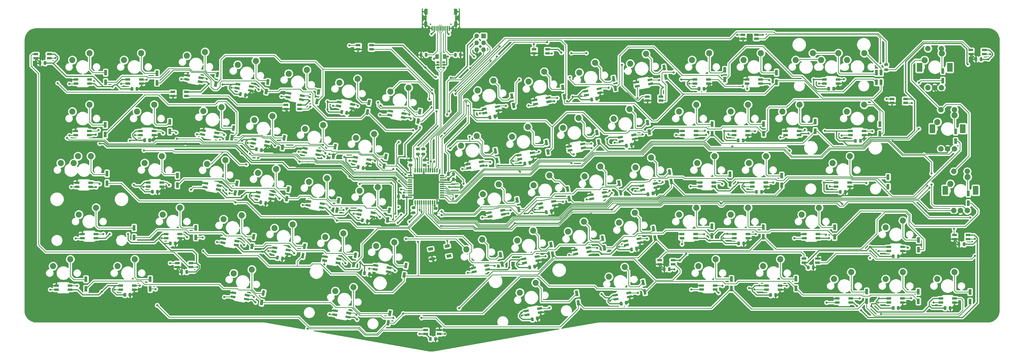
<source format=gbl>
G04 #@! TF.GenerationSoftware,KiCad,Pcbnew,(5.1.6)-1*
G04 #@! TF.CreationDate,2020-08-21T21:37:26+09:00*
G04 #@! TF.ProjectId,trifecta,74726966-6563-4746-912e-6b696361645f,rev?*
G04 #@! TF.SameCoordinates,Original*
G04 #@! TF.FileFunction,Copper,L2,Bot*
G04 #@! TF.FilePolarity,Positive*
%FSLAX46Y46*%
G04 Gerber Fmt 4.6, Leading zero omitted, Abs format (unit mm)*
G04 Created by KiCad (PCBNEW (5.1.6)-1) date 2020-08-21 21:37:26*
%MOMM*%
%LPD*%
G01*
G04 APERTURE LIST*
G04 #@! TA.AperFunction,ComponentPad*
%ADD10C,2.250000*%
G04 #@! TD*
G04 #@! TA.AperFunction,ComponentPad*
%ADD11O,2.000000X2.000000*%
G04 #@! TD*
G04 #@! TA.AperFunction,ComponentPad*
%ADD12C,2.000000*%
G04 #@! TD*
G04 #@! TA.AperFunction,WasherPad*
%ADD13R,2.000000X3.200000*%
G04 #@! TD*
G04 #@! TA.AperFunction,ComponentPad*
%ADD14O,1.700000X1.700000*%
G04 #@! TD*
G04 #@! TA.AperFunction,ComponentPad*
%ADD15R,1.700000X1.700000*%
G04 #@! TD*
G04 #@! TA.AperFunction,SMDPad,CuDef*
%ADD16R,1.800000X0.820000*%
G04 #@! TD*
G04 #@! TA.AperFunction,SMDPad,CuDef*
%ADD17R,0.700000X2.300000*%
G04 #@! TD*
G04 #@! TA.AperFunction,ComponentPad*
%ADD18O,1.200000X2.300000*%
G04 #@! TD*
G04 #@! TA.AperFunction,WasherPad*
%ADD19C,0.600000*%
G04 #@! TD*
G04 #@! TA.AperFunction,SMDPad,CuDef*
%ADD20R,0.550000X1.700000*%
G04 #@! TD*
G04 #@! TA.AperFunction,SMDPad,CuDef*
%ADD21R,0.300000X1.700000*%
G04 #@! TD*
G04 #@! TA.AperFunction,SMDPad,CuDef*
%ADD22C,0.100000*%
G04 #@! TD*
G04 #@! TA.AperFunction,SMDPad,CuDef*
%ADD23R,1.000000X2.000000*%
G04 #@! TD*
G04 #@! TA.AperFunction,SMDPad,CuDef*
%ADD24R,1.500000X0.500000*%
G04 #@! TD*
G04 #@! TA.AperFunction,SMDPad,CuDef*
%ADD25R,0.500000X1.500000*%
G04 #@! TD*
G04 #@! TA.AperFunction,SMDPad,CuDef*
%ADD26R,1.060000X0.650000*%
G04 #@! TD*
G04 #@! TA.AperFunction,ViaPad*
%ADD27C,0.800000*%
G04 #@! TD*
G04 #@! TA.AperFunction,Conductor*
%ADD28C,0.250000*%
G04 #@! TD*
G04 #@! TA.AperFunction,Conductor*
%ADD29C,0.381000*%
G04 #@! TD*
G04 #@! TA.AperFunction,Conductor*
%ADD30C,0.200000*%
G04 #@! TD*
G04 #@! TA.AperFunction,Conductor*
%ADD31C,0.254000*%
G04 #@! TD*
G04 #@! TA.AperFunction,NonConductor*
%ADD32C,0.254000*%
G04 #@! TD*
G04 APERTURE END LIST*
D10*
X12096250Y-4354746D03*
X5746250Y-6894746D03*
X154919279Y-34956110D03*
X149106816Y-38560188D03*
X242601250Y-42454746D03*
X236251250Y-44994746D03*
X297846250Y-23404746D03*
X291496250Y-25944746D03*
X297881920Y-4327640D03*
X291531920Y-6867640D03*
X278923360Y-4337800D03*
X272573360Y-6877800D03*
X335987000Y-50108600D03*
X329637000Y-52648600D03*
X331211800Y-27248600D03*
X324861800Y-29788600D03*
X326487400Y-4388600D03*
X320137400Y-6928600D03*
X213205400Y-63368868D03*
X207392937Y-66972946D03*
X194444813Y-66676866D03*
X188632350Y-70280944D03*
X175684225Y-69984864D03*
X169871762Y-73588942D03*
X156923637Y-73292861D03*
X151111174Y-76896939D03*
X219277696Y-42954282D03*
X213465233Y-46558360D03*
X200517109Y-46262279D03*
X194704646Y-49866357D03*
X181744279Y-49581110D03*
X175931816Y-53185188D03*
X162995933Y-52878275D03*
X157183470Y-56482353D03*
X211279552Y-25020693D03*
X205467089Y-28624771D03*
X192518964Y-28328691D03*
X186706501Y-31932769D03*
X173758376Y-31636689D03*
X167945913Y-35240767D03*
X217351848Y-4606107D03*
X211539385Y-8210185D03*
X198591260Y-7914104D03*
X192778797Y-11518182D03*
X179830672Y-11222102D03*
X174018209Y-14826180D03*
X161070085Y-14530100D03*
X155257622Y-18134178D03*
X124502098Y-74244247D03*
X117807503Y-75642993D03*
X105741510Y-70936249D03*
X99046915Y-72334995D03*
X86980923Y-67628251D03*
X80286328Y-69026997D03*
X68220335Y-64320253D03*
X61525740Y-65718999D03*
X118429802Y-53829660D03*
X111735207Y-55228406D03*
X99669214Y-50521662D03*
X92974619Y-51920408D03*
X80908627Y-47213665D03*
X74214032Y-48612411D03*
X62148039Y-43905667D03*
X55453444Y-45304413D03*
X117047653Y-34242073D03*
X110353058Y-35640819D03*
X98287065Y-30934075D03*
X91592470Y-32332821D03*
X79526478Y-27626077D03*
X72831883Y-29024823D03*
X60765890Y-24318080D03*
X54071295Y-25716826D03*
X129735945Y-17135484D03*
X123041350Y-18534230D03*
X110975357Y-13827486D03*
X104280762Y-15226232D03*
X92214769Y-10519489D03*
X85520174Y-11918235D03*
X73454182Y-7211491D03*
X66759587Y-8610237D03*
X54693594Y-3903493D03*
X47998999Y-5302239D03*
X331183750Y-85317246D03*
X324833750Y-87857246D03*
X312133750Y-85317246D03*
X305783750Y-87857246D03*
X293083750Y-85317246D03*
X286733750Y-87857246D03*
X312133750Y-66267246D03*
X305783750Y-68807246D03*
X254983750Y-61504746D03*
X248633750Y-64044746D03*
X235933750Y-61504746D03*
X229583750Y-64044746D03*
X45433750Y-61504746D03*
X39083750Y-64044746D03*
X261651250Y-42454746D03*
X255301250Y-44994746D03*
X38766250Y-42454746D03*
X32416250Y-44994746D03*
X274033750Y-23404746D03*
X267683750Y-25944746D03*
X254983750Y-23404746D03*
X248633750Y-25944746D03*
X235933750Y-23404746D03*
X229583750Y-25944746D03*
X35908750Y-23404746D03*
X29558750Y-25944746D03*
X259746250Y-4354746D03*
X253396250Y-6894746D03*
X240696250Y-4354746D03*
X234346250Y-6894746D03*
X31146250Y-4354746D03*
X24796250Y-6894746D03*
X176637532Y-89257950D03*
X170825069Y-92862028D03*
D11*
X330896200Y-62536200D03*
D12*
X333396200Y-62536200D03*
X335896200Y-62536200D03*
D13*
X327796200Y-55036200D03*
X338996200Y-55036200D03*
D12*
X330896200Y-48036200D03*
X335896200Y-48036200D03*
D11*
X326146490Y-39761210D03*
D12*
X328646490Y-39761210D03*
X331146490Y-39761210D03*
D13*
X323046490Y-32261210D03*
X334246490Y-32261210D03*
D12*
X326146490Y-25261210D03*
X331146490Y-25261210D03*
D11*
X321371290Y-17100000D03*
D12*
X323871290Y-17100000D03*
X326371290Y-17100000D03*
D13*
X318271290Y-9600000D03*
X329471290Y-9600000D03*
D12*
X321371290Y-2600000D03*
X326371290Y-2600000D03*
D14*
X154924760Y-3098800D03*
X157464760Y-3098800D03*
X154924760Y-558800D03*
X157464760Y-558800D03*
X154924760Y1981200D03*
D15*
X157464760Y1981200D03*
D16*
X136107800Y-106671680D03*
X141107800Y-108171680D03*
X136107800Y-108171680D03*
X141107800Y-106671680D03*
X49464600Y-83452400D03*
X44464600Y-81952400D03*
X49464600Y-81952400D03*
X44464600Y-83452400D03*
D17*
X136449000Y11015200D03*
X146849000Y11015200D03*
D18*
X136074000Y6415200D03*
X147224000Y6415200D03*
X136074000Y11015200D03*
X147224000Y11015200D03*
D19*
X137899000Y6335200D03*
X145399000Y6335200D03*
D20*
X138449000Y4835200D03*
X144849000Y4835200D03*
X139199000Y4835200D03*
D21*
X139899000Y4835200D03*
X140399000Y4835200D03*
X140899000Y4835200D03*
D20*
X144099000Y4835200D03*
D21*
X143399000Y4835200D03*
X142899000Y4835200D03*
X142399000Y4835200D03*
X141899000Y4835200D03*
X141399000Y4835200D03*
G04 #@! TA.AperFunction,SMDPad,CuDef*
D22*
G36*
X145455893Y-78611397D02*
G01*
X145646906Y-79694686D01*
X143874253Y-80007253D01*
X143683240Y-78923964D01*
X145455893Y-78611397D01*
G37*
G04 #@! TD.AperFunction*
G04 #@! TA.AperFunction,SMDPad,CuDef*
G36*
X138707587Y-76044227D02*
G01*
X138898600Y-77127516D01*
X137125947Y-77440083D01*
X136934934Y-76356794D01*
X138707587Y-76044227D01*
G37*
G04 #@! TD.AperFunction*
G04 #@! TA.AperFunction,SMDPad,CuDef*
G36*
X144813395Y-74967608D02*
G01*
X145004408Y-76050897D01*
X143231755Y-76363464D01*
X143040742Y-75280175D01*
X144813395Y-74967608D01*
G37*
G04 #@! TD.AperFunction*
G04 #@! TA.AperFunction,SMDPad,CuDef*
G36*
X139350085Y-79688016D02*
G01*
X139541098Y-80771305D01*
X137768445Y-81083872D01*
X137577432Y-80000583D01*
X139350085Y-79688016D01*
G37*
G04 #@! TD.AperFunction*
D10*
X288321250Y-4354746D03*
X281971250Y-6894746D03*
D16*
X313142000Y-22746400D03*
X308142000Y-21246400D03*
X313142000Y-21246400D03*
X308142000Y-22746400D03*
X258125600Y977200D03*
X253125600Y2477200D03*
X258125600Y2477200D03*
X253125600Y977200D03*
X222913580Y-21898040D03*
X217913580Y-20398040D03*
X222913580Y-20398040D03*
X217913580Y-21898040D03*
X181062000Y-4407600D03*
X176062000Y-2907600D03*
X181062000Y-2907600D03*
X176062000Y-4407600D03*
X116088800Y-2909000D03*
X111088800Y-1409000D03*
X116088800Y-1409000D03*
X111088800Y-2909000D03*
X89545800Y-24956200D03*
X84545800Y-23456200D03*
X89545800Y-23456200D03*
X84545800Y-24956200D03*
X47813600Y-20155600D03*
X42813600Y-18655600D03*
X47813600Y-18655600D03*
X42813600Y-20155600D03*
X-2783200Y-6185600D03*
X-7783200Y-4685600D03*
X-2783200Y-4685600D03*
X-7783200Y-6185600D03*
X227340800Y-82385600D03*
X222340800Y-80885600D03*
X227340800Y-80885600D03*
X222340800Y-82385600D03*
X275640160Y-80276000D03*
X280640160Y-81776000D03*
X275640160Y-81776000D03*
X280640160Y-80276000D03*
X336154400Y-73063800D03*
X331154400Y-71563800D03*
X336154400Y-71563800D03*
X331154400Y-73063800D03*
X342148800Y-4661600D03*
X337148800Y-3161600D03*
X342148800Y-3161600D03*
X337148800Y-4661600D03*
G04 #@! TA.AperFunction,SMDPad,CuDef*
G36*
G01*
X-5733200Y-7519350D02*
X-5733200Y-8431850D01*
G75*
G02*
X-5976950Y-8675600I-243750J0D01*
G01*
X-6464450Y-8675600D01*
G75*
G02*
X-6708200Y-8431850I0J243750D01*
G01*
X-6708200Y-7519350D01*
G75*
G02*
X-6464450Y-7275600I243750J0D01*
G01*
X-5976950Y-7275600D01*
G75*
G02*
X-5733200Y-7519350I0J-243750D01*
G01*
G37*
G04 #@! TD.AperFunction*
G04 #@! TA.AperFunction,SMDPad,CuDef*
G36*
G01*
X-3858200Y-7519350D02*
X-3858200Y-8431850D01*
G75*
G02*
X-4101950Y-8675600I-243750J0D01*
G01*
X-4589450Y-8675600D01*
G75*
G02*
X-4833200Y-8431850I0J243750D01*
G01*
X-4833200Y-7519350D01*
G75*
G02*
X-4589450Y-7275600I243750J0D01*
G01*
X-4101950Y-7275600D01*
G75*
G02*
X-3858200Y-7519350I0J-243750D01*
G01*
G37*
G04 #@! TD.AperFunction*
G04 #@! TA.AperFunction,SMDPad,CuDef*
G36*
G01*
X46527300Y-84760750D02*
X46527300Y-85673250D01*
G75*
G02*
X46283550Y-85917000I-243750J0D01*
G01*
X45796050Y-85917000D01*
G75*
G02*
X45552300Y-85673250I0J243750D01*
G01*
X45552300Y-84760750D01*
G75*
G02*
X45796050Y-84517000I243750J0D01*
G01*
X46283550Y-84517000D01*
G75*
G02*
X46527300Y-84760750I0J-243750D01*
G01*
G37*
G04 #@! TD.AperFunction*
G04 #@! TA.AperFunction,SMDPad,CuDef*
G36*
G01*
X48402300Y-84760750D02*
X48402300Y-85673250D01*
G75*
G02*
X48158550Y-85917000I-243750J0D01*
G01*
X47671050Y-85917000D01*
G75*
G02*
X47427300Y-85673250I0J243750D01*
G01*
X47427300Y-84760750D01*
G75*
G02*
X47671050Y-84517000I243750J0D01*
G01*
X48158550Y-84517000D01*
G75*
G02*
X48402300Y-84760750I0J-243750D01*
G01*
G37*
G04 #@! TD.AperFunction*
G04 #@! TA.AperFunction,SMDPad,CuDef*
G36*
G01*
X139235600Y-110450950D02*
X139235600Y-109538450D01*
G75*
G02*
X139479350Y-109294700I243750J0D01*
G01*
X139966850Y-109294700D01*
G75*
G02*
X140210600Y-109538450I0J-243750D01*
G01*
X140210600Y-110450950D01*
G75*
G02*
X139966850Y-110694700I-243750J0D01*
G01*
X139479350Y-110694700D01*
G75*
G02*
X139235600Y-110450950I0J243750D01*
G01*
G37*
G04 #@! TD.AperFunction*
G04 #@! TA.AperFunction,SMDPad,CuDef*
G36*
G01*
X137360600Y-110450950D02*
X137360600Y-109538450D01*
G75*
G02*
X137604350Y-109294700I243750J0D01*
G01*
X138091850Y-109294700D01*
G75*
G02*
X138335600Y-109538450I0J-243750D01*
G01*
X138335600Y-110450950D01*
G75*
G02*
X138091850Y-110694700I-243750J0D01*
G01*
X137604350Y-110694700D01*
G75*
G02*
X137360600Y-110450950I0J243750D01*
G01*
G37*
G04 #@! TD.AperFunction*
G04 #@! TA.AperFunction,SMDPad,CuDef*
G36*
G01*
X224568600Y-83770150D02*
X224568600Y-84682650D01*
G75*
G02*
X224324850Y-84926400I-243750J0D01*
G01*
X223837350Y-84926400D01*
G75*
G02*
X223593600Y-84682650I0J243750D01*
G01*
X223593600Y-83770150D01*
G75*
G02*
X223837350Y-83526400I243750J0D01*
G01*
X224324850Y-83526400D01*
G75*
G02*
X224568600Y-83770150I0J-243750D01*
G01*
G37*
G04 #@! TD.AperFunction*
G04 #@! TA.AperFunction,SMDPad,CuDef*
G36*
G01*
X226443600Y-83770150D02*
X226443600Y-84682650D01*
G75*
G02*
X226199850Y-84926400I-243750J0D01*
G01*
X225712350Y-84926400D01*
G75*
G02*
X225468600Y-84682650I0J243750D01*
G01*
X225468600Y-83770150D01*
G75*
G02*
X225712350Y-83526400I243750J0D01*
G01*
X226199850Y-83526400D01*
G75*
G02*
X226443600Y-83770150I0J-243750D01*
G01*
G37*
G04 #@! TD.AperFunction*
G04 #@! TA.AperFunction,SMDPad,CuDef*
G36*
G01*
X278585080Y-84032410D02*
X278585080Y-83119910D01*
G75*
G02*
X278828830Y-82876160I243750J0D01*
G01*
X279316330Y-82876160D01*
G75*
G02*
X279560080Y-83119910I0J-243750D01*
G01*
X279560080Y-84032410D01*
G75*
G02*
X279316330Y-84276160I-243750J0D01*
G01*
X278828830Y-84276160D01*
G75*
G02*
X278585080Y-84032410I0J243750D01*
G01*
G37*
G04 #@! TD.AperFunction*
G04 #@! TA.AperFunction,SMDPad,CuDef*
G36*
G01*
X276710080Y-84032410D02*
X276710080Y-83119910D01*
G75*
G02*
X276953830Y-82876160I243750J0D01*
G01*
X277441330Y-82876160D01*
G75*
G02*
X277685080Y-83119910I0J-243750D01*
G01*
X277685080Y-84032410D01*
G75*
G02*
X277441330Y-84276160I-243750J0D01*
G01*
X276953830Y-84276160D01*
G75*
G02*
X276710080Y-84032410I0J243750D01*
G01*
G37*
G04 #@! TD.AperFunction*
G04 #@! TA.AperFunction,SMDPad,CuDef*
G36*
G01*
X333331400Y-74499150D02*
X333331400Y-75411650D01*
G75*
G02*
X333087650Y-75655400I-243750J0D01*
G01*
X332600150Y-75655400D01*
G75*
G02*
X332356400Y-75411650I0J243750D01*
G01*
X332356400Y-74499150D01*
G75*
G02*
X332600150Y-74255400I243750J0D01*
G01*
X333087650Y-74255400D01*
G75*
G02*
X333331400Y-74499150I0J-243750D01*
G01*
G37*
G04 #@! TD.AperFunction*
G04 #@! TA.AperFunction,SMDPad,CuDef*
G36*
G01*
X335206400Y-74499150D02*
X335206400Y-75411650D01*
G75*
G02*
X334962650Y-75655400I-243750J0D01*
G01*
X334475150Y-75655400D01*
G75*
G02*
X334231400Y-75411650I0J243750D01*
G01*
X334231400Y-74499150D01*
G75*
G02*
X334475150Y-74255400I243750J0D01*
G01*
X334962650Y-74255400D01*
G75*
G02*
X335206400Y-74499150I0J-243750D01*
G01*
G37*
G04 #@! TD.AperFunction*
G04 #@! TA.AperFunction,SMDPad,CuDef*
G36*
G01*
X339579800Y-6122350D02*
X339579800Y-7034850D01*
G75*
G02*
X339336050Y-7278600I-243750J0D01*
G01*
X338848550Y-7278600D01*
G75*
G02*
X338604800Y-7034850I0J243750D01*
G01*
X338604800Y-6122350D01*
G75*
G02*
X338848550Y-5878600I243750J0D01*
G01*
X339336050Y-5878600D01*
G75*
G02*
X339579800Y-6122350I0J-243750D01*
G01*
G37*
G04 #@! TD.AperFunction*
G04 #@! TA.AperFunction,SMDPad,CuDef*
G36*
G01*
X341454800Y-6122350D02*
X341454800Y-7034850D01*
G75*
G02*
X341211050Y-7278600I-243750J0D01*
G01*
X340723550Y-7278600D01*
G75*
G02*
X340479800Y-7034850I0J243750D01*
G01*
X340479800Y-6122350D01*
G75*
G02*
X340723550Y-5878600I243750J0D01*
G01*
X341211050Y-5878600D01*
G75*
G02*
X341454800Y-6122350I0J-243750D01*
G01*
G37*
G04 #@! TD.AperFunction*
D23*
X248372240Y-49087980D03*
X248372240Y-52637980D03*
X336906480Y-92651520D03*
X336906480Y-96201520D03*
X317813300Y-92539760D03*
X317813300Y-96089760D03*
X298778540Y-92455940D03*
X298778540Y-96005940D03*
X272677500Y-87706140D03*
X272677500Y-91256140D03*
X248882780Y-87840760D03*
X248882780Y-91390760D03*
G04 #@! TA.AperFunction,SMDPad,CuDef*
D22*
G36*
X216972446Y-90007770D02*
G01*
X215987638Y-90181418D01*
X215640342Y-88211802D01*
X216625150Y-88038154D01*
X216972446Y-90007770D01*
G37*
G04 #@! TD.AperFunction*
G04 #@! TA.AperFunction,SMDPad,CuDef*
G36*
X217588898Y-93503838D02*
G01*
X216604090Y-93677486D01*
X216256794Y-91707870D01*
X217241602Y-91534222D01*
X217588898Y-93503838D01*
G37*
G04 #@! TD.AperFunction*
G04 #@! TA.AperFunction,SMDPad,CuDef*
G36*
X192458906Y-94053990D02*
G01*
X191474098Y-94227638D01*
X191126802Y-92258022D01*
X192111610Y-92084374D01*
X192458906Y-94053990D01*
G37*
G04 #@! TD.AperFunction*
G04 #@! TA.AperFunction,SMDPad,CuDef*
G36*
X193075358Y-97550058D02*
G01*
X192090550Y-97723706D01*
X191743254Y-95754090D01*
X192728062Y-95580442D01*
X193075358Y-97550058D01*
G37*
G04 #@! TD.AperFunction*
G04 #@! TA.AperFunction,SMDPad,CuDef*
G36*
X123190482Y-101591098D02*
G01*
X122205674Y-101417450D01*
X122552970Y-99447834D01*
X123537778Y-99621482D01*
X123190482Y-101591098D01*
G37*
G04 #@! TD.AperFunction*
G04 #@! TA.AperFunction,SMDPad,CuDef*
G36*
X122574030Y-105087166D02*
G01*
X121589222Y-104913518D01*
X121936518Y-102943902D01*
X122921326Y-103117550D01*
X122574030Y-105087166D01*
G37*
G04 #@! TD.AperFunction*
G04 #@! TA.AperFunction,SMDPad,CuDef*
G36*
X76517982Y-94098098D02*
G01*
X75533174Y-93924450D01*
X75880470Y-91954834D01*
X76865278Y-92128482D01*
X76517982Y-94098098D01*
G37*
G04 #@! TD.AperFunction*
G04 #@! TA.AperFunction,SMDPad,CuDef*
G36*
X75901530Y-97594166D02*
G01*
X74916722Y-97420518D01*
X75264018Y-95450902D01*
X76248826Y-95624550D01*
X75901530Y-97594166D01*
G37*
G04 #@! TD.AperFunction*
D23*
X34425500Y-87919500D03*
X34425500Y-91469500D03*
X10740000Y-87906800D03*
X10740000Y-91456800D03*
X336258690Y-56247050D03*
X336258690Y-59797050D03*
X317899660Y-73416100D03*
X317899660Y-76966100D03*
X286939600Y-68671380D03*
X286939600Y-72221380D03*
X260665840Y-68689160D03*
X260665840Y-72239160D03*
X241709820Y-68313240D03*
X241709820Y-71863240D03*
G04 #@! TA.AperFunction,SMDPad,CuDef*
D22*
G36*
X220736726Y-70124650D02*
G01*
X219751918Y-70298298D01*
X219404622Y-68328682D01*
X220389430Y-68155034D01*
X220736726Y-70124650D01*
G37*
G04 #@! TD.AperFunction*
G04 #@! TA.AperFunction,SMDPad,CuDef*
G36*
X221353178Y-73620718D02*
G01*
X220368370Y-73794366D01*
X220021074Y-71824750D01*
X221005882Y-71651102D01*
X221353178Y-73620718D01*
G37*
G04 #@! TD.AperFunction*
G04 #@! TA.AperFunction,SMDPad,CuDef*
G36*
X202001686Y-73708590D02*
G01*
X201016878Y-73882238D01*
X200669582Y-71912622D01*
X201654390Y-71738974D01*
X202001686Y-73708590D01*
G37*
G04 #@! TD.AperFunction*
G04 #@! TA.AperFunction,SMDPad,CuDef*
G36*
X202618138Y-77204658D02*
G01*
X201633330Y-77378306D01*
X201286034Y-75408690D01*
X202270842Y-75235042D01*
X202618138Y-77204658D01*
G37*
G04 #@! TD.AperFunction*
G04 #@! TA.AperFunction,SMDPad,CuDef*
G36*
X182989786Y-76075870D02*
G01*
X182004978Y-76249518D01*
X181657682Y-74279902D01*
X182642490Y-74106254D01*
X182989786Y-76075870D01*
G37*
G04 #@! TD.AperFunction*
G04 #@! TA.AperFunction,SMDPad,CuDef*
G36*
X183606238Y-79571938D02*
G01*
X182621430Y-79745586D01*
X182274134Y-77775970D01*
X183258942Y-77602322D01*
X183606238Y-79571938D01*
G37*
G04 #@! TD.AperFunction*
G04 #@! TA.AperFunction,SMDPad,CuDef*
G36*
X164366506Y-79769030D02*
G01*
X163381698Y-79942678D01*
X163034402Y-77973062D01*
X164019210Y-77799414D01*
X164366506Y-79769030D01*
G37*
G04 #@! TD.AperFunction*
G04 #@! TA.AperFunction,SMDPad,CuDef*
G36*
X164982958Y-83265098D02*
G01*
X163998150Y-83438746D01*
X163650854Y-81469130D01*
X164635662Y-81295482D01*
X164982958Y-83265098D01*
G37*
G04 #@! TD.AperFunction*
G04 #@! TA.AperFunction,SMDPad,CuDef*
G36*
X129095982Y-83938098D02*
G01*
X128111174Y-83764450D01*
X128458470Y-81794834D01*
X129443278Y-81968482D01*
X129095982Y-83938098D01*
G37*
G04 #@! TD.AperFunction*
G04 #@! TA.AperFunction,SMDPad,CuDef*
G36*
X128479530Y-87434166D02*
G01*
X127494722Y-87260518D01*
X127842018Y-85290902D01*
X128826826Y-85464550D01*
X128479530Y-87434166D01*
G37*
G04 #@! TD.AperFunction*
G04 #@! TA.AperFunction,SMDPad,CuDef*
G36*
X110470162Y-80115398D02*
G01*
X109485354Y-79941750D01*
X109832650Y-77972134D01*
X110817458Y-78145782D01*
X110470162Y-80115398D01*
G37*
G04 #@! TD.AperFunction*
G04 #@! TA.AperFunction,SMDPad,CuDef*
G36*
X109853710Y-83611466D02*
G01*
X108868902Y-83437818D01*
X109216198Y-81468202D01*
X110201006Y-81641850D01*
X109853710Y-83611466D01*
G37*
G04 #@! TD.AperFunction*
G04 #@! TA.AperFunction,SMDPad,CuDef*
G36*
X91686862Y-76805778D02*
G01*
X90702054Y-76632130D01*
X91049350Y-74662514D01*
X92034158Y-74836162D01*
X91686862Y-76805778D01*
G37*
G04 #@! TD.AperFunction*
G04 #@! TA.AperFunction,SMDPad,CuDef*
G36*
X91070410Y-80301846D02*
G01*
X90085602Y-80128198D01*
X90432898Y-78158582D01*
X91417706Y-78332230D01*
X91070410Y-80301846D01*
G37*
G04 #@! TD.AperFunction*
G04 #@! TA.AperFunction,SMDPad,CuDef*
G36*
X72939122Y-73303118D02*
G01*
X71954314Y-73129470D01*
X72301610Y-71159854D01*
X73286418Y-71333502D01*
X72939122Y-73303118D01*
G37*
G04 #@! TD.AperFunction*
G04 #@! TA.AperFunction,SMDPad,CuDef*
G36*
X72322670Y-76799186D02*
G01*
X71337862Y-76625538D01*
X71685158Y-74655922D01*
X72669966Y-74829570D01*
X72322670Y-76799186D01*
G37*
G04 #@! TD.AperFunction*
D23*
X51253000Y-68933000D03*
X51253000Y-72483000D03*
X28520000Y-68916546D03*
X28520000Y-72466546D03*
X331567400Y-33296800D03*
X331567400Y-36846800D03*
X306634760Y-50164940D03*
X306634760Y-53714940D03*
X267429860Y-49598520D03*
X267429860Y-53148520D03*
G04 #@! TA.AperFunction,SMDPad,CuDef*
D22*
G36*
X226731126Y-49195050D02*
G01*
X225746318Y-49368698D01*
X225399022Y-47399082D01*
X226383830Y-47225434D01*
X226731126Y-49195050D01*
G37*
G04 #@! TD.AperFunction*
G04 #@! TA.AperFunction,SMDPad,CuDef*
G36*
X227347578Y-52691118D02*
G01*
X226362770Y-52864766D01*
X226015474Y-50895150D01*
X227000282Y-50721502D01*
X227347578Y-52691118D01*
G37*
G04 #@! TD.AperFunction*
G04 #@! TA.AperFunction,SMDPad,CuDef*
G36*
X208084986Y-53322550D02*
G01*
X207100178Y-53496198D01*
X206752882Y-51526582D01*
X207737690Y-51352934D01*
X208084986Y-53322550D01*
G37*
G04 #@! TD.AperFunction*
G04 #@! TA.AperFunction,SMDPad,CuDef*
G36*
X208701438Y-56818618D02*
G01*
X207716630Y-56992266D01*
X207369334Y-55022650D01*
X208354142Y-54849002D01*
X208701438Y-56818618D01*
G37*
G04 #@! TD.AperFunction*
G04 #@! TA.AperFunction,SMDPad,CuDef*
G36*
X189080706Y-55506950D02*
G01*
X188095898Y-55680598D01*
X187748602Y-53710982D01*
X188733410Y-53537334D01*
X189080706Y-55506950D01*
G37*
G04 #@! TD.AperFunction*
G04 #@! TA.AperFunction,SMDPad,CuDef*
G36*
X189697158Y-59003018D02*
G01*
X188712350Y-59176666D01*
X188365054Y-57207050D01*
X189349862Y-57033402D01*
X189697158Y-59003018D01*
G37*
G04 #@! TD.AperFunction*
G04 #@! TA.AperFunction,SMDPad,CuDef*
G36*
X170485366Y-59527770D02*
G01*
X169500558Y-59701418D01*
X169153262Y-57731802D01*
X170138070Y-57558154D01*
X170485366Y-59527770D01*
G37*
G04 #@! TD.AperFunction*
G04 #@! TA.AperFunction,SMDPad,CuDef*
G36*
X171101818Y-63023838D02*
G01*
X170117010Y-63197486D01*
X169769714Y-61227870D01*
X170754522Y-61054222D01*
X171101818Y-63023838D01*
G37*
G04 #@! TD.AperFunction*
G04 #@! TA.AperFunction,SMDPad,CuDef*
G36*
X122999982Y-63554598D02*
G01*
X122015174Y-63380950D01*
X122362470Y-61411334D01*
X123347278Y-61584982D01*
X122999982Y-63554598D01*
G37*
G04 #@! TD.AperFunction*
G04 #@! TA.AperFunction,SMDPad,CuDef*
G36*
X122383530Y-67050666D02*
G01*
X121398722Y-66877018D01*
X121746018Y-64907402D01*
X122730826Y-65081050D01*
X122383530Y-67050666D01*
G37*
G04 #@! TD.AperFunction*
G04 #@! TA.AperFunction,SMDPad,CuDef*
G36*
X104267482Y-59935098D02*
G01*
X103282674Y-59761450D01*
X103629970Y-57791834D01*
X104614778Y-57965482D01*
X104267482Y-59935098D01*
G37*
G04 #@! TD.AperFunction*
G04 #@! TA.AperFunction,SMDPad,CuDef*
G36*
X103651030Y-63431166D02*
G01*
X102666222Y-63257518D01*
X103013518Y-61287902D01*
X103998326Y-61461550D01*
X103651030Y-63431166D01*
G37*
G04 #@! TD.AperFunction*
G04 #@! TA.AperFunction,SMDPad,CuDef*
G36*
X85728022Y-55711078D02*
G01*
X84743214Y-55537430D01*
X85090510Y-53567814D01*
X86075318Y-53741462D01*
X85728022Y-55711078D01*
G37*
G04 #@! TD.AperFunction*
G04 #@! TA.AperFunction,SMDPad,CuDef*
G36*
X85111570Y-59207146D02*
G01*
X84126762Y-59033498D01*
X84474058Y-57063882D01*
X85458866Y-57237530D01*
X85111570Y-59207146D01*
G37*
G04 #@! TD.AperFunction*
G04 #@! TA.AperFunction,SMDPad,CuDef*
G36*
X66738982Y-53585098D02*
G01*
X65754174Y-53411450D01*
X66101470Y-51441834D01*
X67086278Y-51615482D01*
X66738982Y-53585098D01*
G37*
G04 #@! TD.AperFunction*
G04 #@! TA.AperFunction,SMDPad,CuDef*
G36*
X66122530Y-57081166D02*
G01*
X65137722Y-56907518D01*
X65485018Y-54937902D01*
X66469826Y-55111550D01*
X66122530Y-57081166D01*
G37*
G04 #@! TD.AperFunction*
D23*
X44461040Y-49593440D03*
X44461040Y-53143440D03*
X18502240Y-48854300D03*
X18502240Y-52404300D03*
X326843000Y-10939720D03*
X326843000Y-14489720D03*
X303637560Y-30563760D03*
X303637560Y-34113760D03*
X279789500Y-29621420D03*
X279789500Y-33171420D03*
X260762360Y-30556140D03*
X260762360Y-34106140D03*
X241730140Y-30553600D03*
X241730140Y-34103600D03*
G04 #@! TA.AperFunction,SMDPad,CuDef*
D22*
G36*
X218636146Y-30917210D02*
G01*
X217651338Y-31090858D01*
X217304042Y-29121242D01*
X218288850Y-28947594D01*
X218636146Y-30917210D01*
G37*
G04 #@! TD.AperFunction*
G04 #@! TA.AperFunction,SMDPad,CuDef*
G36*
X219252598Y-34413278D02*
G01*
X218267790Y-34586926D01*
X217920494Y-32617310D01*
X218905302Y-32443662D01*
X219252598Y-34413278D01*
G37*
G04 #@! TD.AperFunction*
G04 #@! TA.AperFunction,SMDPad,CuDef*
G36*
X199939206Y-34597670D02*
G01*
X198954398Y-34771318D01*
X198607102Y-32801702D01*
X199591910Y-32628054D01*
X199939206Y-34597670D01*
G37*
G04 #@! TD.AperFunction*
G04 #@! TA.AperFunction,SMDPad,CuDef*
G36*
X200555658Y-38093738D02*
G01*
X199570850Y-38267386D01*
X199223554Y-36297770D01*
X200208362Y-36124122D01*
X200555658Y-38093738D01*
G37*
G04 #@! TD.AperFunction*
G04 #@! TA.AperFunction,SMDPad,CuDef*
G36*
X181249886Y-38298450D02*
G01*
X180265078Y-38472098D01*
X179917782Y-36502482D01*
X180902590Y-36328834D01*
X181249886Y-38298450D01*
G37*
G04 #@! TD.AperFunction*
G04 #@! TA.AperFunction,SMDPad,CuDef*
G36*
X181866338Y-41794518D02*
G01*
X180881530Y-41968166D01*
X180534234Y-39998550D01*
X181519042Y-39824902D01*
X181866338Y-41794518D01*
G37*
G04 #@! TD.AperFunction*
G04 #@! TA.AperFunction,SMDPad,CuDef*
G36*
X162458966Y-41374390D02*
G01*
X161474158Y-41548038D01*
X161126862Y-39578422D01*
X162111670Y-39404774D01*
X162458966Y-41374390D01*
G37*
G04 #@! TD.AperFunction*
G04 #@! TA.AperFunction,SMDPad,CuDef*
G36*
X163075418Y-44870458D02*
G01*
X162090610Y-45044106D01*
X161743314Y-43074490D01*
X162728122Y-42900842D01*
X163075418Y-44870458D01*
G37*
G04 #@! TD.AperFunction*
G04 #@! TA.AperFunction,SMDPad,CuDef*
G36*
X121666482Y-43679098D02*
G01*
X120681674Y-43505450D01*
X121028970Y-41535834D01*
X122013778Y-41709482D01*
X121666482Y-43679098D01*
G37*
G04 #@! TD.AperFunction*
G04 #@! TA.AperFunction,SMDPad,CuDef*
G36*
X121050030Y-47175166D02*
G01*
X120065222Y-47001518D01*
X120412518Y-45031902D01*
X121397326Y-45205550D01*
X121050030Y-47175166D01*
G37*
G04 #@! TD.AperFunction*
G04 #@! TA.AperFunction,SMDPad,CuDef*
G36*
X103012722Y-39985938D02*
G01*
X102027914Y-39812290D01*
X102375210Y-37842674D01*
X103360018Y-38016322D01*
X103012722Y-39985938D01*
G37*
G04 #@! TD.AperFunction*
G04 #@! TA.AperFunction,SMDPad,CuDef*
G36*
X102396270Y-43482006D02*
G01*
X101411462Y-43308358D01*
X101758758Y-41338742D01*
X102743566Y-41512390D01*
X102396270Y-43482006D01*
G37*
G04 #@! TD.AperFunction*
G04 #@! TA.AperFunction,SMDPad,CuDef*
G36*
X84221802Y-36734738D02*
G01*
X83236994Y-36561090D01*
X83584290Y-34591474D01*
X84569098Y-34765122D01*
X84221802Y-36734738D01*
G37*
G04 #@! TD.AperFunction*
G04 #@! TA.AperFunction,SMDPad,CuDef*
G36*
X83605350Y-40230806D02*
G01*
X82620542Y-40057158D01*
X82967838Y-38087542D01*
X83952646Y-38261190D01*
X83605350Y-40230806D01*
G37*
G04 #@! TD.AperFunction*
G04 #@! TA.AperFunction,SMDPad,CuDef*
G36*
X65512162Y-33155878D02*
G01*
X64527354Y-32982230D01*
X64874650Y-31012614D01*
X65859458Y-31186262D01*
X65512162Y-33155878D01*
G37*
G04 #@! TD.AperFunction*
G04 #@! TA.AperFunction,SMDPad,CuDef*
G36*
X64895710Y-36651946D02*
G01*
X63910902Y-36478298D01*
X64258198Y-34508682D01*
X65243006Y-34682330D01*
X64895710Y-36651946D01*
G37*
G04 #@! TD.AperFunction*
D23*
X41669580Y-29748420D03*
X41669580Y-33298420D03*
X17852000Y-30833000D03*
X17852000Y-34383000D03*
X304084600Y-11514220D03*
X304084600Y-15064220D03*
X302352320Y-11526460D03*
X302352320Y-15076460D03*
X265509620Y-11511220D03*
X265509620Y-15061220D03*
X246441840Y-10553640D03*
X246441840Y-14103640D03*
G04 #@! TA.AperFunction,SMDPad,CuDef*
D22*
G36*
X224714366Y-10569270D02*
G01*
X223729558Y-10742918D01*
X223382262Y-8773302D01*
X224367070Y-8599654D01*
X224714366Y-10569270D01*
G37*
G04 #@! TD.AperFunction*
G04 #@! TA.AperFunction,SMDPad,CuDef*
G36*
X225330818Y-14065338D02*
G01*
X224346010Y-14238986D01*
X223998714Y-12269370D01*
X224983522Y-12095722D01*
X225330818Y-14065338D01*
G37*
G04 #@! TD.AperFunction*
G04 #@! TA.AperFunction,SMDPad,CuDef*
G36*
X206086006Y-14706930D02*
G01*
X205101198Y-14880578D01*
X204753902Y-12910962D01*
X205738710Y-12737314D01*
X206086006Y-14706930D01*
G37*
G04 #@! TD.AperFunction*
G04 #@! TA.AperFunction,SMDPad,CuDef*
G36*
X206702458Y-18202998D02*
G01*
X205717650Y-18376646D01*
X205370354Y-16407030D01*
X206355162Y-16233382D01*
X206702458Y-18202998D01*
G37*
G04 #@! TD.AperFunction*
G04 #@! TA.AperFunction,SMDPad,CuDef*
G36*
X187320486Y-17914950D02*
G01*
X186335678Y-18088598D01*
X185988382Y-16118982D01*
X186973190Y-15945334D01*
X187320486Y-17914950D01*
G37*
G04 #@! TD.AperFunction*
G04 #@! TA.AperFunction,SMDPad,CuDef*
G36*
X187936938Y-21411018D02*
G01*
X186952130Y-21584666D01*
X186604834Y-19615050D01*
X187589642Y-19441402D01*
X187936938Y-21411018D01*
G37*
G04 #@! TD.AperFunction*
G04 #@! TA.AperFunction,SMDPad,CuDef*
G36*
X168557506Y-21115350D02*
G01*
X167572698Y-21288998D01*
X167225402Y-19319382D01*
X168210210Y-19145734D01*
X168557506Y-21115350D01*
G37*
G04 #@! TD.AperFunction*
G04 #@! TA.AperFunction,SMDPad,CuDef*
G36*
X169173958Y-24611418D02*
G01*
X168189150Y-24785066D01*
X167841854Y-22815450D01*
X168826662Y-22641802D01*
X169173958Y-24611418D01*
G37*
G04 #@! TD.AperFunction*
G04 #@! TA.AperFunction,SMDPad,CuDef*
G36*
X134239482Y-27042098D02*
G01*
X133254674Y-26868450D01*
X133601970Y-24898834D01*
X134586778Y-25072482D01*
X134239482Y-27042098D01*
G37*
G04 #@! TD.AperFunction*
G04 #@! TA.AperFunction,SMDPad,CuDef*
G36*
X133623030Y-30538166D02*
G01*
X132638222Y-30364518D01*
X132985518Y-28394902D01*
X133970326Y-28568550D01*
X133623030Y-30538166D01*
G37*
G04 #@! TD.AperFunction*
G04 #@! TA.AperFunction,SMDPad,CuDef*
G36*
X115506982Y-23676598D02*
G01*
X114522174Y-23502950D01*
X114869470Y-21533334D01*
X115854278Y-21706982D01*
X115506982Y-23676598D01*
G37*
G04 #@! TD.AperFunction*
G04 #@! TA.AperFunction,SMDPad,CuDef*
G36*
X114890530Y-27172666D02*
G01*
X113905722Y-26999018D01*
X114253018Y-25029402D01*
X115237826Y-25203050D01*
X114890530Y-27172666D01*
G37*
G04 #@! TD.AperFunction*
G04 #@! TA.AperFunction,SMDPad,CuDef*
G36*
X96891322Y-19780238D02*
G01*
X95906514Y-19606590D01*
X96253810Y-17636974D01*
X97238618Y-17810622D01*
X96891322Y-19780238D01*
G37*
G04 #@! TD.AperFunction*
G04 #@! TA.AperFunction,SMDPad,CuDef*
G36*
X96274870Y-23276306D02*
G01*
X95290062Y-23102658D01*
X95637358Y-21133042D01*
X96622166Y-21306690D01*
X96274870Y-23276306D01*
G37*
G04 #@! TD.AperFunction*
G04 #@! TA.AperFunction,SMDPad,CuDef*
G36*
X78184222Y-16076918D02*
G01*
X77199414Y-15903270D01*
X77546710Y-13933654D01*
X78531518Y-14107302D01*
X78184222Y-16076918D01*
G37*
G04 #@! TD.AperFunction*
G04 #@! TA.AperFunction,SMDPad,CuDef*
G36*
X77567770Y-19572986D02*
G01*
X76582962Y-19399338D01*
X76930258Y-17429722D01*
X77915066Y-17603370D01*
X77567770Y-19572986D01*
G37*
G04 #@! TD.AperFunction*
G04 #@! TA.AperFunction,SMDPad,CuDef*
G36*
X59566022Y-13351498D02*
G01*
X58581214Y-13177850D01*
X58928510Y-11208234D01*
X59913318Y-11381882D01*
X59566022Y-13351498D01*
G37*
G04 #@! TD.AperFunction*
G04 #@! TA.AperFunction,SMDPad,CuDef*
G36*
X58949570Y-16847566D02*
G01*
X57964762Y-16673918D01*
X58312058Y-14704302D01*
X59296866Y-14877950D01*
X58949570Y-16847566D01*
G37*
G04 #@! TD.AperFunction*
D23*
X36940100Y-11765220D03*
X36940100Y-15315220D03*
X17994240Y-11521380D03*
X17994240Y-15071380D03*
D10*
X243077500Y-80554746D03*
X236727500Y-83094746D03*
D24*
X130318200Y-49613600D03*
X130318200Y-50413600D03*
X130318200Y-51213600D03*
X130318200Y-52013600D03*
X130318200Y-52813600D03*
X130318200Y-53613600D03*
X130318200Y-54413600D03*
X130318200Y-55213600D03*
X130318200Y-56013600D03*
X130318200Y-56813600D03*
X130318200Y-57613600D03*
D25*
X132218200Y-59513600D03*
X133018200Y-59513600D03*
X133818200Y-59513600D03*
X134618200Y-59513600D03*
X135418200Y-59513600D03*
X136218200Y-59513600D03*
X137018200Y-59513600D03*
X137818200Y-59513600D03*
X138618200Y-59513600D03*
X139418200Y-59513600D03*
X140218200Y-59513600D03*
D24*
X142118200Y-57613600D03*
X142118200Y-56813600D03*
X142118200Y-56013600D03*
X142118200Y-55213600D03*
X142118200Y-54413600D03*
X142118200Y-53613600D03*
X142118200Y-52813600D03*
X142118200Y-52013600D03*
X142118200Y-51213600D03*
X142118200Y-50413600D03*
X142118200Y-49613600D03*
D25*
X140218200Y-47713600D03*
X139418200Y-47713600D03*
X138618200Y-47713600D03*
X137818200Y-47713600D03*
X137018200Y-47713600D03*
X136218200Y-47713600D03*
X135418200Y-47713600D03*
X134618200Y-47713600D03*
X133818200Y-47713600D03*
X133018200Y-47713600D03*
X132218200Y-47713600D03*
D10*
X7796250Y-42451250D03*
X1446250Y-44991250D03*
G04 #@! TA.AperFunction,SMDPad,CuDef*
G36*
G01*
X286145000Y-17951250D02*
X286145000Y-17038750D01*
G75*
G02*
X286388750Y-16795000I243750J0D01*
G01*
X286876250Y-16795000D01*
G75*
G02*
X287120000Y-17038750I0J-243750D01*
G01*
X287120000Y-17951250D01*
G75*
G02*
X286876250Y-18195000I-243750J0D01*
G01*
X286388750Y-18195000D01*
G75*
G02*
X286145000Y-17951250I0J243750D01*
G01*
G37*
G04 #@! TD.AperFunction*
G04 #@! TA.AperFunction,SMDPad,CuDef*
G36*
G01*
X284270000Y-17951250D02*
X284270000Y-17038750D01*
G75*
G02*
X284513750Y-16795000I243750J0D01*
G01*
X285001250Y-16795000D01*
G75*
G02*
X285245000Y-17038750I0J-243750D01*
G01*
X285245000Y-17951250D01*
G75*
G02*
X285001250Y-18195000I-243750J0D01*
G01*
X284513750Y-18195000D01*
G75*
G02*
X284270000Y-17951250I0J243750D01*
G01*
G37*
G04 #@! TD.AperFunction*
G04 #@! TA.AperFunction,SMDPad,CuDef*
G36*
G01*
X306405210Y-9071940D02*
X305492710Y-9071940D01*
G75*
G02*
X305248960Y-8828190I0J243750D01*
G01*
X305248960Y-8340690D01*
G75*
G02*
X305492710Y-8096940I243750J0D01*
G01*
X306405210Y-8096940D01*
G75*
G02*
X306648960Y-8340690I0J-243750D01*
G01*
X306648960Y-8828190D01*
G75*
G02*
X306405210Y-9071940I-243750J0D01*
G01*
G37*
G04 #@! TD.AperFunction*
G04 #@! TA.AperFunction,SMDPad,CuDef*
G36*
G01*
X306405210Y-10946940D02*
X305492710Y-10946940D01*
G75*
G02*
X305248960Y-10703190I0J243750D01*
G01*
X305248960Y-10215690D01*
G75*
G02*
X305492710Y-9971940I243750J0D01*
G01*
X306405210Y-9971940D01*
G75*
G02*
X306648960Y-10215690I0J-243750D01*
G01*
X306648960Y-10703190D01*
G75*
G02*
X306405210Y-10946940I-243750J0D01*
G01*
G37*
G04 #@! TD.AperFunction*
G04 #@! TA.AperFunction,SMDPad,CuDef*
G36*
G01*
X148209400Y-55283040D02*
X145609400Y-55283040D01*
G75*
G02*
X145509400Y-55183040I0J100000D01*
G01*
X145509400Y-54983040D01*
G75*
G02*
X145609400Y-54883040I100000J0D01*
G01*
X148209400Y-54883040D01*
G75*
G02*
X148309400Y-54983040I0J-100000D01*
G01*
X148309400Y-55183040D01*
G75*
G02*
X148209400Y-55283040I-100000J0D01*
G01*
G37*
G04 #@! TD.AperFunction*
G04 #@! TA.AperFunction,SMDPad,CuDef*
G36*
G01*
X148209400Y-54083040D02*
X145609400Y-54083040D01*
G75*
G02*
X145509400Y-53983040I0J100000D01*
G01*
X145509400Y-53783040D01*
G75*
G02*
X145609400Y-53683040I100000J0D01*
G01*
X148209400Y-53683040D01*
G75*
G02*
X148309400Y-53783040I0J-100000D01*
G01*
X148309400Y-53983040D01*
G75*
G02*
X148209400Y-54083040I-100000J0D01*
G01*
G37*
G04 #@! TD.AperFunction*
G04 #@! TA.AperFunction,SMDPad,CuDef*
G36*
G01*
X148209400Y-52883040D02*
X145609400Y-52883040D01*
G75*
G02*
X145509400Y-52783040I0J100000D01*
G01*
X145509400Y-52583040D01*
G75*
G02*
X145609400Y-52483040I100000J0D01*
G01*
X148209400Y-52483040D01*
G75*
G02*
X148309400Y-52583040I0J-100000D01*
G01*
X148309400Y-52783040D01*
G75*
G02*
X148209400Y-52883040I-100000J0D01*
G01*
G37*
G04 #@! TD.AperFunction*
X292607500Y-42454746D03*
X286257500Y-44994746D03*
D16*
X326148940Y-95040500D03*
X326148940Y-96540500D03*
X331148940Y-96540500D03*
X331148940Y-95040500D03*
X306977020Y-95022720D03*
X306977020Y-96522720D03*
X311977020Y-96522720D03*
X311977020Y-95022720D03*
X292937180Y-96545580D03*
X292937180Y-95045580D03*
X287937180Y-95045580D03*
X287937180Y-96545580D03*
X261792960Y-90270380D03*
X261792960Y-91770380D03*
X266792960Y-91770380D03*
X266792960Y-90270380D03*
X242856000Y-91752600D03*
X242856000Y-90252600D03*
X237856000Y-90252600D03*
X237856000Y-91752600D03*
G04 #@! TA.AperFunction,SMDPad,CuDef*
D22*
G36*
X206907615Y-93254640D02*
G01*
X207050007Y-94062183D01*
X205277353Y-94374750D01*
X205134961Y-93567207D01*
X206907615Y-93254640D01*
G37*
G04 #@! TD.AperFunction*
G04 #@! TA.AperFunction,SMDPad,CuDef*
G36*
X207168088Y-94731851D02*
G01*
X207310480Y-95539394D01*
X205537826Y-95851961D01*
X205395434Y-95044418D01*
X207168088Y-94731851D01*
G37*
G04 #@! TD.AperFunction*
G04 #@! TA.AperFunction,SMDPad,CuDef*
G36*
X212092127Y-93863610D02*
G01*
X212234519Y-94671153D01*
X210461865Y-94983720D01*
X210319473Y-94176177D01*
X212092127Y-93863610D01*
G37*
G04 #@! TD.AperFunction*
G04 #@! TA.AperFunction,SMDPad,CuDef*
G36*
X211831654Y-92386399D02*
G01*
X211974046Y-93193942D01*
X210201392Y-93506509D01*
X210059000Y-92698966D01*
X211831654Y-92386399D01*
G37*
G04 #@! TD.AperFunction*
G04 #@! TA.AperFunction,SMDPad,CuDef*
G36*
X174047635Y-99043300D02*
G01*
X174190027Y-99850843D01*
X172417373Y-100163410D01*
X172274981Y-99355867D01*
X174047635Y-99043300D01*
G37*
G04 #@! TD.AperFunction*
G04 #@! TA.AperFunction,SMDPad,CuDef*
G36*
X174308108Y-100520511D02*
G01*
X174450500Y-101328054D01*
X172677846Y-101640621D01*
X172535454Y-100833078D01*
X174308108Y-100520511D01*
G37*
G04 #@! TD.AperFunction*
G04 #@! TA.AperFunction,SMDPad,CuDef*
G36*
X179232147Y-99652270D02*
G01*
X179374539Y-100459813D01*
X177601885Y-100772380D01*
X177459493Y-99964837D01*
X179232147Y-99652270D01*
G37*
G04 #@! TD.AperFunction*
G04 #@! TA.AperFunction,SMDPad,CuDef*
G36*
X178971674Y-98175059D02*
G01*
X179114066Y-98982602D01*
X177341412Y-99295169D01*
X177199020Y-98487626D01*
X178971674Y-98175059D01*
G37*
G04 #@! TD.AperFunction*
G04 #@! TA.AperFunction,SMDPad,CuDef*
G36*
X106475260Y-102163714D02*
G01*
X106617652Y-101356171D01*
X108390306Y-101668738D01*
X108247914Y-102476281D01*
X106475260Y-102163714D01*
G37*
G04 #@! TD.AperFunction*
G04 #@! TA.AperFunction,SMDPad,CuDef*
G36*
X106735733Y-100686503D02*
G01*
X106878125Y-99878960D01*
X108650779Y-100191527D01*
X108508387Y-100999070D01*
X106735733Y-100686503D01*
G37*
G04 #@! TD.AperFunction*
G04 #@! TA.AperFunction,SMDPad,CuDef*
G36*
X101811694Y-99818262D02*
G01*
X101954086Y-99010719D01*
X103726740Y-99323286D01*
X103584348Y-100130829D01*
X101811694Y-99818262D01*
G37*
G04 #@! TD.AperFunction*
G04 #@! TA.AperFunction,SMDPad,CuDef*
G36*
X101551221Y-101295473D02*
G01*
X101693613Y-100487930D01*
X103466267Y-100800497D01*
X103323875Y-101608040D01*
X101551221Y-101295473D01*
G37*
G04 #@! TD.AperFunction*
G04 #@! TA.AperFunction,SMDPad,CuDef*
G36*
X64086221Y-94691473D02*
G01*
X64228613Y-93883930D01*
X66001267Y-94196497D01*
X65858875Y-95004040D01*
X64086221Y-94691473D01*
G37*
G04 #@! TD.AperFunction*
G04 #@! TA.AperFunction,SMDPad,CuDef*
G36*
X64346694Y-93214262D02*
G01*
X64489086Y-92406719D01*
X66261740Y-92719286D01*
X66119348Y-93526829D01*
X64346694Y-93214262D01*
G37*
G04 #@! TD.AperFunction*
G04 #@! TA.AperFunction,SMDPad,CuDef*
G36*
X69270733Y-94082503D02*
G01*
X69413125Y-93274960D01*
X71185779Y-93587527D01*
X71043387Y-94395070D01*
X69270733Y-94082503D01*
G37*
G04 #@! TD.AperFunction*
G04 #@! TA.AperFunction,SMDPad,CuDef*
G36*
X69010260Y-95559714D02*
G01*
X69152652Y-94752171D01*
X70925306Y-95064738D01*
X70782914Y-95872281D01*
X69010260Y-95559714D01*
G37*
G04 #@! TD.AperFunction*
D16*
X23543500Y-90278000D03*
X23543500Y-91778000D03*
X28543500Y-91778000D03*
X28543500Y-90278000D03*
X4858000Y-91778000D03*
X4858000Y-90278000D03*
X-142000Y-90278000D03*
X-142000Y-91778000D03*
X306997340Y-75995580D03*
X306997340Y-77495580D03*
X311997340Y-77495580D03*
X311997340Y-75995580D03*
X280762960Y-72748320D03*
X280762960Y-71248320D03*
X275762960Y-71248320D03*
X275762960Y-72748320D03*
X249981960Y-71212760D03*
X249981960Y-72712760D03*
X254981960Y-72712760D03*
X254981960Y-71212760D03*
X235632240Y-72717840D03*
X235632240Y-71217840D03*
X230632240Y-71217840D03*
X230632240Y-72717840D03*
G04 #@! TA.AperFunction,SMDPad,CuDef*
D22*
G36*
X210659195Y-73234360D02*
G01*
X210801587Y-74041903D01*
X209028933Y-74354470D01*
X208886541Y-73546927D01*
X210659195Y-73234360D01*
G37*
G04 #@! TD.AperFunction*
G04 #@! TA.AperFunction,SMDPad,CuDef*
G36*
X210919668Y-74711571D02*
G01*
X211062060Y-75519114D01*
X209289406Y-75831681D01*
X209147014Y-75024138D01*
X210919668Y-74711571D01*
G37*
G04 #@! TD.AperFunction*
G04 #@! TA.AperFunction,SMDPad,CuDef*
G36*
X215843707Y-73843330D02*
G01*
X215986099Y-74650873D01*
X214213445Y-74963440D01*
X214071053Y-74155897D01*
X215843707Y-73843330D01*
G37*
G04 #@! TD.AperFunction*
G04 #@! TA.AperFunction,SMDPad,CuDef*
G36*
X215583234Y-72366119D02*
G01*
X215725626Y-73173662D01*
X213952972Y-73486229D01*
X213810580Y-72678686D01*
X215583234Y-72366119D01*
G37*
G04 #@! TD.AperFunction*
G04 #@! TA.AperFunction,SMDPad,CuDef*
G36*
X195539365Y-78270520D02*
G01*
X195396973Y-77462977D01*
X197169627Y-77150410D01*
X197312019Y-77957953D01*
X195539365Y-78270520D01*
G37*
G04 #@! TD.AperFunction*
G04 #@! TA.AperFunction,SMDPad,CuDef*
G36*
X195278892Y-76793309D02*
G01*
X195136500Y-75985766D01*
X196909154Y-75673199D01*
X197051546Y-76480742D01*
X195278892Y-76793309D01*
G37*
G04 #@! TD.AperFunction*
G04 #@! TA.AperFunction,SMDPad,CuDef*
G36*
X190354853Y-77661550D02*
G01*
X190212461Y-76854007D01*
X191985115Y-76541440D01*
X192127507Y-77348983D01*
X190354853Y-77661550D01*
G37*
G04 #@! TD.AperFunction*
G04 #@! TA.AperFunction,SMDPad,CuDef*
G36*
X190615326Y-79138761D02*
G01*
X190472934Y-78331218D01*
X192245588Y-78018651D01*
X192387980Y-78826194D01*
X190615326Y-79138761D01*
G37*
G04 #@! TD.AperFunction*
G04 #@! TA.AperFunction,SMDPad,CuDef*
G36*
X173123075Y-79848520D02*
G01*
X173265467Y-80656063D01*
X171492813Y-80968630D01*
X171350421Y-80161087D01*
X173123075Y-79848520D01*
G37*
G04 #@! TD.AperFunction*
G04 #@! TA.AperFunction,SMDPad,CuDef*
G36*
X173383548Y-81325731D02*
G01*
X173525940Y-82133274D01*
X171753286Y-82445841D01*
X171610894Y-81638298D01*
X173383548Y-81325731D01*
G37*
G04 #@! TD.AperFunction*
G04 #@! TA.AperFunction,SMDPad,CuDef*
G36*
X178307587Y-80457490D02*
G01*
X178449979Y-81265033D01*
X176677325Y-81577600D01*
X176534933Y-80770057D01*
X178307587Y-80457490D01*
G37*
G04 #@! TD.AperFunction*
G04 #@! TA.AperFunction,SMDPad,CuDef*
G36*
X178047114Y-78980279D02*
G01*
X178189506Y-79787822D01*
X176416852Y-80100389D01*
X176274460Y-79292846D01*
X178047114Y-78980279D01*
G37*
G04 #@! TD.AperFunction*
G04 #@! TA.AperFunction,SMDPad,CuDef*
G36*
X158079445Y-84877060D02*
G01*
X157937053Y-84069517D01*
X159709707Y-83756950D01*
X159852099Y-84564493D01*
X158079445Y-84877060D01*
G37*
G04 #@! TD.AperFunction*
G04 #@! TA.AperFunction,SMDPad,CuDef*
G36*
X157818972Y-83399849D02*
G01*
X157676580Y-82592306D01*
X159449234Y-82279739D01*
X159591626Y-83087282D01*
X157818972Y-83399849D01*
G37*
G04 #@! TD.AperFunction*
G04 #@! TA.AperFunction,SMDPad,CuDef*
G36*
X152894933Y-84268090D02*
G01*
X152752541Y-83460547D01*
X154525195Y-83147980D01*
X154667587Y-83955523D01*
X152894933Y-84268090D01*
G37*
G04 #@! TD.AperFunction*
G04 #@! TA.AperFunction,SMDPad,CuDef*
G36*
X153155406Y-85745301D02*
G01*
X153013014Y-84937758D01*
X154785668Y-84625191D01*
X154928060Y-85432734D01*
X153155406Y-85745301D01*
G37*
G04 #@! TD.AperFunction*
G04 #@! TA.AperFunction,SMDPad,CuDef*
G36*
X118649240Y-82559286D02*
G01*
X118506848Y-83366829D01*
X116734194Y-83054262D01*
X116876586Y-82246719D01*
X118649240Y-82559286D01*
G37*
G04 #@! TD.AperFunction*
G04 #@! TA.AperFunction,SMDPad,CuDef*
G36*
X118388767Y-84036497D02*
G01*
X118246375Y-84844040D01*
X116473721Y-84531473D01*
X116616113Y-83723930D01*
X118388767Y-84036497D01*
G37*
G04 #@! TD.AperFunction*
G04 #@! TA.AperFunction,SMDPad,CuDef*
G36*
X123312806Y-84904738D02*
G01*
X123170414Y-85712281D01*
X121397760Y-85399714D01*
X121540152Y-84592171D01*
X123312806Y-84904738D01*
G37*
G04 #@! TD.AperFunction*
G04 #@! TA.AperFunction,SMDPad,CuDef*
G36*
X123573279Y-83427527D02*
G01*
X123430887Y-84235070D01*
X121658233Y-83922503D01*
X121800625Y-83114960D01*
X123573279Y-83427527D01*
G37*
G04 #@! TD.AperFunction*
G04 #@! TA.AperFunction,SMDPad,CuDef*
G36*
X102792260Y-82161214D02*
G01*
X102934652Y-81353671D01*
X104707306Y-81666238D01*
X104564914Y-82473781D01*
X102792260Y-82161214D01*
G37*
G04 #@! TD.AperFunction*
G04 #@! TA.AperFunction,SMDPad,CuDef*
G36*
X103052733Y-80684003D02*
G01*
X103195125Y-79876460D01*
X104967779Y-80189027D01*
X104825387Y-80996570D01*
X103052733Y-80684003D01*
G37*
G04 #@! TD.AperFunction*
G04 #@! TA.AperFunction,SMDPad,CuDef*
G36*
X98128694Y-79815762D02*
G01*
X98271086Y-79008219D01*
X100043740Y-79320786D01*
X99901348Y-80128329D01*
X98128694Y-79815762D01*
G37*
G04 #@! TD.AperFunction*
G04 #@! TA.AperFunction,SMDPad,CuDef*
G36*
X97868221Y-81292973D02*
G01*
X98010613Y-80485430D01*
X99783267Y-80797997D01*
X99640875Y-81605540D01*
X97868221Y-81292973D01*
G37*
G04 #@! TD.AperFunction*
G04 #@! TA.AperFunction,SMDPad,CuDef*
G36*
X81374740Y-76018786D02*
G01*
X81232348Y-76826329D01*
X79459694Y-76513762D01*
X79602086Y-75706219D01*
X81374740Y-76018786D01*
G37*
G04 #@! TD.AperFunction*
G04 #@! TA.AperFunction,SMDPad,CuDef*
G36*
X81114267Y-77495997D02*
G01*
X80971875Y-78303540D01*
X79199221Y-77990973D01*
X79341613Y-77183430D01*
X81114267Y-77495997D01*
G37*
G04 #@! TD.AperFunction*
G04 #@! TA.AperFunction,SMDPad,CuDef*
G36*
X86038306Y-78364238D02*
G01*
X85895914Y-79171781D01*
X84123260Y-78859214D01*
X84265652Y-78051671D01*
X86038306Y-78364238D01*
G37*
G04 #@! TD.AperFunction*
G04 #@! TA.AperFunction,SMDPad,CuDef*
G36*
X86298779Y-76887027D02*
G01*
X86156387Y-77694570D01*
X84383733Y-77382003D01*
X84526125Y-76574460D01*
X86298779Y-76887027D01*
G37*
G04 #@! TD.AperFunction*
G04 #@! TA.AperFunction,SMDPad,CuDef*
G36*
X65263760Y-75557214D02*
G01*
X65406152Y-74749671D01*
X67178806Y-75062238D01*
X67036414Y-75869781D01*
X65263760Y-75557214D01*
G37*
G04 #@! TD.AperFunction*
G04 #@! TA.AperFunction,SMDPad,CuDef*
G36*
X65524233Y-74080003D02*
G01*
X65666625Y-73272460D01*
X67439279Y-73585027D01*
X67296887Y-74392570D01*
X65524233Y-74080003D01*
G37*
G04 #@! TD.AperFunction*
G04 #@! TA.AperFunction,SMDPad,CuDef*
G36*
X60600194Y-73211762D02*
G01*
X60742586Y-72404219D01*
X62515240Y-72716786D01*
X62372848Y-73524329D01*
X60600194Y-73211762D01*
G37*
G04 #@! TD.AperFunction*
G04 #@! TA.AperFunction,SMDPad,CuDef*
G36*
X60339721Y-74688973D02*
G01*
X60482113Y-73881430D01*
X62254767Y-74193997D01*
X62112375Y-75001540D01*
X60339721Y-74688973D01*
G37*
G04 #@! TD.AperFunction*
D16*
X40371000Y-71228000D03*
X40371000Y-72728000D03*
X45371000Y-72728000D03*
X45371000Y-71228000D03*
X14446500Y-72728000D03*
X14446500Y-71228000D03*
X9446500Y-71228000D03*
X9446500Y-72728000D03*
X287510460Y-52160220D03*
X287510460Y-53660220D03*
X292510460Y-53660220D03*
X292510460Y-52160220D03*
X256573260Y-52178000D03*
X256573260Y-53678000D03*
X261573260Y-53678000D03*
X261573260Y-52178000D03*
X242342920Y-53650060D03*
X242342920Y-52150060D03*
X237342920Y-52150060D03*
X237342920Y-53650060D03*
G04 #@! TA.AperFunction,SMDPad,CuDef*
D22*
G36*
X216678995Y-52822920D02*
G01*
X216821387Y-53630463D01*
X215048733Y-53943030D01*
X214906341Y-53135487D01*
X216678995Y-52822920D01*
G37*
G04 #@! TD.AperFunction*
G04 #@! TA.AperFunction,SMDPad,CuDef*
G36*
X216939468Y-54300131D02*
G01*
X217081860Y-55107674D01*
X215309206Y-55420241D01*
X215166814Y-54612698D01*
X216939468Y-54300131D01*
G37*
G04 #@! TD.AperFunction*
G04 #@! TA.AperFunction,SMDPad,CuDef*
G36*
X221863507Y-53431890D02*
G01*
X222005899Y-54239433D01*
X220233245Y-54552000D01*
X220090853Y-53744457D01*
X221863507Y-53431890D01*
G37*
G04 #@! TD.AperFunction*
G04 #@! TA.AperFunction,SMDPad,CuDef*
G36*
X221603034Y-51954679D02*
G01*
X221745426Y-52762222D01*
X219972772Y-53074789D01*
X219830380Y-52267246D01*
X221603034Y-51954679D01*
G37*
G04 #@! TD.AperFunction*
G04 #@! TA.AperFunction,SMDPad,CuDef*
G36*
X201452485Y-57884480D02*
G01*
X201310093Y-57076937D01*
X203082747Y-56764370D01*
X203225139Y-57571913D01*
X201452485Y-57884480D01*
G37*
G04 #@! TD.AperFunction*
G04 #@! TA.AperFunction,SMDPad,CuDef*
G36*
X201192012Y-56407269D02*
G01*
X201049620Y-55599726D01*
X202822274Y-55287159D01*
X202964666Y-56094702D01*
X201192012Y-56407269D01*
G37*
G04 #@! TD.AperFunction*
G04 #@! TA.AperFunction,SMDPad,CuDef*
G36*
X196267973Y-57275510D02*
G01*
X196125581Y-56467967D01*
X197898235Y-56155400D01*
X198040627Y-56962943D01*
X196267973Y-57275510D01*
G37*
G04 #@! TD.AperFunction*
G04 #@! TA.AperFunction,SMDPad,CuDef*
G36*
X196528446Y-58752721D02*
G01*
X196386054Y-57945178D01*
X198158708Y-57632611D01*
X198301100Y-58440154D01*
X196528446Y-58752721D01*
G37*
G04 #@! TD.AperFunction*
G04 #@! TA.AperFunction,SMDPad,CuDef*
G36*
X179219075Y-59437080D02*
G01*
X179361467Y-60244623D01*
X177588813Y-60557190D01*
X177446421Y-59749647D01*
X179219075Y-59437080D01*
G37*
G04 #@! TD.AperFunction*
G04 #@! TA.AperFunction,SMDPad,CuDef*
G36*
X179479548Y-60914291D02*
G01*
X179621940Y-61721834D01*
X177849286Y-62034401D01*
X177706894Y-61226858D01*
X179479548Y-60914291D01*
G37*
G04 #@! TD.AperFunction*
G04 #@! TA.AperFunction,SMDPad,CuDef*
G36*
X184403587Y-60046050D02*
G01*
X184545979Y-60853593D01*
X182773325Y-61166160D01*
X182630933Y-60358617D01*
X184403587Y-60046050D01*
G37*
G04 #@! TD.AperFunction*
G04 #@! TA.AperFunction,SMDPad,CuDef*
G36*
X184143114Y-58568839D02*
G01*
X184285506Y-59376382D01*
X182512852Y-59688949D01*
X182370460Y-58881406D01*
X184143114Y-58568839D01*
G37*
G04 #@! TD.AperFunction*
G04 #@! TA.AperFunction,SMDPad,CuDef*
G36*
X163939225Y-64478320D02*
G01*
X163796833Y-63670777D01*
X165569487Y-63358210D01*
X165711879Y-64165753D01*
X163939225Y-64478320D01*
G37*
G04 #@! TD.AperFunction*
G04 #@! TA.AperFunction,SMDPad,CuDef*
G36*
X163678752Y-63001109D02*
G01*
X163536360Y-62193566D01*
X165309014Y-61880999D01*
X165451406Y-62688542D01*
X163678752Y-63001109D01*
G37*
G04 #@! TD.AperFunction*
G04 #@! TA.AperFunction,SMDPad,CuDef*
G36*
X158754713Y-63869350D02*
G01*
X158612321Y-63061807D01*
X160384975Y-62749240D01*
X160527367Y-63556783D01*
X158754713Y-63869350D01*
G37*
G04 #@! TD.AperFunction*
G04 #@! TA.AperFunction,SMDPad,CuDef*
G36*
X159015186Y-65346561D02*
G01*
X158872794Y-64539018D01*
X160645448Y-64226451D01*
X160787840Y-65033994D01*
X159015186Y-65346561D01*
G37*
G04 #@! TD.AperFunction*
G04 #@! TA.AperFunction,SMDPad,CuDef*
G36*
X112743740Y-62239286D02*
G01*
X112601348Y-63046829D01*
X110828694Y-62734262D01*
X110971086Y-61926719D01*
X112743740Y-62239286D01*
G37*
G04 #@! TD.AperFunction*
G04 #@! TA.AperFunction,SMDPad,CuDef*
G36*
X112483267Y-63716497D02*
G01*
X112340875Y-64524040D01*
X110568221Y-64211473D01*
X110710613Y-63403930D01*
X112483267Y-63716497D01*
G37*
G04 #@! TD.AperFunction*
G04 #@! TA.AperFunction,SMDPad,CuDef*
G36*
X117407306Y-64584738D02*
G01*
X117264914Y-65392281D01*
X115492260Y-65079714D01*
X115634652Y-64272171D01*
X117407306Y-64584738D01*
G37*
G04 #@! TD.AperFunction*
G04 #@! TA.AperFunction,SMDPad,CuDef*
G36*
X117667779Y-63107527D02*
G01*
X117525387Y-63915070D01*
X115752733Y-63602503D01*
X115895125Y-62794960D01*
X117667779Y-63107527D01*
G37*
G04 #@! TD.AperFunction*
G04 #@! TA.AperFunction,SMDPad,CuDef*
G36*
X96696260Y-61714214D02*
G01*
X96838652Y-60906671D01*
X98611306Y-61219238D01*
X98468914Y-62026781D01*
X96696260Y-61714214D01*
G37*
G04 #@! TD.AperFunction*
G04 #@! TA.AperFunction,SMDPad,CuDef*
G36*
X96956733Y-60237003D02*
G01*
X97099125Y-59429460D01*
X98871779Y-59742027D01*
X98729387Y-60549570D01*
X96956733Y-60237003D01*
G37*
G04 #@! TD.AperFunction*
G04 #@! TA.AperFunction,SMDPad,CuDef*
G36*
X92032694Y-59368762D02*
G01*
X92175086Y-58561219D01*
X93947740Y-58873786D01*
X93805348Y-59681329D01*
X92032694Y-59368762D01*
G37*
G04 #@! TD.AperFunction*
G04 #@! TA.AperFunction,SMDPad,CuDef*
G36*
X91772221Y-60845973D02*
G01*
X91914613Y-60038430D01*
X93687267Y-60350997D01*
X93544875Y-61158540D01*
X91772221Y-60845973D01*
G37*
G04 #@! TD.AperFunction*
G04 #@! TA.AperFunction,SMDPad,CuDef*
G36*
X75278740Y-55571786D02*
G01*
X75136348Y-56379329D01*
X73363694Y-56066762D01*
X73506086Y-55259219D01*
X75278740Y-55571786D01*
G37*
G04 #@! TD.AperFunction*
G04 #@! TA.AperFunction,SMDPad,CuDef*
G36*
X75018267Y-57048997D02*
G01*
X74875875Y-57856540D01*
X73103221Y-57543973D01*
X73245613Y-56736430D01*
X75018267Y-57048997D01*
G37*
G04 #@! TD.AperFunction*
G04 #@! TA.AperFunction,SMDPad,CuDef*
G36*
X79942306Y-57917238D02*
G01*
X79799914Y-58724781D01*
X78027260Y-58412214D01*
X78169652Y-57604671D01*
X79942306Y-57917238D01*
G37*
G04 #@! TD.AperFunction*
G04 #@! TA.AperFunction,SMDPad,CuDef*
G36*
X80202779Y-56440027D02*
G01*
X80060387Y-57247570D01*
X78287733Y-56935003D01*
X78430125Y-56127460D01*
X80202779Y-56440027D01*
G37*
G04 #@! TD.AperFunction*
G04 #@! TA.AperFunction,SMDPad,CuDef*
G36*
X58659760Y-55046714D02*
G01*
X58802152Y-54239171D01*
X60574806Y-54551738D01*
X60432414Y-55359281D01*
X58659760Y-55046714D01*
G37*
G04 #@! TD.AperFunction*
G04 #@! TA.AperFunction,SMDPad,CuDef*
G36*
X58920233Y-53569503D02*
G01*
X59062625Y-52761960D01*
X60835279Y-53074527D01*
X60692887Y-53882070D01*
X58920233Y-53569503D01*
G37*
G04 #@! TD.AperFunction*
G04 #@! TA.AperFunction,SMDPad,CuDef*
G36*
X53996194Y-52701262D02*
G01*
X54138586Y-51893719D01*
X55911240Y-52206286D01*
X55768848Y-53013829D01*
X53996194Y-52701262D01*
G37*
G04 #@! TD.AperFunction*
G04 #@! TA.AperFunction,SMDPad,CuDef*
G36*
X53735721Y-54178473D02*
G01*
X53878113Y-53370930D01*
X55650767Y-53683497D01*
X55508375Y-54491040D01*
X53735721Y-54178473D01*
G37*
G04 #@! TD.AperFunction*
D16*
X33703500Y-52178000D03*
X33703500Y-53678000D03*
X38703500Y-53678000D03*
X38703500Y-52178000D03*
X12478000Y-53741500D03*
X12478000Y-52241500D03*
X7478000Y-52241500D03*
X7478000Y-53741500D03*
X292816520Y-33128000D03*
X292816520Y-34628000D03*
X297816520Y-34628000D03*
X297816520Y-33128000D03*
X273887180Y-34615300D03*
X273887180Y-33115300D03*
X268887180Y-33115300D03*
X268887180Y-34615300D03*
X249854960Y-33105140D03*
X249854960Y-34605140D03*
X254854960Y-34605140D03*
X254854960Y-33105140D03*
X235822740Y-34610220D03*
X235822740Y-33110220D03*
X230822740Y-33110220D03*
X230822740Y-34610220D03*
G04 #@! TA.AperFunction,SMDPad,CuDef*
D22*
G36*
X208741495Y-34870200D02*
G01*
X208883887Y-35677743D01*
X207111233Y-35990310D01*
X206968841Y-35182767D01*
X208741495Y-34870200D01*
G37*
G04 #@! TD.AperFunction*
G04 #@! TA.AperFunction,SMDPad,CuDef*
G36*
X209001968Y-36347411D02*
G01*
X209144360Y-37154954D01*
X207371706Y-37467521D01*
X207229314Y-36659978D01*
X209001968Y-36347411D01*
G37*
G04 #@! TD.AperFunction*
G04 #@! TA.AperFunction,SMDPad,CuDef*
G36*
X213926007Y-35479170D02*
G01*
X214068399Y-36286713D01*
X212295745Y-36599280D01*
X212153353Y-35791737D01*
X213926007Y-35479170D01*
G37*
G04 #@! TD.AperFunction*
G04 #@! TA.AperFunction,SMDPad,CuDef*
G36*
X213665534Y-34001959D02*
G01*
X213807926Y-34809502D01*
X212035272Y-35122069D01*
X211892880Y-34314526D01*
X213665534Y-34001959D01*
G37*
G04 #@! TD.AperFunction*
G04 #@! TA.AperFunction,SMDPad,CuDef*
G36*
X193454025Y-39941920D02*
G01*
X193311633Y-39134377D01*
X195084287Y-38821810D01*
X195226679Y-39629353D01*
X193454025Y-39941920D01*
G37*
G04 #@! TD.AperFunction*
G04 #@! TA.AperFunction,SMDPad,CuDef*
G36*
X193193552Y-38464709D02*
G01*
X193051160Y-37657166D01*
X194823814Y-37344599D01*
X194966206Y-38152142D01*
X193193552Y-38464709D01*
G37*
G04 #@! TD.AperFunction*
G04 #@! TA.AperFunction,SMDPad,CuDef*
G36*
X188269513Y-39332950D02*
G01*
X188127121Y-38525407D01*
X189899775Y-38212840D01*
X190042167Y-39020383D01*
X188269513Y-39332950D01*
G37*
G04 #@! TD.AperFunction*
G04 #@! TA.AperFunction,SMDPad,CuDef*
G36*
X188529986Y-40810161D02*
G01*
X188387594Y-40002618D01*
X190160248Y-39690051D01*
X190302640Y-40497594D01*
X188529986Y-40810161D01*
G37*
G04 #@! TD.AperFunction*
G04 #@! TA.AperFunction,SMDPad,CuDef*
G36*
X171317135Y-41484360D02*
G01*
X171459527Y-42291903D01*
X169686873Y-42604470D01*
X169544481Y-41796927D01*
X171317135Y-41484360D01*
G37*
G04 #@! TD.AperFunction*
G04 #@! TA.AperFunction,SMDPad,CuDef*
G36*
X171577608Y-42961571D02*
G01*
X171720000Y-43769114D01*
X169947346Y-44081681D01*
X169804954Y-43274138D01*
X171577608Y-42961571D01*
G37*
G04 #@! TD.AperFunction*
G04 #@! TA.AperFunction,SMDPad,CuDef*
G36*
X176501647Y-42093330D02*
G01*
X176644039Y-42900873D01*
X174871385Y-43213440D01*
X174728993Y-42405897D01*
X176501647Y-42093330D01*
G37*
G04 #@! TD.AperFunction*
G04 #@! TA.AperFunction,SMDPad,CuDef*
G36*
X176241174Y-40616119D02*
G01*
X176383566Y-41423662D01*
X174610912Y-41736229D01*
X174468520Y-40928686D01*
X176241174Y-40616119D01*
G37*
G04 #@! TD.AperFunction*
G04 #@! TA.AperFunction,SMDPad,CuDef*
G36*
X156098245Y-46517980D02*
G01*
X155955853Y-45710437D01*
X157728507Y-45397870D01*
X157870899Y-46205413D01*
X156098245Y-46517980D01*
G37*
G04 #@! TD.AperFunction*
G04 #@! TA.AperFunction,SMDPad,CuDef*
G36*
X155837772Y-45040769D02*
G01*
X155695380Y-44233226D01*
X157468034Y-43920659D01*
X157610426Y-44728202D01*
X155837772Y-45040769D01*
G37*
G04 #@! TD.AperFunction*
G04 #@! TA.AperFunction,SMDPad,CuDef*
G36*
X150913733Y-45909010D02*
G01*
X150771341Y-45101467D01*
X152543995Y-44788900D01*
X152686387Y-45596443D01*
X150913733Y-45909010D01*
G37*
G04 #@! TD.AperFunction*
G04 #@! TA.AperFunction,SMDPad,CuDef*
G36*
X151174206Y-47386221D02*
G01*
X151031814Y-46578678D01*
X152804468Y-46266111D01*
X152946860Y-47073654D01*
X151174206Y-47386221D01*
G37*
G04 #@! TD.AperFunction*
G04 #@! TA.AperFunction,SMDPad,CuDef*
G36*
X111156240Y-42617786D02*
G01*
X111013848Y-43425329D01*
X109241194Y-43112762D01*
X109383586Y-42305219D01*
X111156240Y-42617786D01*
G37*
G04 #@! TD.AperFunction*
G04 #@! TA.AperFunction,SMDPad,CuDef*
G36*
X110895767Y-44094997D02*
G01*
X110753375Y-44902540D01*
X108980721Y-44589973D01*
X109123113Y-43782430D01*
X110895767Y-44094997D01*
G37*
G04 #@! TD.AperFunction*
G04 #@! TA.AperFunction,SMDPad,CuDef*
G36*
X115819806Y-44963238D02*
G01*
X115677414Y-45770781D01*
X113904760Y-45458214D01*
X114047152Y-44650671D01*
X115819806Y-44963238D01*
G37*
G04 #@! TD.AperFunction*
G04 #@! TA.AperFunction,SMDPad,CuDef*
G36*
X116080279Y-43486027D02*
G01*
X115937887Y-44293570D01*
X114165233Y-43981003D01*
X114307625Y-43173460D01*
X116080279Y-43486027D01*
G37*
G04 #@! TD.AperFunction*
G04 #@! TA.AperFunction,SMDPad,CuDef*
G36*
X95362760Y-42156214D02*
G01*
X95505152Y-41348671D01*
X97277806Y-41661238D01*
X97135414Y-42468781D01*
X95362760Y-42156214D01*
G37*
G04 #@! TD.AperFunction*
G04 #@! TA.AperFunction,SMDPad,CuDef*
G36*
X95623233Y-40679003D02*
G01*
X95765625Y-39871460D01*
X97538279Y-40184027D01*
X97395887Y-40991570D01*
X95623233Y-40679003D01*
G37*
G04 #@! TD.AperFunction*
G04 #@! TA.AperFunction,SMDPad,CuDef*
G36*
X90699194Y-39810762D02*
G01*
X90841586Y-39003219D01*
X92614240Y-39315786D01*
X92471848Y-40123329D01*
X90699194Y-39810762D01*
G37*
G04 #@! TD.AperFunction*
G04 #@! TA.AperFunction,SMDPad,CuDef*
G36*
X90438721Y-41287973D02*
G01*
X90581113Y-40480430D01*
X92353767Y-40792997D01*
X92211375Y-41600540D01*
X90438721Y-41287973D01*
G37*
G04 #@! TD.AperFunction*
G04 #@! TA.AperFunction,SMDPad,CuDef*
G36*
X73691240Y-35950286D02*
G01*
X73548848Y-36757829D01*
X71776194Y-36445262D01*
X71918586Y-35637719D01*
X73691240Y-35950286D01*
G37*
G04 #@! TD.AperFunction*
G04 #@! TA.AperFunction,SMDPad,CuDef*
G36*
X73430767Y-37427497D02*
G01*
X73288375Y-38235040D01*
X71515721Y-37922473D01*
X71658113Y-37114930D01*
X73430767Y-37427497D01*
G37*
G04 #@! TD.AperFunction*
G04 #@! TA.AperFunction,SMDPad,CuDef*
G36*
X78354806Y-38295738D02*
G01*
X78212414Y-39103281D01*
X76439760Y-38790714D01*
X76582152Y-37983171D01*
X78354806Y-38295738D01*
G37*
G04 #@! TD.AperFunction*
G04 #@! TA.AperFunction,SMDPad,CuDef*
G36*
X78615279Y-36818527D02*
G01*
X78472887Y-37626070D01*
X76700233Y-37313503D01*
X76842625Y-36505960D01*
X78615279Y-36818527D01*
G37*
G04 #@! TD.AperFunction*
G04 #@! TA.AperFunction,SMDPad,CuDef*
G36*
X57770760Y-35552214D02*
G01*
X57913152Y-34744671D01*
X59685806Y-35057238D01*
X59543414Y-35864781D01*
X57770760Y-35552214D01*
G37*
G04 #@! TD.AperFunction*
G04 #@! TA.AperFunction,SMDPad,CuDef*
G36*
X58031233Y-34075003D02*
G01*
X58173625Y-33267460D01*
X59946279Y-33580027D01*
X59803887Y-34387570D01*
X58031233Y-34075003D01*
G37*
G04 #@! TD.AperFunction*
G04 #@! TA.AperFunction,SMDPad,CuDef*
G36*
X53107194Y-33206762D02*
G01*
X53249586Y-32399219D01*
X55022240Y-32711786D01*
X54879848Y-33519329D01*
X53107194Y-33206762D01*
G37*
G04 #@! TD.AperFunction*
G04 #@! TA.AperFunction,SMDPad,CuDef*
G36*
X52846721Y-34683973D02*
G01*
X52989113Y-33876430D01*
X54761767Y-34188997D01*
X54619375Y-34996540D01*
X52846721Y-34683973D01*
G37*
G04 #@! TD.AperFunction*
D16*
X30846000Y-33128000D03*
X30846000Y-34628000D03*
X35846000Y-34628000D03*
X35846000Y-33128000D03*
X11970000Y-34628000D03*
X11970000Y-33128000D03*
X6970000Y-33128000D03*
X6970000Y-34628000D03*
X283205160Y-14083080D03*
X283205160Y-15583080D03*
X288205160Y-15583080D03*
X288205160Y-14083080D03*
X259645400Y-15557680D03*
X259645400Y-14057680D03*
X254645400Y-14057680D03*
X254645400Y-15557680D03*
X235374420Y-14060220D03*
X235374420Y-15560220D03*
X240374420Y-15560220D03*
X240374420Y-14060220D03*
G04 #@! TA.AperFunction,SMDPad,CuDef*
D22*
G36*
X218279985Y-16236100D02*
G01*
X218137593Y-15428557D01*
X219910247Y-15115990D01*
X220052639Y-15923533D01*
X218279985Y-16236100D01*
G37*
G04 #@! TD.AperFunction*
G04 #@! TA.AperFunction,SMDPad,CuDef*
G36*
X218019512Y-14758889D02*
G01*
X217877120Y-13951346D01*
X219649774Y-13638779D01*
X219792166Y-14446322D01*
X218019512Y-14758889D01*
G37*
G04 #@! TD.AperFunction*
G04 #@! TA.AperFunction,SMDPad,CuDef*
G36*
X213095473Y-15627130D02*
G01*
X212953081Y-14819587D01*
X214725735Y-14507020D01*
X214868127Y-15314563D01*
X213095473Y-15627130D01*
G37*
G04 #@! TD.AperFunction*
G04 #@! TA.AperFunction,SMDPad,CuDef*
G36*
X213355946Y-17104341D02*
G01*
X213213554Y-16296798D01*
X214986208Y-15984231D01*
X215128600Y-16791774D01*
X213355946Y-17104341D01*
G37*
G04 #@! TD.AperFunction*
G04 #@! TA.AperFunction,SMDPad,CuDef*
G36*
X195983075Y-17811560D02*
G01*
X196125467Y-18619103D01*
X194352813Y-18931670D01*
X194210421Y-18124127D01*
X195983075Y-17811560D01*
G37*
G04 #@! TD.AperFunction*
G04 #@! TA.AperFunction,SMDPad,CuDef*
G36*
X196243548Y-19288771D02*
G01*
X196385940Y-20096314D01*
X194613286Y-20408881D01*
X194470894Y-19601338D01*
X196243548Y-19288771D01*
G37*
G04 #@! TD.AperFunction*
G04 #@! TA.AperFunction,SMDPad,CuDef*
G36*
X201167587Y-18420530D02*
G01*
X201309979Y-19228073D01*
X199537325Y-19540640D01*
X199394933Y-18733097D01*
X201167587Y-18420530D01*
G37*
G04 #@! TD.AperFunction*
G04 #@! TA.AperFunction,SMDPad,CuDef*
G36*
X200907114Y-16943319D02*
G01*
X201049506Y-17750862D01*
X199276852Y-18063429D01*
X199134460Y-17255886D01*
X200907114Y-16943319D01*
G37*
G04 #@! TD.AperFunction*
G04 #@! TA.AperFunction,SMDPad,CuDef*
G36*
X180731165Y-22840100D02*
G01*
X180588773Y-22032557D01*
X182361427Y-21719990D01*
X182503819Y-22527533D01*
X180731165Y-22840100D01*
G37*
G04 #@! TD.AperFunction*
G04 #@! TA.AperFunction,SMDPad,CuDef*
G36*
X180470692Y-21362889D02*
G01*
X180328300Y-20555346D01*
X182100954Y-20242779D01*
X182243346Y-21050322D01*
X180470692Y-21362889D01*
G37*
G04 #@! TD.AperFunction*
G04 #@! TA.AperFunction,SMDPad,CuDef*
G36*
X175546653Y-22231130D02*
G01*
X175404261Y-21423587D01*
X177176915Y-21111020D01*
X177319307Y-21918563D01*
X175546653Y-22231130D01*
G37*
G04 #@! TD.AperFunction*
G04 #@! TA.AperFunction,SMDPad,CuDef*
G36*
X175807126Y-23708341D02*
G01*
X175664734Y-22900798D01*
X177437388Y-22588231D01*
X177579780Y-23395774D01*
X175807126Y-23708341D01*
G37*
G04 #@! TD.AperFunction*
G04 #@! TA.AperFunction,SMDPad,CuDef*
G36*
X158441875Y-24413020D02*
G01*
X158584267Y-25220563D01*
X156811613Y-25533130D01*
X156669221Y-24725587D01*
X158441875Y-24413020D01*
G37*
G04 #@! TD.AperFunction*
G04 #@! TA.AperFunction,SMDPad,CuDef*
G36*
X158702348Y-25890231D02*
G01*
X158844740Y-26697774D01*
X157072086Y-27010341D01*
X156929694Y-26202798D01*
X158702348Y-25890231D01*
G37*
G04 #@! TD.AperFunction*
G04 #@! TA.AperFunction,SMDPad,CuDef*
G36*
X163626387Y-25021990D02*
G01*
X163768779Y-25829533D01*
X161996125Y-26142100D01*
X161853733Y-25334557D01*
X163626387Y-25021990D01*
G37*
G04 #@! TD.AperFunction*
G04 #@! TA.AperFunction,SMDPad,CuDef*
G36*
X163365914Y-23544779D02*
G01*
X163508306Y-24352322D01*
X161735652Y-24664889D01*
X161593260Y-23857346D01*
X163365914Y-23544779D01*
G37*
G04 #@! TD.AperFunction*
G04 #@! TA.AperFunction,SMDPad,CuDef*
G36*
X126858760Y-28376714D02*
G01*
X127001152Y-27569171D01*
X128773806Y-27881738D01*
X128631414Y-28689281D01*
X126858760Y-28376714D01*
G37*
G04 #@! TD.AperFunction*
G04 #@! TA.AperFunction,SMDPad,CuDef*
G36*
X127119233Y-26899503D02*
G01*
X127261625Y-26091960D01*
X129034279Y-26404527D01*
X128891887Y-27212070D01*
X127119233Y-26899503D01*
G37*
G04 #@! TD.AperFunction*
G04 #@! TA.AperFunction,SMDPad,CuDef*
G36*
X122195194Y-26031262D02*
G01*
X122337586Y-25223719D01*
X124110240Y-25536286D01*
X123967848Y-26343829D01*
X122195194Y-26031262D01*
G37*
G04 #@! TD.AperFunction*
G04 #@! TA.AperFunction,SMDPad,CuDef*
G36*
X121934721Y-27508473D02*
G01*
X122077113Y-26700930D01*
X123849767Y-27013497D01*
X123707375Y-27821040D01*
X121934721Y-27508473D01*
G37*
G04 #@! TD.AperFunction*
G04 #@! TA.AperFunction,SMDPad,CuDef*
G36*
X105187240Y-22170786D02*
G01*
X105044848Y-22978329D01*
X103272194Y-22665762D01*
X103414586Y-21858219D01*
X105187240Y-22170786D01*
G37*
G04 #@! TD.AperFunction*
G04 #@! TA.AperFunction,SMDPad,CuDef*
G36*
X104926767Y-23647997D02*
G01*
X104784375Y-24455540D01*
X103011721Y-24142973D01*
X103154113Y-23335430D01*
X104926767Y-23647997D01*
G37*
G04 #@! TD.AperFunction*
G04 #@! TA.AperFunction,SMDPad,CuDef*
G36*
X109850806Y-24516238D02*
G01*
X109708414Y-25323781D01*
X107935760Y-25011214D01*
X108078152Y-24203671D01*
X109850806Y-24516238D01*
G37*
G04 #@! TD.AperFunction*
G04 #@! TA.AperFunction,SMDPad,CuDef*
G36*
X110111279Y-23039027D02*
G01*
X109968887Y-23846570D01*
X108196233Y-23534003D01*
X108338625Y-22726460D01*
X110111279Y-23039027D01*
G37*
G04 #@! TD.AperFunction*
G04 #@! TA.AperFunction,SMDPad,CuDef*
G36*
X89330260Y-21772714D02*
G01*
X89472652Y-20965171D01*
X91245306Y-21277738D01*
X91102914Y-22085281D01*
X89330260Y-21772714D01*
G37*
G04 #@! TD.AperFunction*
G04 #@! TA.AperFunction,SMDPad,CuDef*
G36*
X89590733Y-20295503D02*
G01*
X89733125Y-19487960D01*
X91505779Y-19800527D01*
X91363387Y-20608070D01*
X89590733Y-20295503D01*
G37*
G04 #@! TD.AperFunction*
G04 #@! TA.AperFunction,SMDPad,CuDef*
G36*
X84666694Y-19427262D02*
G01*
X84809086Y-18619719D01*
X86581740Y-18932286D01*
X86439348Y-19739829D01*
X84666694Y-19427262D01*
G37*
G04 #@! TD.AperFunction*
G04 #@! TA.AperFunction,SMDPad,CuDef*
G36*
X84406221Y-20904473D02*
G01*
X84548613Y-20096930D01*
X86321267Y-20409497D01*
X86178875Y-21217040D01*
X84406221Y-20904473D01*
G37*
G04 #@! TD.AperFunction*
G04 #@! TA.AperFunction,SMDPad,CuDef*
G36*
X67785740Y-15566786D02*
G01*
X67643348Y-16374329D01*
X65870694Y-16061762D01*
X66013086Y-15254219D01*
X67785740Y-15566786D01*
G37*
G04 #@! TD.AperFunction*
G04 #@! TA.AperFunction,SMDPad,CuDef*
G36*
X67525267Y-17043997D02*
G01*
X67382875Y-17851540D01*
X65610221Y-17538973D01*
X65752613Y-16731430D01*
X67525267Y-17043997D01*
G37*
G04 #@! TD.AperFunction*
G04 #@! TA.AperFunction,SMDPad,CuDef*
G36*
X72449306Y-17912238D02*
G01*
X72306914Y-18719781D01*
X70534260Y-18407214D01*
X70676652Y-17599671D01*
X72449306Y-17912238D01*
G37*
G04 #@! TD.AperFunction*
G04 #@! TA.AperFunction,SMDPad,CuDef*
G36*
X72709779Y-16435027D02*
G01*
X72567387Y-17242570D01*
X70794733Y-16930003D01*
X70937125Y-16122460D01*
X72709779Y-16435027D01*
G37*
G04 #@! TD.AperFunction*
G04 #@! TA.AperFunction,SMDPad,CuDef*
G36*
X51928760Y-15168714D02*
G01*
X52071152Y-14361171D01*
X53843806Y-14673738D01*
X53701414Y-15481281D01*
X51928760Y-15168714D01*
G37*
G04 #@! TD.AperFunction*
G04 #@! TA.AperFunction,SMDPad,CuDef*
G36*
X52189233Y-13691503D02*
G01*
X52331625Y-12883960D01*
X54104279Y-13196527D01*
X53961887Y-14004070D01*
X52189233Y-13691503D01*
G37*
G04 #@! TD.AperFunction*
G04 #@! TA.AperFunction,SMDPad,CuDef*
G36*
X47265194Y-12823262D02*
G01*
X47407586Y-12015719D01*
X49180240Y-12328286D01*
X49037848Y-13135829D01*
X47265194Y-12823262D01*
G37*
G04 #@! TD.AperFunction*
G04 #@! TA.AperFunction,SMDPad,CuDef*
G36*
X47004721Y-14300473D02*
G01*
X47147113Y-13492930D01*
X48919767Y-13805497D01*
X48777375Y-14613040D01*
X47004721Y-14300473D01*
G37*
G04 #@! TD.AperFunction*
D16*
X26210500Y-14065300D03*
X26210500Y-15565300D03*
X31210500Y-15565300D03*
X31210500Y-14065300D03*
X12033500Y-15578000D03*
X12033500Y-14078000D03*
X7033500Y-14078000D03*
X7033500Y-15578000D03*
G04 #@! TA.AperFunction,SMDPad,CuDef*
G36*
G01*
X329078620Y-99022970D02*
X329078620Y-98110470D01*
G75*
G02*
X329322370Y-97866720I243750J0D01*
G01*
X329809870Y-97866720D01*
G75*
G02*
X330053620Y-98110470I0J-243750D01*
G01*
X330053620Y-99022970D01*
G75*
G02*
X329809870Y-99266720I-243750J0D01*
G01*
X329322370Y-99266720D01*
G75*
G02*
X329078620Y-99022970I0J243750D01*
G01*
G37*
G04 #@! TD.AperFunction*
G04 #@! TA.AperFunction,SMDPad,CuDef*
G36*
G01*
X327203620Y-99022970D02*
X327203620Y-98110470D01*
G75*
G02*
X327447370Y-97866720I243750J0D01*
G01*
X327934870Y-97866720D01*
G75*
G02*
X328178620Y-98110470I0J-243750D01*
G01*
X328178620Y-99022970D01*
G75*
G02*
X327934870Y-99266720I-243750J0D01*
G01*
X327447370Y-99266720D01*
G75*
G02*
X327203620Y-99022970I0J243750D01*
G01*
G37*
G04 #@! TD.AperFunction*
G04 #@! TA.AperFunction,SMDPad,CuDef*
G36*
G01*
X309947340Y-99005190D02*
X309947340Y-98092690D01*
G75*
G02*
X310191090Y-97848940I243750J0D01*
G01*
X310678590Y-97848940D01*
G75*
G02*
X310922340Y-98092690I0J-243750D01*
G01*
X310922340Y-99005190D01*
G75*
G02*
X310678590Y-99248940I-243750J0D01*
G01*
X310191090Y-99248940D01*
G75*
G02*
X309947340Y-99005190I0J243750D01*
G01*
G37*
G04 #@! TD.AperFunction*
G04 #@! TA.AperFunction,SMDPad,CuDef*
G36*
G01*
X308072340Y-99005190D02*
X308072340Y-98092690D01*
G75*
G02*
X308316090Y-97848940I243750J0D01*
G01*
X308803590Y-97848940D01*
G75*
G02*
X309047340Y-98092690I0J-243750D01*
G01*
X309047340Y-99005190D01*
G75*
G02*
X308803590Y-99248940I-243750J0D01*
G01*
X308316090Y-99248940D01*
G75*
G02*
X308072340Y-99005190I0J243750D01*
G01*
G37*
G04 #@! TD.AperFunction*
G04 #@! TA.AperFunction,SMDPad,CuDef*
G36*
G01*
X309965120Y-79899310D02*
X309965120Y-78986810D01*
G75*
G02*
X310208870Y-78743060I243750J0D01*
G01*
X310696370Y-78743060D01*
G75*
G02*
X310940120Y-78986810I0J-243750D01*
G01*
X310940120Y-79899310D01*
G75*
G02*
X310696370Y-80143060I-243750J0D01*
G01*
X310208870Y-80143060D01*
G75*
G02*
X309965120Y-79899310I0J243750D01*
G01*
G37*
G04 #@! TD.AperFunction*
G04 #@! TA.AperFunction,SMDPad,CuDef*
G36*
G01*
X308090120Y-79899310D02*
X308090120Y-78986810D01*
G75*
G02*
X308333870Y-78743060I243750J0D01*
G01*
X308821370Y-78743060D01*
G75*
G02*
X309065120Y-78986810I0J-243750D01*
G01*
X309065120Y-79899310D01*
G75*
G02*
X308821370Y-80143060I-243750J0D01*
G01*
X308333870Y-80143060D01*
G75*
G02*
X308090120Y-79899310I0J243750D01*
G01*
G37*
G04 #@! TD.AperFunction*
G04 #@! TA.AperFunction,SMDPad,CuDef*
G36*
G01*
X290445220Y-56086810D02*
X290445220Y-55174310D01*
G75*
G02*
X290688970Y-54930560I243750J0D01*
G01*
X291176470Y-54930560D01*
G75*
G02*
X291420220Y-55174310I0J-243750D01*
G01*
X291420220Y-56086810D01*
G75*
G02*
X291176470Y-56330560I-243750J0D01*
G01*
X290688970Y-56330560D01*
G75*
G02*
X290445220Y-56086810I0J243750D01*
G01*
G37*
G04 #@! TD.AperFunction*
G04 #@! TA.AperFunction,SMDPad,CuDef*
G36*
G01*
X288570220Y-56086810D02*
X288570220Y-55174310D01*
G75*
G02*
X288813970Y-54930560I243750J0D01*
G01*
X289301470Y-54930560D01*
G75*
G02*
X289545220Y-55174310I0J-243750D01*
G01*
X289545220Y-56086810D01*
G75*
G02*
X289301470Y-56330560I-243750J0D01*
G01*
X288813970Y-56330560D01*
G75*
G02*
X288570220Y-56086810I0J243750D01*
G01*
G37*
G04 #@! TD.AperFunction*
G04 #@! TA.AperFunction,SMDPad,CuDef*
G36*
G01*
X296020520Y-37219690D02*
X296020520Y-36307190D01*
G75*
G02*
X296264270Y-36063440I243750J0D01*
G01*
X296751770Y-36063440D01*
G75*
G02*
X296995520Y-36307190I0J-243750D01*
G01*
X296995520Y-37219690D01*
G75*
G02*
X296751770Y-37463440I-243750J0D01*
G01*
X296264270Y-37463440D01*
G75*
G02*
X296020520Y-37219690I0J243750D01*
G01*
G37*
G04 #@! TD.AperFunction*
G04 #@! TA.AperFunction,SMDPad,CuDef*
G36*
G01*
X294145520Y-37219690D02*
X294145520Y-36307190D01*
G75*
G02*
X294389270Y-36063440I243750J0D01*
G01*
X294876770Y-36063440D01*
G75*
G02*
X295120520Y-36307190I0J-243750D01*
G01*
X295120520Y-37219690D01*
G75*
G02*
X294876770Y-37463440I-243750J0D01*
G01*
X294389270Y-37463440D01*
G75*
G02*
X294145520Y-37219690I0J243750D01*
G01*
G37*
G04 #@! TD.AperFunction*
G04 #@! TA.AperFunction,SMDPad,CuDef*
G36*
G01*
X264725180Y-94214750D02*
X264725180Y-93302250D01*
G75*
G02*
X264968930Y-93058500I243750J0D01*
G01*
X265456430Y-93058500D01*
G75*
G02*
X265700180Y-93302250I0J-243750D01*
G01*
X265700180Y-94214750D01*
G75*
G02*
X265456430Y-94458500I-243750J0D01*
G01*
X264968930Y-94458500D01*
G75*
G02*
X264725180Y-94214750I0J243750D01*
G01*
G37*
G04 #@! TD.AperFunction*
G04 #@! TA.AperFunction,SMDPad,CuDef*
G36*
G01*
X262850180Y-94214750D02*
X262850180Y-93302250D01*
G75*
G02*
X263093930Y-93058500I243750J0D01*
G01*
X263581430Y-93058500D01*
G75*
G02*
X263825180Y-93302250I0J-243750D01*
G01*
X263825180Y-94214750D01*
G75*
G02*
X263581430Y-94458500I-243750J0D01*
G01*
X263093930Y-94458500D01*
G75*
G02*
X262850180Y-94214750I0J243750D01*
G01*
G37*
G04 #@! TD.AperFunction*
G04 #@! TA.AperFunction,SMDPad,CuDef*
G36*
G01*
X252947200Y-75139350D02*
X252947200Y-74226850D01*
G75*
G02*
X253190950Y-73983100I243750J0D01*
G01*
X253678450Y-73983100D01*
G75*
G02*
X253922200Y-74226850I0J-243750D01*
G01*
X253922200Y-75139350D01*
G75*
G02*
X253678450Y-75383100I-243750J0D01*
G01*
X253190950Y-75383100D01*
G75*
G02*
X252947200Y-75139350I0J243750D01*
G01*
G37*
G04 #@! TD.AperFunction*
G04 #@! TA.AperFunction,SMDPad,CuDef*
G36*
G01*
X251072200Y-75139350D02*
X251072200Y-74226850D01*
G75*
G02*
X251315950Y-73983100I243750J0D01*
G01*
X251803450Y-73983100D01*
G75*
G02*
X252047200Y-74226850I0J-243750D01*
G01*
X252047200Y-75139350D01*
G75*
G02*
X251803450Y-75383100I-243750J0D01*
G01*
X251315950Y-75383100D01*
G75*
G02*
X251072200Y-75139350I0J243750D01*
G01*
G37*
G04 #@! TD.AperFunction*
G04 #@! TA.AperFunction,SMDPad,CuDef*
G36*
G01*
X259543580Y-56094430D02*
X259543580Y-55181930D01*
G75*
G02*
X259787330Y-54938180I243750J0D01*
G01*
X260274830Y-54938180D01*
G75*
G02*
X260518580Y-55181930I0J-243750D01*
G01*
X260518580Y-56094430D01*
G75*
G02*
X260274830Y-56338180I-243750J0D01*
G01*
X259787330Y-56338180D01*
G75*
G02*
X259543580Y-56094430I0J243750D01*
G01*
G37*
G04 #@! TD.AperFunction*
G04 #@! TA.AperFunction,SMDPad,CuDef*
G36*
G01*
X257668580Y-56094430D02*
X257668580Y-55181930D01*
G75*
G02*
X257912330Y-54938180I243750J0D01*
G01*
X258399830Y-54938180D01*
G75*
G02*
X258643580Y-55181930I0J-243750D01*
G01*
X258643580Y-56094430D01*
G75*
G02*
X258399830Y-56338180I-243750J0D01*
G01*
X257912330Y-56338180D01*
G75*
G02*
X257668580Y-56094430I0J243750D01*
G01*
G37*
G04 #@! TD.AperFunction*
G04 #@! TA.AperFunction,SMDPad,CuDef*
G36*
G01*
X252766860Y-37041890D02*
X252766860Y-36129390D01*
G75*
G02*
X253010610Y-35885640I243750J0D01*
G01*
X253498110Y-35885640D01*
G75*
G02*
X253741860Y-36129390I0J-243750D01*
G01*
X253741860Y-37041890D01*
G75*
G02*
X253498110Y-37285640I-243750J0D01*
G01*
X253010610Y-37285640D01*
G75*
G02*
X252766860Y-37041890I0J243750D01*
G01*
G37*
G04 #@! TD.AperFunction*
G04 #@! TA.AperFunction,SMDPad,CuDef*
G36*
G01*
X250891860Y-37041890D02*
X250891860Y-36129390D01*
G75*
G02*
X251135610Y-35885640I243750J0D01*
G01*
X251623110Y-35885640D01*
G75*
G02*
X251866860Y-36129390I0J-243750D01*
G01*
X251866860Y-37041890D01*
G75*
G02*
X251623110Y-37285640I-243750J0D01*
G01*
X251135610Y-37285640D01*
G75*
G02*
X250891860Y-37041890I0J243750D01*
G01*
G37*
G04 #@! TD.AperFunction*
G04 #@! TA.AperFunction,SMDPad,CuDef*
G36*
G01*
X238314260Y-17994430D02*
X238314260Y-17081930D01*
G75*
G02*
X238558010Y-16838180I243750J0D01*
G01*
X239045510Y-16838180D01*
G75*
G02*
X239289260Y-17081930I0J-243750D01*
G01*
X239289260Y-17994430D01*
G75*
G02*
X239045510Y-18238180I-243750J0D01*
G01*
X238558010Y-18238180D01*
G75*
G02*
X238314260Y-17994430I0J243750D01*
G01*
G37*
G04 #@! TD.AperFunction*
G04 #@! TA.AperFunction,SMDPad,CuDef*
G36*
G01*
X236439260Y-17994430D02*
X236439260Y-17081930D01*
G75*
G02*
X236683010Y-16838180I243750J0D01*
G01*
X237170510Y-16838180D01*
G75*
G02*
X237414260Y-17081930I0J-243750D01*
G01*
X237414260Y-17994430D01*
G75*
G02*
X237170510Y-18238180I-243750J0D01*
G01*
X236683010Y-18238180D01*
G75*
G02*
X236439260Y-17994430I0J243750D01*
G01*
G37*
G04 #@! TD.AperFunction*
G04 #@! TA.AperFunction,SMDPad,CuDef*
G36*
G01*
X209684650Y-97162437D02*
X209526196Y-96263800D01*
G75*
G02*
X209723916Y-95981426I240047J42327D01*
G01*
X210204010Y-95896773D01*
G75*
G02*
X210486384Y-96094493I42327J-240047D01*
G01*
X210644838Y-96993130D01*
G75*
G02*
X210447118Y-97275504I-240047J-42327D01*
G01*
X209967024Y-97360157D01*
G75*
G02*
X209684650Y-97162437I-42327J240047D01*
G01*
G37*
G04 #@! TD.AperFunction*
G04 #@! TA.AperFunction,SMDPad,CuDef*
G36*
G01*
X207838136Y-97488027D02*
X207679682Y-96589390D01*
G75*
G02*
X207877402Y-96307016I240047J42327D01*
G01*
X208357496Y-96222363D01*
G75*
G02*
X208639870Y-96420083I42327J-240047D01*
G01*
X208798324Y-97318720D01*
G75*
G02*
X208600604Y-97601094I-240047J-42327D01*
G01*
X208120510Y-97685747D01*
G75*
G02*
X207838136Y-97488027I-42327J240047D01*
G01*
G37*
G04 #@! TD.AperFunction*
G04 #@! TA.AperFunction,SMDPad,CuDef*
G36*
G01*
X213471790Y-77147237D02*
X213313336Y-76248600D01*
G75*
G02*
X213511056Y-75966226I240047J42327D01*
G01*
X213991150Y-75881573D01*
G75*
G02*
X214273524Y-76079293I42327J-240047D01*
G01*
X214431978Y-76977930D01*
G75*
G02*
X214234258Y-77260304I-240047J-42327D01*
G01*
X213754164Y-77344957D01*
G75*
G02*
X213471790Y-77147237I-42327J240047D01*
G01*
G37*
G04 #@! TD.AperFunction*
G04 #@! TA.AperFunction,SMDPad,CuDef*
G36*
G01*
X211625276Y-77472827D02*
X211466822Y-76574190D01*
G75*
G02*
X211664542Y-76291816I240047J42327D01*
G01*
X212144636Y-76207163D01*
G75*
G02*
X212427010Y-76404883I42327J-240047D01*
G01*
X212585464Y-77303520D01*
G75*
G02*
X212387744Y-77585894I-240047J-42327D01*
G01*
X211907650Y-77670547D01*
G75*
G02*
X211625276Y-77472827I-42327J240047D01*
G01*
G37*
G04 #@! TD.AperFunction*
G04 #@! TA.AperFunction,SMDPad,CuDef*
G36*
G01*
X219532230Y-56718017D02*
X219373776Y-55819380D01*
G75*
G02*
X219571496Y-55537006I240047J42327D01*
G01*
X220051590Y-55452353D01*
G75*
G02*
X220333964Y-55650073I42327J-240047D01*
G01*
X220492418Y-56548710D01*
G75*
G02*
X220294698Y-56831084I-240047J-42327D01*
G01*
X219814604Y-56915737D01*
G75*
G02*
X219532230Y-56718017I-42327J240047D01*
G01*
G37*
G04 #@! TD.AperFunction*
G04 #@! TA.AperFunction,SMDPad,CuDef*
G36*
G01*
X217685716Y-57043607D02*
X217527262Y-56144970D01*
G75*
G02*
X217724982Y-55862596I240047J42327D01*
G01*
X218205076Y-55777943D01*
G75*
G02*
X218487450Y-55975663I42327J-240047D01*
G01*
X218645904Y-56874300D01*
G75*
G02*
X218448184Y-57156674I-240047J-42327D01*
G01*
X217968090Y-57241327D01*
G75*
G02*
X217685716Y-57043607I-42327J240047D01*
G01*
G37*
G04 #@! TD.AperFunction*
G04 #@! TA.AperFunction,SMDPad,CuDef*
G36*
G01*
X211582030Y-38788157D02*
X211423576Y-37889520D01*
G75*
G02*
X211621296Y-37607146I240047J42327D01*
G01*
X212101390Y-37522493D01*
G75*
G02*
X212383764Y-37720213I42327J-240047D01*
G01*
X212542218Y-38618850D01*
G75*
G02*
X212344498Y-38901224I-240047J-42327D01*
G01*
X211864404Y-38985877D01*
G75*
G02*
X211582030Y-38788157I-42327J240047D01*
G01*
G37*
G04 #@! TD.AperFunction*
G04 #@! TA.AperFunction,SMDPad,CuDef*
G36*
G01*
X209735516Y-39113747D02*
X209577062Y-38215110D01*
G75*
G02*
X209774782Y-37932736I240047J42327D01*
G01*
X210254876Y-37848083D01*
G75*
G02*
X210537250Y-38045803I42327J-240047D01*
G01*
X210695704Y-38944440D01*
G75*
G02*
X210497984Y-39226814I-240047J-42327D01*
G01*
X210017890Y-39311467D01*
G75*
G02*
X209735516Y-39113747I-42327J240047D01*
G01*
G37*
G04 #@! TD.AperFunction*
G04 #@! TA.AperFunction,SMDPad,CuDef*
G36*
G01*
X198775350Y-21699037D02*
X198616896Y-20800400D01*
G75*
G02*
X198814616Y-20518026I240047J42327D01*
G01*
X199294710Y-20433373D01*
G75*
G02*
X199577084Y-20631093I42327J-240047D01*
G01*
X199735538Y-21529730D01*
G75*
G02*
X199537818Y-21812104I-240047J-42327D01*
G01*
X199057724Y-21896757D01*
G75*
G02*
X198775350Y-21699037I-42327J240047D01*
G01*
G37*
G04 #@! TD.AperFunction*
G04 #@! TA.AperFunction,SMDPad,CuDef*
G36*
G01*
X196928836Y-22024627D02*
X196770382Y-21125990D01*
G75*
G02*
X196968102Y-20843616I240047J42327D01*
G01*
X197448196Y-20758963D01*
G75*
G02*
X197730570Y-20956683I42327J-240047D01*
G01*
X197889024Y-21855320D01*
G75*
G02*
X197691304Y-22137694I-240047J-42327D01*
G01*
X197211210Y-22222347D01*
G75*
G02*
X196928836Y-22024627I-42327J240047D01*
G01*
G37*
G04 #@! TD.AperFunction*
G04 #@! TA.AperFunction,SMDPad,CuDef*
G36*
G01*
X176865310Y-102940937D02*
X176706856Y-102042300D01*
G75*
G02*
X176904576Y-101759926I240047J42327D01*
G01*
X177384670Y-101675273D01*
G75*
G02*
X177667044Y-101872993I42327J-240047D01*
G01*
X177825498Y-102771630D01*
G75*
G02*
X177627778Y-103054004I-240047J-42327D01*
G01*
X177147684Y-103138657D01*
G75*
G02*
X176865310Y-102940937I-42327J240047D01*
G01*
G37*
G04 #@! TD.AperFunction*
G04 #@! TA.AperFunction,SMDPad,CuDef*
G36*
G01*
X175018796Y-103266527D02*
X174860342Y-102367890D01*
G75*
G02*
X175058062Y-102085516I240047J42327D01*
G01*
X175538156Y-102000863D01*
G75*
G02*
X175820530Y-102198583I42327J-240047D01*
G01*
X175978984Y-103097220D01*
G75*
G02*
X175781264Y-103379594I-240047J-42327D01*
G01*
X175301170Y-103464247D01*
G75*
G02*
X175018796Y-103266527I-42327J240047D01*
G01*
G37*
G04 #@! TD.AperFunction*
G04 #@! TA.AperFunction,SMDPad,CuDef*
G36*
G01*
X175910270Y-83769017D02*
X175751816Y-82870380D01*
G75*
G02*
X175949536Y-82588006I240047J42327D01*
G01*
X176429630Y-82503353D01*
G75*
G02*
X176712004Y-82701073I42327J-240047D01*
G01*
X176870458Y-83599710D01*
G75*
G02*
X176672738Y-83882084I-240047J-42327D01*
G01*
X176192644Y-83966737D01*
G75*
G02*
X175910270Y-83769017I-42327J240047D01*
G01*
G37*
G04 #@! TD.AperFunction*
G04 #@! TA.AperFunction,SMDPad,CuDef*
G36*
G01*
X174063756Y-84094607D02*
X173905302Y-83195970D01*
G75*
G02*
X174103022Y-82913596I240047J42327D01*
G01*
X174583116Y-82828943D01*
G75*
G02*
X174865490Y-83026663I42327J-240047D01*
G01*
X175023944Y-83925300D01*
G75*
G02*
X174826224Y-84207674I-240047J-42327D01*
G01*
X174346130Y-84292327D01*
G75*
G02*
X174063756Y-84094607I-42327J240047D01*
G01*
G37*
G04 #@! TD.AperFunction*
G04 #@! TA.AperFunction,SMDPad,CuDef*
G36*
G01*
X182049450Y-63347417D02*
X181890996Y-62448780D01*
G75*
G02*
X182088716Y-62166406I240047J42327D01*
G01*
X182568810Y-62081753D01*
G75*
G02*
X182851184Y-62279473I42327J-240047D01*
G01*
X183009638Y-63178110D01*
G75*
G02*
X182811918Y-63460484I-240047J-42327D01*
G01*
X182331824Y-63545137D01*
G75*
G02*
X182049450Y-63347417I-42327J240047D01*
G01*
G37*
G04 #@! TD.AperFunction*
G04 #@! TA.AperFunction,SMDPad,CuDef*
G36*
G01*
X180202936Y-63673007D02*
X180044482Y-62774370D01*
G75*
G02*
X180242202Y-62491996I240047J42327D01*
G01*
X180722296Y-62407343D01*
G75*
G02*
X181004670Y-62605063I42327J-240047D01*
G01*
X181163124Y-63503700D01*
G75*
G02*
X180965404Y-63786074I-240047J-42327D01*
G01*
X180485310Y-63870727D01*
G75*
G02*
X180202936Y-63673007I-42327J240047D01*
G01*
G37*
G04 #@! TD.AperFunction*
G04 #@! TA.AperFunction,SMDPad,CuDef*
G36*
G01*
X174124650Y-45392157D02*
X173966196Y-44493520D01*
G75*
G02*
X174163916Y-44211146I240047J42327D01*
G01*
X174644010Y-44126493D01*
G75*
G02*
X174926384Y-44324213I42327J-240047D01*
G01*
X175084838Y-45222850D01*
G75*
G02*
X174887118Y-45505224I-240047J-42327D01*
G01*
X174407024Y-45589877D01*
G75*
G02*
X174124650Y-45392157I-42327J240047D01*
G01*
G37*
G04 #@! TD.AperFunction*
G04 #@! TA.AperFunction,SMDPad,CuDef*
G36*
G01*
X172278136Y-45717747D02*
X172119682Y-44819110D01*
G75*
G02*
X172317402Y-44536736I240047J42327D01*
G01*
X172797496Y-44452083D01*
G75*
G02*
X173079870Y-44649803I42327J-240047D01*
G01*
X173238324Y-45548440D01*
G75*
G02*
X173040604Y-45830814I-240047J-42327D01*
G01*
X172560510Y-45915467D01*
G75*
G02*
X172278136Y-45717747I-42327J240047D01*
G01*
G37*
G04 #@! TD.AperFunction*
G04 #@! TA.AperFunction,SMDPad,CuDef*
G36*
G01*
X161236690Y-28323357D02*
X161078236Y-27424720D01*
G75*
G02*
X161275956Y-27142346I240047J42327D01*
G01*
X161756050Y-27057693D01*
G75*
G02*
X162038424Y-27255413I42327J-240047D01*
G01*
X162196878Y-28154050D01*
G75*
G02*
X161999158Y-28436424I-240047J-42327D01*
G01*
X161519064Y-28521077D01*
G75*
G02*
X161236690Y-28323357I-42327J240047D01*
G01*
G37*
G04 #@! TD.AperFunction*
G04 #@! TA.AperFunction,SMDPad,CuDef*
G36*
G01*
X159390176Y-28648947D02*
X159231722Y-27750310D01*
G75*
G02*
X159429442Y-27467936I240047J42327D01*
G01*
X159909536Y-27383283D01*
G75*
G02*
X160191910Y-27581003I42327J-240047D01*
G01*
X160350364Y-28479640D01*
G75*
G02*
X160152644Y-28762014I-240047J-42327D01*
G01*
X159672550Y-28846667D01*
G75*
G02*
X159390176Y-28648947I-42327J240047D01*
G01*
G37*
G04 #@! TD.AperFunction*
G04 #@! TA.AperFunction,SMDPad,CuDef*
G36*
G01*
X114799436Y-86348460D02*
X114957890Y-85449823D01*
G75*
G02*
X115240264Y-85252103I240047J-42327D01*
G01*
X115720358Y-85336756D01*
G75*
G02*
X115918078Y-85619130I-42327J-240047D01*
G01*
X115759624Y-86517767D01*
G75*
G02*
X115477250Y-86715487I-240047J42327D01*
G01*
X114997156Y-86630834D01*
G75*
G02*
X114799436Y-86348460I42327J240047D01*
G01*
G37*
G04 #@! TD.AperFunction*
G04 #@! TA.AperFunction,SMDPad,CuDef*
G36*
G01*
X112952922Y-86022870D02*
X113111376Y-85124233D01*
G75*
G02*
X113393750Y-84926513I240047J-42327D01*
G01*
X113873844Y-85011166D01*
G75*
G02*
X114071564Y-85293540I-42327J-240047D01*
G01*
X113913110Y-86192177D01*
G75*
G02*
X113630736Y-86389897I-240047J42327D01*
G01*
X113150642Y-86305244D01*
G75*
G02*
X112952922Y-86022870I42327J240047D01*
G01*
G37*
G04 #@! TD.AperFunction*
G04 #@! TA.AperFunction,SMDPad,CuDef*
G36*
G01*
X114037436Y-66790460D02*
X114195890Y-65891823D01*
G75*
G02*
X114478264Y-65694103I240047J-42327D01*
G01*
X114958358Y-65778756D01*
G75*
G02*
X115156078Y-66061130I-42327J-240047D01*
G01*
X114997624Y-66959767D01*
G75*
G02*
X114715250Y-67157487I-240047J42327D01*
G01*
X114235156Y-67072834D01*
G75*
G02*
X114037436Y-66790460I42327J240047D01*
G01*
G37*
G04 #@! TD.AperFunction*
G04 #@! TA.AperFunction,SMDPad,CuDef*
G36*
G01*
X112190922Y-66464870D02*
X112349376Y-65566233D01*
G75*
G02*
X112631750Y-65368513I240047J-42327D01*
G01*
X113111844Y-65453166D01*
G75*
G02*
X113309564Y-65735540I-42327J-240047D01*
G01*
X113151110Y-66634177D01*
G75*
G02*
X112868736Y-66831897I-240047J42327D01*
G01*
X112388642Y-66747244D01*
G75*
G02*
X112190922Y-66464870I42327J240047D01*
G01*
G37*
G04 #@! TD.AperFunction*
G04 #@! TA.AperFunction,SMDPad,CuDef*
G36*
G01*
X112449936Y-47168960D02*
X112608390Y-46270323D01*
G75*
G02*
X112890764Y-46072603I240047J-42327D01*
G01*
X113370858Y-46157256D01*
G75*
G02*
X113568578Y-46439630I-42327J-240047D01*
G01*
X113410124Y-47338267D01*
G75*
G02*
X113127750Y-47535987I-240047J42327D01*
G01*
X112647656Y-47451334D01*
G75*
G02*
X112449936Y-47168960I42327J240047D01*
G01*
G37*
G04 #@! TD.AperFunction*
G04 #@! TA.AperFunction,SMDPad,CuDef*
G36*
G01*
X110603422Y-46843370D02*
X110761876Y-45944733D01*
G75*
G02*
X111044250Y-45747013I240047J-42327D01*
G01*
X111524344Y-45831666D01*
G75*
G02*
X111722064Y-46114040I-42327J-240047D01*
G01*
X111563610Y-47012677D01*
G75*
G02*
X111281236Y-47210397I-240047J42327D01*
G01*
X110801142Y-47125744D01*
G75*
G02*
X110603422Y-46843370I42327J240047D01*
G01*
G37*
G04 #@! TD.AperFunction*
G04 #@! TA.AperFunction,SMDPad,CuDef*
G36*
G01*
X106417436Y-26785460D02*
X106575890Y-25886823D01*
G75*
G02*
X106858264Y-25689103I240047J-42327D01*
G01*
X107338358Y-25773756D01*
G75*
G02*
X107536078Y-26056130I-42327J-240047D01*
G01*
X107377624Y-26954767D01*
G75*
G02*
X107095250Y-27152487I-240047J42327D01*
G01*
X106615156Y-27067834D01*
G75*
G02*
X106417436Y-26785460I42327J240047D01*
G01*
G37*
G04 #@! TD.AperFunction*
G04 #@! TA.AperFunction,SMDPad,CuDef*
G36*
G01*
X104570922Y-26459870D02*
X104729376Y-25561233D01*
G75*
G02*
X105011750Y-25363513I240047J-42327D01*
G01*
X105491844Y-25448166D01*
G75*
G02*
X105689564Y-25730540I-42327J-240047D01*
G01*
X105531110Y-26629177D01*
G75*
G02*
X105248736Y-26826897I-240047J42327D01*
G01*
X104768642Y-26742244D01*
G75*
G02*
X104570922Y-26459870I42327J240047D01*
G01*
G37*
G04 #@! TD.AperFunction*
G04 #@! TA.AperFunction,SMDPad,CuDef*
G36*
G01*
X82668436Y-80633460D02*
X82826890Y-79734823D01*
G75*
G02*
X83109264Y-79537103I240047J-42327D01*
G01*
X83589358Y-79621756D01*
G75*
G02*
X83787078Y-79904130I-42327J-240047D01*
G01*
X83628624Y-80802767D01*
G75*
G02*
X83346250Y-81000487I-240047J42327D01*
G01*
X82866156Y-80915834D01*
G75*
G02*
X82668436Y-80633460I42327J240047D01*
G01*
G37*
G04 #@! TD.AperFunction*
G04 #@! TA.AperFunction,SMDPad,CuDef*
G36*
G01*
X80821922Y-80307870D02*
X80980376Y-79409233D01*
G75*
G02*
X81262750Y-79211513I240047J-42327D01*
G01*
X81742844Y-79296166D01*
G75*
G02*
X81940564Y-79578540I-42327J-240047D01*
G01*
X81782110Y-80477177D01*
G75*
G02*
X81499736Y-80674897I-240047J42327D01*
G01*
X81019642Y-80590244D01*
G75*
G02*
X80821922Y-80307870I42327J240047D01*
G01*
G37*
G04 #@! TD.AperFunction*
G04 #@! TA.AperFunction,SMDPad,CuDef*
G36*
G01*
X76508936Y-60186460D02*
X76667390Y-59287823D01*
G75*
G02*
X76949764Y-59090103I240047J-42327D01*
G01*
X77429858Y-59174756D01*
G75*
G02*
X77627578Y-59457130I-42327J-240047D01*
G01*
X77469124Y-60355767D01*
G75*
G02*
X77186750Y-60553487I-240047J42327D01*
G01*
X76706656Y-60468834D01*
G75*
G02*
X76508936Y-60186460I42327J240047D01*
G01*
G37*
G04 #@! TD.AperFunction*
G04 #@! TA.AperFunction,SMDPad,CuDef*
G36*
G01*
X74662422Y-59860870D02*
X74820876Y-58962233D01*
G75*
G02*
X75103250Y-58764513I240047J-42327D01*
G01*
X75583344Y-58849166D01*
G75*
G02*
X75781064Y-59131540I-42327J-240047D01*
G01*
X75622610Y-60030177D01*
G75*
G02*
X75340236Y-60227897I-240047J42327D01*
G01*
X74860142Y-60143244D01*
G75*
G02*
X74662422Y-59860870I42327J240047D01*
G01*
G37*
G04 #@! TD.AperFunction*
G04 #@! TA.AperFunction,SMDPad,CuDef*
G36*
G01*
X74921436Y-40564960D02*
X75079890Y-39666323D01*
G75*
G02*
X75362264Y-39468603I240047J-42327D01*
G01*
X75842358Y-39553256D01*
G75*
G02*
X76040078Y-39835630I-42327J-240047D01*
G01*
X75881624Y-40734267D01*
G75*
G02*
X75599250Y-40931987I-240047J42327D01*
G01*
X75119156Y-40847334D01*
G75*
G02*
X74921436Y-40564960I42327J240047D01*
G01*
G37*
G04 #@! TD.AperFunction*
G04 #@! TA.AperFunction,SMDPad,CuDef*
G36*
G01*
X73074922Y-40239370D02*
X73233376Y-39340733D01*
G75*
G02*
X73515750Y-39143013I240047J-42327D01*
G01*
X73995844Y-39227666D01*
G75*
G02*
X74193564Y-39510040I-42327J-240047D01*
G01*
X74035110Y-40408677D01*
G75*
G02*
X73752736Y-40606397I-240047J42327D01*
G01*
X73272642Y-40521744D01*
G75*
G02*
X73074922Y-40239370I42327J240047D01*
G01*
G37*
G04 #@! TD.AperFunction*
G04 #@! TA.AperFunction,SMDPad,CuDef*
G36*
G01*
X69015936Y-20181460D02*
X69174390Y-19282823D01*
G75*
G02*
X69456764Y-19085103I240047J-42327D01*
G01*
X69936858Y-19169756D01*
G75*
G02*
X70134578Y-19452130I-42327J-240047D01*
G01*
X69976124Y-20350767D01*
G75*
G02*
X69693750Y-20548487I-240047J42327D01*
G01*
X69213656Y-20463834D01*
G75*
G02*
X69015936Y-20181460I42327J240047D01*
G01*
G37*
G04 #@! TD.AperFunction*
G04 #@! TA.AperFunction,SMDPad,CuDef*
G36*
G01*
X67169422Y-19855870D02*
X67327876Y-18957233D01*
G75*
G02*
X67610250Y-18759513I240047J-42327D01*
G01*
X68090344Y-18844166D01*
G75*
G02*
X68288064Y-19126540I-42327J-240047D01*
G01*
X68129610Y-20025177D01*
G75*
G02*
X67847236Y-20222897I-240047J42327D01*
G01*
X67367142Y-20138244D01*
G75*
G02*
X67169422Y-19855870I42327J240047D01*
G01*
G37*
G04 #@! TD.AperFunction*
G04 #@! TA.AperFunction,SMDPad,CuDef*
G36*
G01*
X26493500Y-94151250D02*
X26493500Y-93238750D01*
G75*
G02*
X26737250Y-92995000I243750J0D01*
G01*
X27224750Y-92995000D01*
G75*
G02*
X27468500Y-93238750I0J-243750D01*
G01*
X27468500Y-94151250D01*
G75*
G02*
X27224750Y-94395000I-243750J0D01*
G01*
X26737250Y-94395000D01*
G75*
G02*
X26493500Y-94151250I0J243750D01*
G01*
G37*
G04 #@! TD.AperFunction*
G04 #@! TA.AperFunction,SMDPad,CuDef*
G36*
G01*
X24618500Y-94151250D02*
X24618500Y-93238750D01*
G75*
G02*
X24862250Y-92995000I243750J0D01*
G01*
X25349750Y-92995000D01*
G75*
G02*
X25593500Y-93238750I0J-243750D01*
G01*
X25593500Y-94151250D01*
G75*
G02*
X25349750Y-94395000I-243750J0D01*
G01*
X24862250Y-94395000D01*
G75*
G02*
X24618500Y-94151250I0J243750D01*
G01*
G37*
G04 #@! TD.AperFunction*
G04 #@! TA.AperFunction,SMDPad,CuDef*
G36*
G01*
X43257500Y-75141890D02*
X43257500Y-74229390D01*
G75*
G02*
X43501250Y-73985640I243750J0D01*
G01*
X43988750Y-73985640D01*
G75*
G02*
X44232500Y-74229390I0J-243750D01*
G01*
X44232500Y-75141890D01*
G75*
G02*
X43988750Y-75385640I-243750J0D01*
G01*
X43501250Y-75385640D01*
G75*
G02*
X43257500Y-75141890I0J243750D01*
G01*
G37*
G04 #@! TD.AperFunction*
G04 #@! TA.AperFunction,SMDPad,CuDef*
G36*
G01*
X41382500Y-75141890D02*
X41382500Y-74229390D01*
G75*
G02*
X41626250Y-73985640I243750J0D01*
G01*
X42113750Y-73985640D01*
G75*
G02*
X42357500Y-74229390I0J-243750D01*
G01*
X42357500Y-75141890D01*
G75*
G02*
X42113750Y-75385640I-243750J0D01*
G01*
X41626250Y-75385640D01*
G75*
G02*
X41382500Y-75141890I0J243750D01*
G01*
G37*
G04 #@! TD.AperFunction*
G04 #@! TA.AperFunction,SMDPad,CuDef*
G36*
G01*
X36653500Y-56051250D02*
X36653500Y-55138750D01*
G75*
G02*
X36897250Y-54895000I243750J0D01*
G01*
X37384750Y-54895000D01*
G75*
G02*
X37628500Y-55138750I0J-243750D01*
G01*
X37628500Y-56051250D01*
G75*
G02*
X37384750Y-56295000I-243750J0D01*
G01*
X36897250Y-56295000D01*
G75*
G02*
X36653500Y-56051250I0J243750D01*
G01*
G37*
G04 #@! TD.AperFunction*
G04 #@! TA.AperFunction,SMDPad,CuDef*
G36*
G01*
X34778500Y-56051250D02*
X34778500Y-55138750D01*
G75*
G02*
X35022250Y-54895000I243750J0D01*
G01*
X35509750Y-54895000D01*
G75*
G02*
X35753500Y-55138750I0J-243750D01*
G01*
X35753500Y-56051250D01*
G75*
G02*
X35509750Y-56295000I-243750J0D01*
G01*
X35022250Y-56295000D01*
G75*
G02*
X34778500Y-56051250I0J243750D01*
G01*
G37*
G04 #@! TD.AperFunction*
G04 #@! TA.AperFunction,SMDPad,CuDef*
G36*
G01*
X33781000Y-37001250D02*
X33781000Y-36088750D01*
G75*
G02*
X34024750Y-35845000I243750J0D01*
G01*
X34512250Y-35845000D01*
G75*
G02*
X34756000Y-36088750I0J-243750D01*
G01*
X34756000Y-37001250D01*
G75*
G02*
X34512250Y-37245000I-243750J0D01*
G01*
X34024750Y-37245000D01*
G75*
G02*
X33781000Y-37001250I0J243750D01*
G01*
G37*
G04 #@! TD.AperFunction*
G04 #@! TA.AperFunction,SMDPad,CuDef*
G36*
G01*
X31906000Y-37001250D02*
X31906000Y-36088750D01*
G75*
G02*
X32149750Y-35845000I243750J0D01*
G01*
X32637250Y-35845000D01*
G75*
G02*
X32881000Y-36088750I0J-243750D01*
G01*
X32881000Y-37001250D01*
G75*
G02*
X32637250Y-37245000I-243750J0D01*
G01*
X32149750Y-37245000D01*
G75*
G02*
X31906000Y-37001250I0J243750D01*
G01*
G37*
G04 #@! TD.AperFunction*
G04 #@! TA.AperFunction,SMDPad,CuDef*
G36*
G01*
X29097000Y-18014750D02*
X29097000Y-17102250D01*
G75*
G02*
X29340750Y-16858500I243750J0D01*
G01*
X29828250Y-16858500D01*
G75*
G02*
X30072000Y-17102250I0J-243750D01*
G01*
X30072000Y-18014750D01*
G75*
G02*
X29828250Y-18258500I-243750J0D01*
G01*
X29340750Y-18258500D01*
G75*
G02*
X29097000Y-18014750I0J243750D01*
G01*
G37*
G04 #@! TD.AperFunction*
G04 #@! TA.AperFunction,SMDPad,CuDef*
G36*
G01*
X27222000Y-18014750D02*
X27222000Y-17102250D01*
G75*
G02*
X27465750Y-16858500I243750J0D01*
G01*
X27953250Y-16858500D01*
G75*
G02*
X28197000Y-17102250I0J-243750D01*
G01*
X28197000Y-18014750D01*
G75*
G02*
X27953250Y-18258500I-243750J0D01*
G01*
X27465750Y-18258500D01*
G75*
G02*
X27222000Y-18014750I0J243750D01*
G01*
G37*
G04 #@! TD.AperFunction*
D26*
X142749000Y-8690800D03*
X142749000Y-9640800D03*
X142749000Y-7740800D03*
X140549000Y-7740800D03*
X140549000Y-8690800D03*
X140549000Y-9640800D03*
G04 #@! TA.AperFunction,SMDPad,CuDef*
G36*
G01*
X132051650Y-61977400D02*
X131139150Y-61977400D01*
G75*
G02*
X130895400Y-61733650I0J243750D01*
G01*
X130895400Y-61246150D01*
G75*
G02*
X131139150Y-61002400I243750J0D01*
G01*
X132051650Y-61002400D01*
G75*
G02*
X132295400Y-61246150I0J-243750D01*
G01*
X132295400Y-61733650D01*
G75*
G02*
X132051650Y-61977400I-243750J0D01*
G01*
G37*
G04 #@! TD.AperFunction*
G04 #@! TA.AperFunction,SMDPad,CuDef*
G36*
G01*
X132051650Y-63852400D02*
X131139150Y-63852400D01*
G75*
G02*
X130895400Y-63608650I0J243750D01*
G01*
X130895400Y-63121150D01*
G75*
G02*
X131139150Y-62877400I243750J0D01*
G01*
X132051650Y-62877400D01*
G75*
G02*
X132295400Y-63121150I0J-243750D01*
G01*
X132295400Y-63608650D01*
G75*
G02*
X132051650Y-63852400I-243750J0D01*
G01*
G37*
G04 #@! TD.AperFunction*
G04 #@! TA.AperFunction,SMDPad,CuDef*
G36*
G01*
X133668450Y-40273100D02*
X132755950Y-40273100D01*
G75*
G02*
X132512200Y-40029350I0J243750D01*
G01*
X132512200Y-39541850D01*
G75*
G02*
X132755950Y-39298100I243750J0D01*
G01*
X133668450Y-39298100D01*
G75*
G02*
X133912200Y-39541850I0J-243750D01*
G01*
X133912200Y-40029350D01*
G75*
G02*
X133668450Y-40273100I-243750J0D01*
G01*
G37*
G04 #@! TD.AperFunction*
G04 #@! TA.AperFunction,SMDPad,CuDef*
G36*
G01*
X133668450Y-42148100D02*
X132755950Y-42148100D01*
G75*
G02*
X132512200Y-41904350I0J243750D01*
G01*
X132512200Y-41416850D01*
G75*
G02*
X132755950Y-41173100I243750J0D01*
G01*
X133668450Y-41173100D01*
G75*
G02*
X133912200Y-41416850I0J-243750D01*
G01*
X133912200Y-41904350D01*
G75*
G02*
X133668450Y-42148100I-243750J0D01*
G01*
G37*
G04 #@! TD.AperFunction*
G04 #@! TA.AperFunction,SMDPad,CuDef*
G36*
G01*
X135649650Y-40273100D02*
X134737150Y-40273100D01*
G75*
G02*
X134493400Y-40029350I0J243750D01*
G01*
X134493400Y-39541850D01*
G75*
G02*
X134737150Y-39298100I243750J0D01*
G01*
X135649650Y-39298100D01*
G75*
G02*
X135893400Y-39541850I0J-243750D01*
G01*
X135893400Y-40029350D01*
G75*
G02*
X135649650Y-40273100I-243750J0D01*
G01*
G37*
G04 #@! TD.AperFunction*
G04 #@! TA.AperFunction,SMDPad,CuDef*
G36*
G01*
X135649650Y-42148100D02*
X134737150Y-42148100D01*
G75*
G02*
X134493400Y-41904350I0J243750D01*
G01*
X134493400Y-41416850D01*
G75*
G02*
X134737150Y-41173100I243750J0D01*
G01*
X135649650Y-41173100D01*
G75*
G02*
X135893400Y-41416850I0J-243750D01*
G01*
X135893400Y-41904350D01*
G75*
G02*
X135649650Y-42148100I-243750J0D01*
G01*
G37*
G04 #@! TD.AperFunction*
G04 #@! TA.AperFunction,SMDPad,CuDef*
G36*
G01*
X147549000Y-4500750D02*
X147549000Y-5413250D01*
G75*
G02*
X147305250Y-5657000I-243750J0D01*
G01*
X146817750Y-5657000D01*
G75*
G02*
X146574000Y-5413250I0J243750D01*
G01*
X146574000Y-4500750D01*
G75*
G02*
X146817750Y-4257000I243750J0D01*
G01*
X147305250Y-4257000D01*
G75*
G02*
X147549000Y-4500750I0J-243750D01*
G01*
G37*
G04 #@! TD.AperFunction*
G04 #@! TA.AperFunction,SMDPad,CuDef*
G36*
G01*
X149424000Y-4500750D02*
X149424000Y-5413250D01*
G75*
G02*
X149180250Y-5657000I-243750J0D01*
G01*
X148692750Y-5657000D01*
G75*
G02*
X148449000Y-5413250I0J243750D01*
G01*
X148449000Y-4500750D01*
G75*
G02*
X148692750Y-4257000I243750J0D01*
G01*
X149180250Y-4257000D01*
G75*
G02*
X149424000Y-4500750I0J-243750D01*
G01*
G37*
G04 #@! TD.AperFunction*
G04 #@! TA.AperFunction,SMDPad,CuDef*
G36*
G01*
X135749000Y-5413250D02*
X135749000Y-4500750D01*
G75*
G02*
X135992750Y-4257000I243750J0D01*
G01*
X136480250Y-4257000D01*
G75*
G02*
X136724000Y-4500750I0J-243750D01*
G01*
X136724000Y-5413250D01*
G75*
G02*
X136480250Y-5657000I-243750J0D01*
G01*
X135992750Y-5657000D01*
G75*
G02*
X135749000Y-5413250I0J243750D01*
G01*
G37*
G04 #@! TD.AperFunction*
G04 #@! TA.AperFunction,SMDPad,CuDef*
G36*
G01*
X133874000Y-5413250D02*
X133874000Y-4500750D01*
G75*
G02*
X134117750Y-4257000I243750J0D01*
G01*
X134605250Y-4257000D01*
G75*
G02*
X134849000Y-4500750I0J-243750D01*
G01*
X134849000Y-5413250D01*
G75*
G02*
X134605250Y-5657000I-243750J0D01*
G01*
X134117750Y-5657000D01*
G75*
G02*
X133874000Y-5413250I0J243750D01*
G01*
G37*
G04 #@! TD.AperFunction*
G04 #@! TA.AperFunction,SMDPad,CuDef*
G36*
G01*
X144950000Y-48543750D02*
X144950000Y-49456250D01*
G75*
G02*
X144706250Y-49700000I-243750J0D01*
G01*
X144218750Y-49700000D01*
G75*
G02*
X143975000Y-49456250I0J243750D01*
G01*
X143975000Y-48543750D01*
G75*
G02*
X144218750Y-48300000I243750J0D01*
G01*
X144706250Y-48300000D01*
G75*
G02*
X144950000Y-48543750I0J-243750D01*
G01*
G37*
G04 #@! TD.AperFunction*
G04 #@! TA.AperFunction,SMDPad,CuDef*
G36*
G01*
X146825000Y-48543750D02*
X146825000Y-49456250D01*
G75*
G02*
X146581250Y-49700000I-243750J0D01*
G01*
X146093750Y-49700000D01*
G75*
G02*
X145850000Y-49456250I0J243750D01*
G01*
X145850000Y-48543750D01*
G75*
G02*
X146093750Y-48300000I243750J0D01*
G01*
X146581250Y-48300000D01*
G75*
G02*
X146825000Y-48543750I0J-243750D01*
G01*
G37*
G04 #@! TD.AperFunction*
G04 #@! TA.AperFunction,SMDPad,CuDef*
G36*
G01*
X142487500Y-6217000D02*
X142487500Y-4967000D01*
G75*
G02*
X142737500Y-4717000I250000J0D01*
G01*
X143487500Y-4717000D01*
G75*
G02*
X143737500Y-4967000I0J-250000D01*
G01*
X143737500Y-6217000D01*
G75*
G02*
X143487500Y-6467000I-250000J0D01*
G01*
X142737500Y-6467000D01*
G75*
G02*
X142487500Y-6217000I0J250000D01*
G01*
G37*
G04 #@! TD.AperFunction*
G04 #@! TA.AperFunction,SMDPad,CuDef*
G36*
G01*
X139687500Y-6217000D02*
X139687500Y-4967000D01*
G75*
G02*
X139937500Y-4717000I250000J0D01*
G01*
X140687500Y-4717000D01*
G75*
G02*
X140937500Y-4967000I0J-250000D01*
G01*
X140937500Y-6217000D01*
G75*
G02*
X140687500Y-6467000I-250000J0D01*
G01*
X139937500Y-6467000D01*
G75*
G02*
X139687500Y-6217000I0J250000D01*
G01*
G37*
G04 #@! TD.AperFunction*
G04 #@! TA.AperFunction,SMDPad,CuDef*
G36*
G01*
X130934050Y-44349800D02*
X130021550Y-44349800D01*
G75*
G02*
X129777800Y-44106050I0J243750D01*
G01*
X129777800Y-43618550D01*
G75*
G02*
X130021550Y-43374800I243750J0D01*
G01*
X130934050Y-43374800D01*
G75*
G02*
X131177800Y-43618550I0J-243750D01*
G01*
X131177800Y-44106050D01*
G75*
G02*
X130934050Y-44349800I-243750J0D01*
G01*
G37*
G04 #@! TD.AperFunction*
G04 #@! TA.AperFunction,SMDPad,CuDef*
G36*
G01*
X130934050Y-46224800D02*
X130021550Y-46224800D01*
G75*
G02*
X129777800Y-45981050I0J243750D01*
G01*
X129777800Y-45493550D01*
G75*
G02*
X130021550Y-45249800I243750J0D01*
G01*
X130934050Y-45249800D01*
G75*
G02*
X131177800Y-45493550I0J-243750D01*
G01*
X131177800Y-45981050D01*
G75*
G02*
X130934050Y-46224800I-243750J0D01*
G01*
G37*
G04 #@! TD.AperFunction*
G04 #@! TA.AperFunction,SMDPad,CuDef*
G36*
G01*
X126522600Y-56840350D02*
X126522600Y-57752850D01*
G75*
G02*
X126278850Y-57996600I-243750J0D01*
G01*
X125791350Y-57996600D01*
G75*
G02*
X125547600Y-57752850I0J243750D01*
G01*
X125547600Y-56840350D01*
G75*
G02*
X125791350Y-56596600I243750J0D01*
G01*
X126278850Y-56596600D01*
G75*
G02*
X126522600Y-56840350I0J-243750D01*
G01*
G37*
G04 #@! TD.AperFunction*
G04 #@! TA.AperFunction,SMDPad,CuDef*
G36*
G01*
X128397600Y-56840350D02*
X128397600Y-57752850D01*
G75*
G02*
X128153850Y-57996600I-243750J0D01*
G01*
X127666350Y-57996600D01*
G75*
G02*
X127422600Y-57752850I0J243750D01*
G01*
X127422600Y-56840350D01*
G75*
G02*
X127666350Y-56596600I243750J0D01*
G01*
X128153850Y-56596600D01*
G75*
G02*
X128397600Y-56840350I0J-243750D01*
G01*
G37*
G04 #@! TD.AperFunction*
G04 #@! TA.AperFunction,SMDPad,CuDef*
G36*
G01*
X145863000Y-51453650D02*
X145863000Y-50541150D01*
G75*
G02*
X146106750Y-50297400I243750J0D01*
G01*
X146594250Y-50297400D01*
G75*
G02*
X146838000Y-50541150I0J-243750D01*
G01*
X146838000Y-51453650D01*
G75*
G02*
X146594250Y-51697400I-243750J0D01*
G01*
X146106750Y-51697400D01*
G75*
G02*
X145863000Y-51453650I0J243750D01*
G01*
G37*
G04 #@! TD.AperFunction*
G04 #@! TA.AperFunction,SMDPad,CuDef*
G36*
G01*
X143988000Y-51453650D02*
X143988000Y-50541150D01*
G75*
G02*
X144231750Y-50297400I243750J0D01*
G01*
X144719250Y-50297400D01*
G75*
G02*
X144963000Y-50541150I0J-243750D01*
G01*
X144963000Y-51453650D01*
G75*
G02*
X144719250Y-51697400I-243750J0D01*
G01*
X144231750Y-51697400D01*
G75*
G02*
X143988000Y-51453650I0J243750D01*
G01*
G37*
G04 #@! TD.AperFunction*
G04 #@! TA.AperFunction,SMDPad,CuDef*
G36*
G01*
X139317950Y-63131400D02*
X140230450Y-63131400D01*
G75*
G02*
X140474200Y-63375150I0J-243750D01*
G01*
X140474200Y-63862650D01*
G75*
G02*
X140230450Y-64106400I-243750J0D01*
G01*
X139317950Y-64106400D01*
G75*
G02*
X139074200Y-63862650I0J243750D01*
G01*
X139074200Y-63375150D01*
G75*
G02*
X139317950Y-63131400I243750J0D01*
G01*
G37*
G04 #@! TD.AperFunction*
G04 #@! TA.AperFunction,SMDPad,CuDef*
G36*
G01*
X139317950Y-61256400D02*
X140230450Y-61256400D01*
G75*
G02*
X140474200Y-61500150I0J-243750D01*
G01*
X140474200Y-61987650D01*
G75*
G02*
X140230450Y-62231400I-243750J0D01*
G01*
X139317950Y-62231400D01*
G75*
G02*
X139074200Y-61987650I0J243750D01*
G01*
X139074200Y-61500150D01*
G75*
G02*
X139317950Y-61256400I243750J0D01*
G01*
G37*
G04 #@! TD.AperFunction*
G04 #@! TA.AperFunction,SMDPad,CuDef*
G36*
G01*
X136166450Y-44349800D02*
X135253950Y-44349800D01*
G75*
G02*
X135010200Y-44106050I0J243750D01*
G01*
X135010200Y-43618550D01*
G75*
G02*
X135253950Y-43374800I243750J0D01*
G01*
X136166450Y-43374800D01*
G75*
G02*
X136410200Y-43618550I0J-243750D01*
G01*
X136410200Y-44106050D01*
G75*
G02*
X136166450Y-44349800I-243750J0D01*
G01*
G37*
G04 #@! TD.AperFunction*
G04 #@! TA.AperFunction,SMDPad,CuDef*
G36*
G01*
X136166450Y-46224800D02*
X135253950Y-46224800D01*
G75*
G02*
X135010200Y-45981050I0J243750D01*
G01*
X135010200Y-45493550D01*
G75*
G02*
X135253950Y-45249800I243750J0D01*
G01*
X136166450Y-45249800D01*
G75*
G02*
X136410200Y-45493550I0J-243750D01*
G01*
X136410200Y-45981050D01*
G75*
G02*
X136166450Y-46224800I-243750J0D01*
G01*
G37*
G04 #@! TD.AperFunction*
D10*
X209482604Y-83402455D03*
X203670141Y-87006533D03*
X109436219Y-90868588D03*
X102741624Y-92267334D03*
X71951984Y-84352340D03*
X65257389Y-85751086D03*
X266890000Y-80554746D03*
X260540000Y-83094746D03*
X28765000Y-80554746D03*
X22415000Y-83094746D03*
X4952500Y-80554746D03*
X-1397500Y-83094746D03*
X281177500Y-61504746D03*
X274827500Y-64044746D03*
X14477500Y-61504746D03*
X8127500Y-64044746D03*
X12572500Y-42454746D03*
X6222500Y-44994746D03*
X12096250Y-23404746D03*
X5746250Y-25944746D03*
D27*
X3743960Y-35699700D03*
X69926200Y-45504100D03*
X71208900Y-41541700D03*
X32097980Y-40279320D03*
X89496900Y-44500800D03*
X74214032Y-43149832D03*
X126238000Y-51562000D03*
X123367800Y-52298600D03*
X111735207Y-52680207D03*
X137477500Y-21310600D03*
X124075001Y-65916385D03*
X128828800Y-72986900D03*
X162371895Y-5603095D03*
X153918920Y-5623560D03*
X249215702Y-38909198D03*
X270294100Y-40436800D03*
X137998200Y-44419520D03*
X189280800Y-13246100D03*
X170624500Y-14097000D03*
X160085195Y-7253386D03*
X131403137Y-32896857D03*
X138564620Y-19265900D03*
X147142200Y-19372580D03*
X150964900Y-22301200D03*
X44023280Y-33675320D03*
X44358560Y-36017200D03*
X128613768Y-49160832D03*
X128079500Y-55880000D03*
X126136400Y-37172900D03*
X143027490Y-33947190D03*
X98176080Y-38265100D03*
X100545900Y-41630600D03*
X318058800Y-15227300D03*
X124193300Y-47193200D03*
X139217400Y-44348400D03*
X318000000Y-32300000D03*
X145112150Y-39587850D03*
X152252680Y-35245040D03*
X143982440Y-27061160D03*
X65920620Y-59557920D03*
X63672720Y-56113680D03*
X103352600Y-66205100D03*
X105796080Y-62344300D03*
X141935200Y-62801500D03*
X134618200Y-63041000D03*
X189836995Y-44998705D03*
X170936214Y-48189586D03*
X64588000Y-45988720D03*
X30176080Y-42884840D03*
X23125040Y-64774560D03*
X6808080Y-20400760D03*
X320686040Y-67334880D03*
X48459000Y-21965400D03*
X99322500Y-98584500D03*
X118182000Y-25813500D03*
X112276500Y-25623000D03*
X148916000Y-45625500D03*
X141550000Y-65609010D03*
X128342000Y-65818500D03*
X150948000Y-84106500D03*
X182888500Y-100045000D03*
X180770455Y-81017545D03*
X166238029Y-25572971D03*
X225984680Y-33060120D03*
X225108380Y-53380120D03*
X225745920Y-71279500D03*
X231897800Y-91495360D03*
X268240120Y-73692500D03*
X250162940Y-18389080D03*
X250162940Y-14119340D03*
X258682100Y-34581580D03*
X148951560Y-8742160D03*
X291912920Y-15676360D03*
X270772500Y-91790000D03*
X320686040Y-62709540D03*
X320686040Y-79473540D03*
X296998000Y-53626500D03*
X336301960Y-79473540D03*
X333182840Y-96552500D03*
X139025000Y-8725000D03*
X136725000Y-42325000D03*
X315760980Y-97035100D03*
X186127000Y-78709000D03*
X186693105Y-60606105D03*
X192492240Y-57738760D03*
X220163000Y-28671000D03*
X185746000Y-38958000D03*
X127326000Y-43847500D03*
X91512000Y-81439500D03*
X127389500Y-49054500D03*
X128532500Y-46006500D03*
X87067000Y-60040000D03*
X87067000Y-40736000D03*
X80780500Y-20289000D03*
X56904500Y-74073500D03*
X60016000Y-93123500D03*
X47646200Y-55036200D03*
X48459000Y-34005000D03*
X42159800Y-13227800D03*
X-5402400Y-90278000D03*
X-5389000Y-71190600D03*
X-5084200Y-14091400D03*
X-5389000Y-33192200D03*
X-5389000Y-52242200D03*
X116988200Y-45587400D03*
X117191400Y-50362600D03*
X184603000Y-69938380D03*
X265529940Y-67812400D03*
X225745920Y-61459860D03*
X232530260Y-61500500D03*
X239416200Y-63682360D03*
X47421800Y-37805360D03*
X87067000Y-45093500D03*
X87172800Y-79745840D03*
X300483970Y-34643630D03*
X127326000Y-41396400D03*
X267411200Y-56184800D03*
X230592940Y-52150060D03*
X225745920Y-56346480D03*
X194068700Y-58941730D03*
X265529940Y-54303540D03*
X257467100Y-73774300D03*
X218020900Y-74460100D03*
X126022100Y-59575700D03*
X127508000Y-61061600D03*
X225108380Y-39980480D03*
X272357460Y-85694000D03*
X283149040Y-80416400D03*
X282215862Y-83576160D03*
X142564122Y-109994700D03*
X117142260Y-12385040D03*
X108422440Y-3083560D03*
X169109000Y-13997060D03*
X210845400Y-15638780D03*
X206711475Y-18980585D03*
X250327160Y970280D03*
X307133690Y-26566430D03*
X219621100Y-82389980D03*
X308273318Y-36767611D03*
X147590550Y-51649950D03*
X126453236Y-35748436D03*
X178200000Y-43000000D03*
X197137900Y-63737900D03*
X263439520Y-33939520D03*
X319626860Y-40673140D03*
X126236011Y-85948000D03*
X87067000Y-30563300D03*
X140788000Y-82963500D03*
X134391400Y-80962500D03*
X5054080Y-14091400D03*
X52674520Y-42387520D03*
X57500520Y-42448480D03*
X95387160Y-49154080D03*
X92730320Y-45415200D03*
X137100000Y-46110640D03*
X111895500Y-81630000D03*
X110752500Y-102839000D03*
X130564500Y-28544000D03*
X153869000Y-25496000D03*
X162759000Y-45879500D03*
X168918500Y-67279000D03*
X166950000Y-83598500D03*
X171381529Y-100349029D03*
X128408620Y-42644120D03*
X132972420Y-43352200D03*
X263096620Y-15800820D03*
X239560980Y-34601900D03*
X246253038Y-33105140D03*
X251378900Y-52178000D03*
X277305380Y-34086280D03*
X247335920Y-71162660D03*
X282964500Y-52166000D03*
X300046000Y-75978500D03*
X303342078Y-95022720D03*
X279195140Y-14050760D03*
X133999246Y-31750754D03*
X139125000Y-6425000D03*
X139418200Y-60718200D03*
X143413600Y-51213600D03*
X129063600Y-57613600D03*
X130518200Y-48568200D03*
X289750110Y-60158110D03*
X283309940Y-33070280D03*
X259223820Y-90270380D03*
X200986000Y-93441000D03*
X210638000Y-54706000D03*
X203018000Y-36164000D03*
X204796000Y-62199000D03*
X200986000Y-78582000D03*
X204796000Y-56103000D03*
X107958500Y-62453000D03*
X15756500Y-37751500D03*
X125738500Y-67088500D03*
X124865501Y-63682942D03*
X106053500Y-42704500D03*
X98687500Y-42641000D03*
X93163000Y-22003500D03*
X73287500Y-96489000D03*
X68321800Y-57271400D03*
X68308000Y-36799000D03*
X61159000Y-15920200D03*
X56079000Y-15666200D03*
X61311400Y-35986200D03*
X16556600Y-92526600D03*
X19503000Y-71241400D03*
X26310200Y-71241400D03*
X14321400Y-34462200D03*
X20519000Y-16733000D03*
X26945200Y-36672000D03*
X75770350Y-77762850D03*
X28443800Y-53055000D03*
X14470380Y-53886100D03*
X230351640Y-14060220D03*
X183527700Y-22085300D03*
X190318000Y-20416000D03*
X188252100Y-22148800D03*
X197319900Y-39458900D03*
X158546800Y-45897800D03*
X166560500Y-63588900D03*
X172626200Y-63571300D03*
X284861000Y-72720200D03*
X295224200Y-97802700D03*
X300514358Y-97850440D03*
X244119400Y-92925900D03*
X141744700Y-68262500D03*
X223596200Y-17068800D03*
X343655922Y-6578600D03*
X300046000Y-80109940D03*
X229864920Y-80965040D03*
X227822760Y-84277200D03*
X133791960Y-108117640D03*
X99832017Y-22195517D03*
X99894000Y-25042740D03*
X135898500Y-9651500D03*
X186126120Y-4175760D03*
X260512560Y2473960D03*
X232216960Y-78526640D03*
X240916711Y-73591671D03*
X296712640Y-99397820D03*
X255426230Y-91226230D03*
X245100000Y-59999998D03*
X336114080Y-8514080D03*
X107958500Y-49958500D03*
X68262532Y-41337468D03*
X139867640Y-13243560D03*
X145303240Y-13456920D03*
X144225000Y-5625000D03*
X138250000Y2750000D03*
X144575000Y2675000D03*
X180900000Y-300000D03*
X321125000Y-53395745D03*
X321915400Y-54121800D03*
X4618600Y-15666200D03*
X15388200Y-32785800D03*
X15794600Y-52699400D03*
X4618600Y-34767000D03*
X33117400Y-14142200D03*
X55367800Y-13888200D03*
X41448600Y-53105800D03*
X28799400Y-34614600D03*
X62530600Y-54934600D03*
X51710200Y-34309800D03*
X74430500Y-17812500D03*
X93290000Y-20606500D03*
X82139400Y-58084200D03*
X70303000Y-37561000D03*
X100719500Y-61373500D03*
X89226000Y-40863000D03*
X130120000Y-27147000D03*
X111006500Y-23845000D03*
X118499500Y-22575000D03*
X119198000Y-64866000D03*
X108022000Y-44101500D03*
X149614500Y-47149500D03*
X167394500Y-62453000D03*
X165680000Y-23845000D03*
X184603000Y-20924000D03*
X186698500Y-59278000D03*
X168283500Y-44228500D03*
X193366000Y-20289000D03*
X216099000Y-34386000D03*
X222225480Y-14307300D03*
X203576800Y-17144480D03*
X214224260Y-20989820D03*
X239022500Y-33044880D03*
X257564500Y-33164260D03*
X233292260Y-15562060D03*
X253137280Y-16644100D03*
X262862940Y-14289520D03*
X254717160Y-17540720D03*
X275959180Y-32719760D03*
X39162600Y-33903400D03*
X23725010Y-15666200D03*
X61717800Y-34563800D03*
X45919000Y-13888200D03*
X80513800Y-38526200D03*
X64410200Y-17088600D03*
X82876000Y-20352500D03*
X99132000Y-41307500D03*
X117356500Y-44165000D03*
X101862500Y-23781500D03*
X119452000Y-23718000D03*
X119261500Y-27147000D03*
X159901500Y-44673000D03*
X138225010Y-24416500D03*
X156091500Y-26575500D03*
X177872000Y-40736000D03*
X174062000Y-23718000D03*
X197176000Y-37815000D03*
X257861680Y-71218540D03*
X253520820Y-53570620D03*
X234039020Y-91741740D03*
X257313040Y-91741740D03*
X140114900Y-25841440D03*
X144750400Y-25841440D03*
X281199200Y-15582380D03*
X300841020Y-33237920D03*
X315384180Y-22776180D03*
X290388040Y-14013180D03*
X203907000Y-55214000D03*
X190699000Y-41752000D03*
X205812000Y-37434000D03*
X223465000Y-52039000D03*
X228435780Y-34540940D03*
X245489340Y-52707020D03*
X247770260Y-34431720D03*
X264272640Y-52143140D03*
X266939640Y-35465500D03*
X283726500Y-71470000D03*
X298689640Y-52333640D03*
X289497380Y-34787320D03*
X17166200Y-71190600D03*
X5329800Y-53766200D03*
X31847400Y-53817000D03*
X48052600Y-72409800D03*
X69134600Y-75254600D03*
X49500000Y-54800000D03*
X71763500Y-57055500D03*
X87575000Y-78328000D03*
X106498000Y-81947500D03*
X90686500Y-60484500D03*
X109482500Y-63659500D03*
X124786000Y-84741500D03*
X161489000Y-82963500D03*
X156917000Y-65120000D03*
X180285000Y-79407500D03*
X176284500Y-62135500D03*
X199335000Y-76423000D03*
X195414900Y-58458100D03*
X213432000Y-55341000D03*
X217750000Y-72930500D03*
X233795180Y-53649360D03*
X238796440Y-71315060D03*
X285187000Y-53626500D03*
X314016000Y-76296000D03*
X7514200Y-90342200D03*
X6955400Y-72816200D03*
X38654600Y-72765400D03*
X30628200Y-90240600D03*
X72716000Y-94520500D03*
X59127000Y-74200500D03*
X77986500Y-77502500D03*
X61800000Y-94499998D03*
X110498500Y-101061000D03*
X98687500Y-82519000D03*
X100592500Y-100870500D03*
X115261000Y-84043000D03*
X151583000Y-85567000D03*
X171522000Y-101378500D03*
X170379000Y-82392000D03*
X181745500Y-98457500D03*
X204127980Y-95899720D03*
X189048000Y-78963000D03*
X207399500Y-75851500D03*
X214321000Y-92996500D03*
X245616340Y-90337120D03*
X230645580Y-74982820D03*
X269322160Y-90387920D03*
X245860180Y-72714600D03*
X272042500Y-72740000D03*
X296172500Y-95028500D03*
X315159000Y-94965000D03*
X303132100Y-77517740D03*
X21331800Y-91815400D03*
X-2442600Y-91764600D03*
X283996440Y-96545580D03*
X323474960Y-96537260D03*
X302977160Y-96557580D03*
X304117620Y-100772010D03*
X141922500Y-64211200D03*
X127025400Y-64020700D03*
X133893200Y-62306200D03*
X53835300Y-72511920D03*
X53944520Y-77457300D03*
X133261100Y-74079100D03*
X130073400Y-66649600D03*
X134531100Y-102235000D03*
X124155200Y-102235000D03*
X146151600Y-58140600D03*
X36446460Y-91594940D03*
X37038280Y-97563940D03*
X126936500Y-54673500D03*
X126034800Y-61264800D03*
X127806450Y-100628450D03*
X336994500Y-65125600D03*
X322700000Y-52900000D03*
X322699996Y-48800000D03*
X344347800Y-4716780D03*
X331035660Y-69314060D03*
X338744560Y-73035160D03*
X338724240Y-79270860D03*
X143225520Y-108163360D03*
X148385755Y-98632235D03*
X41777920Y-81970880D03*
X92466160Y-106212640D03*
X51826160Y-83398360D03*
X-505460Y-6129020D03*
X337820Y-15402560D03*
X93510100Y-24117300D03*
X107886500Y-1493520D03*
X176009300Y-1028700D03*
X163387200Y-1838120D03*
X138400000Y-18000000D03*
X147012660Y-18212660D03*
X208531460Y-8615680D03*
X195336160Y-4292600D03*
X189806580Y-4292600D03*
X182595520Y-4467860D03*
X227500180Y-11422380D03*
X250995180Y2474990D03*
X303829720Y-8059420D03*
X306087780Y-21305520D03*
X150071700Y-52572400D03*
X144095080Y-73725010D03*
X151770080Y-23830280D03*
X152542240Y-9809480D03*
D28*
X35682330Y-37807490D02*
X19014202Y-37807490D01*
X36647120Y-36842700D02*
X35682330Y-37807490D01*
X52745640Y-36842700D02*
X36647120Y-36842700D01*
X53548280Y-37645340D02*
X52745640Y-36842700D01*
X68483480Y-37645340D02*
X53548280Y-37645340D01*
X72526640Y-41688500D02*
X68483480Y-37645340D01*
X130318200Y-52013600D02*
X129051800Y-52013600D01*
X94952820Y-42999660D02*
X89839800Y-42999660D01*
X17652202Y-36445489D02*
X4489749Y-36445489D01*
X105523100Y-44109640D02*
X96062800Y-44109640D01*
X129051800Y-52013600D02*
X125295660Y-48257460D01*
X19014202Y-37807490D02*
X17652202Y-36445489D01*
X4489749Y-36445489D02*
X3743960Y-35699700D01*
X96062800Y-44109640D02*
X94952820Y-42999660D01*
X88528640Y-41688500D02*
X72526640Y-41688500D01*
X125295660Y-48257460D02*
X109670920Y-48257460D01*
X109670920Y-48257460D02*
X105523100Y-44109640D01*
X89839800Y-42999660D02*
X88528640Y-41688500D01*
X55453444Y-45304413D02*
X56930587Y-45304413D01*
X56930587Y-45304413D02*
X61379100Y-40855900D01*
X61379100Y-40855900D02*
X62801500Y-40855900D01*
X62801500Y-40855900D02*
X67449700Y-45504100D01*
X67449700Y-45504100D02*
X69926200Y-45504100D01*
X95876399Y-44559649D02*
X105336700Y-44559650D01*
X129215390Y-52813600D02*
X130318200Y-52813600D01*
X71805709Y-42138509D02*
X88342240Y-42138510D01*
X94766420Y-43449670D02*
X95876399Y-44559649D01*
X125109260Y-48707470D02*
X129215390Y-52813600D01*
X105336700Y-44559650D02*
X109484519Y-48707469D01*
X71208900Y-41541700D02*
X71805709Y-42138509D01*
X109484519Y-48707469D02*
X125109260Y-48707470D01*
X88342240Y-42138510D02*
X89653399Y-43449669D01*
X89653399Y-43449669D02*
X94766420Y-43449670D01*
X61379100Y-40855900D02*
X43408600Y-40855900D01*
X42832020Y-40279320D02*
X32097980Y-40279320D01*
X43408600Y-40855900D02*
X42832020Y-40279320D01*
X130318200Y-53613600D02*
X129378980Y-53613600D01*
X125084898Y-49319518D02*
X109460158Y-49319518D01*
X129378980Y-53613600D02*
X125084898Y-49319518D01*
X109460158Y-49319518D02*
X105150299Y-45009659D01*
X105150299Y-45009659D02*
X95689998Y-45009658D01*
X95181140Y-44500800D02*
X89496900Y-44500800D01*
X95689998Y-45009658D02*
X95181140Y-44500800D01*
X89496900Y-44500800D02*
X87584619Y-42588519D01*
X74775345Y-42588519D02*
X74214032Y-43149832D01*
X87584619Y-42588519D02*
X74775345Y-42588519D01*
X130318200Y-54413600D02*
X129089600Y-54413600D01*
X129089600Y-54413600D02*
X126238000Y-51562000D01*
X112116814Y-52298600D02*
X111735207Y-52680207D01*
X123367800Y-52298600D02*
X112116814Y-52298600D01*
X123367800Y-52298600D02*
X124129800Y-53060600D01*
X124129800Y-65971184D02*
X124075001Y-65916385D01*
X124129800Y-53060600D02*
X124129800Y-65971184D01*
X126640380Y-14935200D02*
X123041350Y-18534230D01*
X133435200Y-14935200D02*
X126640380Y-14935200D01*
X137477500Y-21310600D02*
X137477500Y-18977500D01*
X137477500Y-18977500D02*
X133435200Y-14935200D01*
X128828800Y-72986900D02*
X128841900Y-73000000D01*
X128841900Y-73000000D02*
X147214235Y-73000000D01*
X147214235Y-73000000D02*
X151111174Y-76896939D01*
X139418200Y-46713600D02*
X139992100Y-46139700D01*
X139418200Y-47713600D02*
X139418200Y-46713600D01*
X139992100Y-46139700D02*
X139992100Y-34901010D01*
X139992100Y-34901010D02*
X148752990Y-26140120D01*
X148752990Y-26140120D02*
X148752990Y-19610910D01*
X151968200Y-16395700D02*
X151968200Y-16389490D01*
X148752990Y-19610910D02*
X151968200Y-16395700D01*
X151968200Y-16389490D02*
X160190489Y-8167201D01*
X160196699Y-8167201D02*
X161971896Y-6392004D01*
X161971896Y-6392004D02*
X161971896Y-6003094D01*
X160185409Y-8167201D02*
X160196699Y-8167201D01*
X161971896Y-6003094D02*
X162371895Y-5603095D01*
X153918920Y-5623560D02*
X152613360Y-4318000D01*
X152613360Y-2870200D02*
X154924760Y-558800D01*
X152613360Y-4318000D02*
X152613360Y-2870200D01*
X143449682Y-54413600D02*
X142118200Y-54413600D01*
X157517089Y-47054511D02*
X148963550Y-55608050D01*
X194510286Y-44226910D02*
X177973700Y-44226910D01*
X197736087Y-41001109D02*
X194510286Y-44226910D01*
X148963550Y-55608050D02*
X144644132Y-55608050D01*
X248924900Y-39200000D02*
X241059330Y-39200000D01*
X249215702Y-38909198D02*
X248924900Y-39200000D01*
X177973700Y-44226910D02*
X175146099Y-47054511D01*
X241059330Y-39200000D02*
X239164740Y-37305410D01*
X175146099Y-47054511D02*
X157517089Y-47054511D01*
X239164740Y-37305410D02*
X219413800Y-37305410D01*
X219413800Y-37305410D02*
X215718101Y-41001109D01*
X144644132Y-55608050D02*
X143449682Y-54413600D01*
X215718101Y-41001109D02*
X197736087Y-41001109D01*
X269057300Y-39200000D02*
X270294100Y-40436800D01*
X249215702Y-38909198D02*
X249506504Y-39200000D01*
X249506504Y-39200000D02*
X269057300Y-39200000D01*
X77128481Y-19049981D02*
X77128481Y-19310433D01*
X36940100Y-15315220D02*
X38202580Y-15315220D01*
X38202580Y-15315220D02*
X42938700Y-10579100D01*
X48906290Y-10579100D02*
X49775400Y-11448210D01*
X42938700Y-10579100D02*
X48906290Y-10579100D01*
X49775400Y-11448210D02*
X54094810Y-11448210D01*
X54094810Y-11448210D02*
X56870600Y-14224000D01*
X56870600Y-14224000D02*
X56870600Y-16827500D01*
X57215676Y-17172576D02*
X57238536Y-17172576D01*
X56870600Y-16827500D02*
X57215676Y-17172576D01*
X57238536Y-17172576D02*
X57876440Y-17810480D01*
X58460640Y-17810480D02*
X58478420Y-17792700D01*
X57876440Y-17810480D02*
X58460640Y-17810480D01*
X77249014Y-18501354D02*
X81678786Y-18501354D01*
X81678786Y-18501354D02*
X82539840Y-17640300D01*
X82539840Y-17640300D02*
X89738200Y-17640300D01*
X89738200Y-17640300D02*
X90705940Y-18608040D01*
X90705940Y-18608040D02*
X93786960Y-18608040D01*
X93786960Y-18608040D02*
X94444820Y-19265900D01*
X94444820Y-19265900D02*
X94444820Y-23322280D01*
X94444820Y-23322280D02*
X99565460Y-28442920D01*
X112229888Y-28442920D02*
X114571774Y-26101034D01*
X99565460Y-28442920D02*
X112229888Y-28442920D01*
X137998200Y-47533600D02*
X137818200Y-47713600D01*
X137998200Y-44419520D02*
X137998200Y-47533600D01*
X169412920Y-22808420D02*
X168507906Y-23713434D01*
X207454500Y-15886920D02*
X206036406Y-17305014D01*
X210794600Y-2070100D02*
X207454500Y-5410200D01*
X245523040Y-14103640D02*
X243979700Y-12560300D01*
X207454500Y-5410200D02*
X207454500Y-15886920D01*
X246441840Y-14103640D02*
X245523040Y-14103640D01*
X243979700Y-12560300D02*
X230708200Y-12560300D01*
X230708200Y-12560300D02*
X220218000Y-2070100D01*
X220218000Y-2070100D02*
X210794600Y-2070100D01*
X206036406Y-17305014D02*
X204644492Y-15913100D01*
X204644492Y-15913100D02*
X191173100Y-15913100D01*
X191173100Y-15913100D02*
X189280800Y-14020800D01*
X189280800Y-14020800D02*
X189280800Y-13246100D01*
X170624500Y-14097000D02*
X169412920Y-15308580D01*
X169412920Y-15308580D02*
X169412920Y-22808420D01*
X77249014Y-18297540D02*
X77249014Y-18501354D01*
X59113420Y-17810480D02*
X60241180Y-16682720D01*
X58460640Y-17810480D02*
X59113420Y-17810480D01*
X60241180Y-16682720D02*
X60241180Y-15232380D01*
X60241180Y-15232380D02*
X60873560Y-14600000D01*
X60873560Y-14600000D02*
X73551474Y-14600000D01*
X73551474Y-14600000D02*
X77249014Y-18297540D01*
X159685196Y-7653385D02*
X160085195Y-7253386D01*
X148302980Y-25953720D02*
X148302980Y-19035601D01*
X137998200Y-36258500D02*
X148302980Y-25953720D01*
X137998200Y-44419520D02*
X137998200Y-36258500D01*
X148302980Y-19035601D02*
X159685196Y-7653385D01*
X247942100Y-12603380D02*
X246441840Y-14103640D01*
X271386300Y-12814300D02*
X260477000Y-1905000D01*
X274859820Y-12814300D02*
X271386300Y-12814300D01*
X301202680Y-13926820D02*
X294690800Y-13926820D01*
X254127000Y-1905000D02*
X247942100Y-8089900D01*
X280638320Y-18592800D02*
X274859820Y-12814300D01*
X302352320Y-15076460D02*
X301202680Y-13926820D01*
X247942100Y-8089900D02*
X247942100Y-12603380D01*
X294690800Y-13926820D02*
X293585822Y-15031798D01*
X260477000Y-1905000D02*
X254127000Y-1905000D01*
X293585822Y-15031798D02*
X293585822Y-15076460D01*
X293585822Y-15076460D02*
X290069482Y-18592800D01*
X290069482Y-18592800D02*
X280638320Y-18592800D01*
X130837452Y-32896857D02*
X131403137Y-32896857D01*
X121367597Y-32896857D02*
X130837452Y-32896857D01*
X114571774Y-26101034D02*
X121367597Y-32896857D01*
X58332481Y-15685891D02*
X58332481Y-16135433D01*
X230928412Y-19431000D02*
X224664766Y-13167354D01*
X265509620Y-15061220D02*
X261139840Y-19431000D01*
X221340099Y-29396001D02*
X219553101Y-29396001D01*
X224664766Y-26071334D02*
X221340099Y-29396001D01*
X214172800Y-24015700D02*
X214172800Y-23964900D01*
X219553101Y-29396001D02*
X214172800Y-24015700D01*
X187270886Y-20513034D02*
X187270886Y-22805886D01*
X187270886Y-22805886D02*
X187464700Y-22999700D01*
X213156800Y-22999700D02*
X214172800Y-24015700D01*
X187464700Y-22999700D02*
X213156800Y-22999700D01*
X224664766Y-26015454D02*
X231249220Y-19431000D01*
X224664766Y-26071334D02*
X224664766Y-26015454D01*
X261139840Y-19431000D02*
X231249220Y-19431000D01*
X231249220Y-19431000D02*
X230928412Y-19431000D01*
X58630814Y-15259122D02*
X58630814Y-15775934D01*
X49961800Y-10998200D02*
X54369892Y-10998200D01*
X49034700Y-10071100D02*
X49961800Y-10998200D01*
X54369892Y-10998200D02*
X58630814Y-15259122D01*
X41287700Y-10071100D02*
X49034700Y-10071100D01*
X21928620Y-15071380D02*
X24100000Y-12900000D01*
X17994240Y-15071380D02*
X21928620Y-15071380D01*
X24100000Y-12900000D02*
X33100000Y-12900000D01*
X33100000Y-12900000D02*
X33560400Y-13360400D01*
X33560400Y-13360400D02*
X37998400Y-13360400D01*
X37998400Y-13360400D02*
X41287700Y-10071100D01*
X150964900Y-27035100D02*
X150964900Y-22301200D01*
X142118200Y-49613600D02*
X142118200Y-35881800D01*
X142118200Y-35881800D02*
X150964900Y-27035100D01*
X95326960Y-7426960D02*
X98196400Y-10296400D01*
X60492628Y-13914120D02*
X60492628Y-6817372D01*
X58630814Y-15775934D02*
X60492628Y-13914120D01*
X98196400Y-10296400D02*
X98196400Y-19964388D01*
X60492628Y-6817372D02*
X62110000Y-5200000D01*
X98196400Y-19964388D02*
X95956114Y-22204674D01*
X62110000Y-5200000D02*
X80338280Y-5200000D01*
X80338280Y-5200000D02*
X82565240Y-7426960D01*
X82565240Y-7426960D02*
X95326960Y-7426960D01*
X98200000Y-10300000D02*
X98196400Y-10296400D01*
X138564620Y-19265900D02*
X129598720Y-10300000D01*
X129598720Y-10300000D02*
X98200000Y-10300000D01*
X138964619Y-19665899D02*
X138964619Y-25220981D01*
X138964619Y-25220981D02*
X134719066Y-29466534D01*
X133911987Y-29466534D02*
X133304274Y-29466534D01*
X134719066Y-29466534D02*
X133911987Y-29466534D01*
X138564620Y-19265900D02*
X138964619Y-19665899D01*
X266118240Y-14452600D02*
X265509620Y-15061220D01*
X275861710Y-14452600D02*
X266118240Y-14452600D01*
X282409110Y-21000000D02*
X275861710Y-14452600D01*
X301275200Y-21000000D02*
X282409110Y-21000000D01*
X304084600Y-15064220D02*
X304084600Y-18190600D01*
X304084600Y-18190600D02*
X301275200Y-21000000D01*
X187773205Y-20010715D02*
X187270886Y-20513034D01*
X187773205Y-1400705D02*
X187773205Y-20010715D01*
X185872500Y500000D02*
X187773205Y-1400705D01*
X166800000Y500000D02*
X185872500Y500000D01*
X147142200Y-19372580D02*
X147142200Y-19157800D01*
X147142200Y-19157800D02*
X166800000Y500000D01*
X181214139Y-40920753D02*
X181451527Y-40920753D01*
X41669580Y-33298420D02*
X43646380Y-33298420D01*
X43646380Y-33298420D02*
X44023280Y-33675320D01*
X78733510Y-35727640D02*
X80925960Y-37920090D01*
X76603716Y-35727640D02*
X78733510Y-35727640D01*
X80925960Y-37920090D02*
X82047510Y-37920090D01*
X75578130Y-35138790D02*
X76073486Y-35634146D01*
X76073486Y-35634146D02*
X76603716Y-35727640D01*
X44358560Y-36017200D02*
X52814220Y-36017200D01*
X66838668Y-37195330D02*
X68895208Y-35138790D01*
X82047510Y-37920090D02*
X83286594Y-39159174D01*
X68895208Y-35138790D02*
X75578130Y-35138790D01*
X52814220Y-36017200D02*
X53992350Y-37195330D01*
X53992350Y-37195330D02*
X66838668Y-37195330D01*
X260762360Y-34106140D02*
X258279220Y-31623000D01*
X258279220Y-31623000D02*
X245694200Y-31623000D01*
X245694200Y-31623000D02*
X244944900Y-32372300D01*
X241463838Y-32372300D02*
X241438438Y-32346900D01*
X244944900Y-32372300D02*
X241463838Y-32372300D01*
X241438438Y-32346900D02*
X240220500Y-32346900D01*
X240220500Y-32346900D02*
X239547400Y-31673800D01*
X220428040Y-31673800D02*
X218586546Y-33515294D01*
X239547400Y-31673800D02*
X220428040Y-31673800D01*
X125556470Y-46103534D02*
X128613768Y-49160832D01*
X130184600Y-55880000D02*
X130318200Y-56013600D01*
X128079500Y-55880000D02*
X130184600Y-55880000D01*
X125286490Y-38022810D02*
X126136400Y-37172900D01*
X120731274Y-46103534D02*
X125427734Y-46103534D01*
X125427734Y-46103534D02*
X125556470Y-46103534D01*
X125427734Y-46103534D02*
X125286490Y-45962290D01*
X125286490Y-45962290D02*
X125286490Y-38022810D01*
X120731274Y-45830362D02*
X120731274Y-46103534D01*
X116571724Y-41670811D02*
X120731274Y-45830362D01*
X112552349Y-41670811D02*
X116571724Y-41670811D01*
X112335171Y-41632517D02*
X112552349Y-41670811D01*
X111423934Y-40721280D02*
X112335171Y-41632517D01*
X101658420Y-40721280D02*
X111423934Y-40721280D01*
X87391676Y-39159174D02*
X88036400Y-38514450D01*
X83286594Y-39159174D02*
X87391676Y-39159174D01*
X88036400Y-38514450D02*
X97352428Y-38514450D01*
X97352428Y-38514450D02*
X99148926Y-40310948D01*
X99148926Y-40310948D02*
X101248088Y-40310948D01*
X101248088Y-40310948D02*
X101658420Y-40721280D01*
X262988479Y-24196621D02*
X262191500Y-24993600D01*
X269313079Y-24196621D02*
X262988479Y-24196621D01*
X262191500Y-32677000D02*
X260762360Y-34106140D01*
X269963900Y-23545800D02*
X269313079Y-24196621D01*
X270011102Y-23545800D02*
X269963900Y-23545800D01*
X304328540Y-34113760D02*
X304800000Y-33642300D01*
X303637560Y-34113760D02*
X304328540Y-34113760D01*
X304800000Y-33642300D02*
X304800000Y-26138870D01*
X262191500Y-24993600D02*
X262191500Y-32677000D01*
X304800000Y-26138870D02*
X300187630Y-21526500D01*
X300187630Y-21526500D02*
X272030402Y-21526500D01*
X272030402Y-21526500D02*
X270011102Y-23545800D01*
X182727600Y-31623000D02*
X182727600Y-39369220D01*
X182727600Y-39369220D02*
X181200286Y-40896534D01*
X180378100Y-29273500D02*
X182727600Y-31623000D01*
X154973500Y-29273500D02*
X180378100Y-29273500D01*
X152628600Y-26928600D02*
X154973500Y-29273500D01*
X150135659Y-26839021D02*
X150135659Y-22057439D01*
X143027490Y-33947190D02*
X150135659Y-26839021D01*
X150135659Y-22057439D02*
X150616899Y-21576199D01*
X150616899Y-21576199D02*
X151312901Y-21576199D01*
X151312901Y-21576199D02*
X152628600Y-22891898D01*
X152628600Y-22891898D02*
X152628600Y-26928600D01*
X216458794Y-33515294D02*
X218586546Y-33515294D01*
X215900000Y-32956500D02*
X216458794Y-33515294D01*
X188074300Y-26276300D02*
X194195700Y-26276300D01*
X182727600Y-31623000D02*
X188074300Y-26276300D01*
X194195700Y-26276300D02*
X201891900Y-33972500D01*
X201891900Y-33972500D02*
X209657441Y-33972500D01*
X211353400Y-32956500D02*
X215900000Y-32956500D01*
X209657441Y-33972500D02*
X210482961Y-33826939D01*
X210482961Y-33826939D02*
X211353400Y-32956500D01*
X162461319Y-44428493D02*
X162461319Y-43992781D01*
X199977119Y-37811793D02*
X199977119Y-36311821D01*
X279789500Y-34011620D02*
X279871780Y-34011620D01*
X326843764Y-14951460D02*
X326993600Y-15101296D01*
X64491981Y-36005891D02*
X64491981Y-36137933D01*
X102077514Y-41504374D02*
X102077514Y-42410374D01*
X75764531Y-34688781D02*
X76291361Y-35215611D01*
X76291361Y-35215611D02*
X78713111Y-35215611D01*
X68417440Y-34688780D02*
X75764531Y-34688781D01*
X64576954Y-35580314D02*
X67525906Y-35580314D01*
X67525906Y-35580314D02*
X68417440Y-34688780D01*
X78713111Y-35215611D02*
X78775130Y-35277630D01*
X78775130Y-35277630D02*
X78919910Y-35277630D01*
X78919910Y-35277630D02*
X81112360Y-37470080D01*
X81112360Y-37470080D02*
X92753180Y-37470080D01*
X92753180Y-37470080D02*
X93347540Y-38064440D01*
X93347540Y-38064440D02*
X97975420Y-38064440D01*
X97975420Y-38064440D02*
X98176080Y-38265100D01*
X101297740Y-41630600D02*
X102077514Y-42410374D01*
X100545900Y-41630600D02*
X101297740Y-41630600D01*
X326843000Y-14489720D02*
X318796380Y-14489720D01*
X318796380Y-14489720D02*
X318058800Y-15227300D01*
X245358240Y-37731700D02*
X241730140Y-34103600D01*
X279789500Y-33171420D02*
X275229220Y-37731700D01*
X275229220Y-37731700D02*
X245358240Y-37731700D01*
X200077560Y-37007800D02*
X199889606Y-37195754D01*
X138618200Y-44947600D02*
X138618200Y-47713600D01*
X139217400Y-44348400D02*
X138618200Y-44947600D01*
X199889606Y-38211180D02*
X194323886Y-43776900D01*
X199889606Y-37195754D02*
X199889606Y-38211180D01*
X194323886Y-43776900D02*
X177787300Y-43776900D01*
X162410999Y-46604501D02*
X161977757Y-46171259D01*
X161977757Y-44404083D02*
X162409366Y-43972474D01*
X174959699Y-46604501D02*
X162410999Y-46604501D01*
X161977757Y-46171259D02*
X161977757Y-44404083D01*
X177787300Y-43776900D02*
X174959699Y-46604501D01*
X279789500Y-33171420D02*
X280539500Y-33171420D01*
X300228001Y-36042601D02*
X314257399Y-36042601D01*
X314257399Y-36042601D02*
X318000000Y-32300000D01*
X297357801Y-38912801D02*
X300228001Y-36042601D01*
X286280881Y-38912801D02*
X297357801Y-38912801D01*
X280539500Y-33171420D02*
X286280881Y-38912801D01*
X32473800Y-19761200D02*
X17852000Y-34383000D01*
X41117520Y-23355300D02*
X37523420Y-19761200D01*
X37523420Y-19761200D02*
X32473800Y-19761200D01*
X66382900Y-33774368D02*
X66382900Y-26162000D01*
X64576954Y-35580314D02*
X66382900Y-33774368D01*
X66382900Y-26162000D02*
X62420500Y-22199600D01*
X62420500Y-22199600D02*
X59563000Y-22199600D01*
X59563000Y-22199600D02*
X58407300Y-23355300D01*
X58407300Y-23355300D02*
X41117520Y-23355300D01*
X123793301Y-47593199D02*
X124193300Y-47193200D01*
X120163539Y-47593199D02*
X123793301Y-47593199D01*
X118259860Y-43995358D02*
X118259860Y-45689520D01*
X116385324Y-42120822D02*
X118259860Y-43995358D01*
X103287888Y-41200000D02*
X111212560Y-41200000D01*
X118259860Y-45689520D02*
X120163539Y-47593199D01*
X102077514Y-42410374D02*
X103287888Y-41200000D01*
X111212560Y-41200000D02*
X112052120Y-42039560D01*
X112052120Y-42039560D02*
X112068469Y-42042443D01*
X112068469Y-42042443D02*
X112512979Y-42120822D01*
X112512979Y-42120822D02*
X116385324Y-42120822D01*
X157641615Y-42558453D02*
X156544180Y-41461018D01*
X156544180Y-41461018D02*
X156544180Y-38116680D01*
X156544180Y-38116680D02*
X155327500Y-36900000D01*
X145512149Y-39187851D02*
X145112150Y-39587850D01*
X147800000Y-36900000D02*
X145512149Y-39187851D01*
X160995346Y-42558454D02*
X157641615Y-42558453D01*
X162409366Y-43972474D02*
X160995346Y-42558454D01*
X238978340Y-36855400D02*
X241730140Y-34103600D01*
X219227400Y-36855400D02*
X238978340Y-36855400D01*
X215531700Y-40551100D02*
X219227400Y-36855400D01*
X199889606Y-37195754D02*
X203244952Y-40551100D01*
X203244952Y-40551100D02*
X215531700Y-40551100D01*
X152253800Y-35246160D02*
X152252680Y-35245040D01*
X152253800Y-36900000D02*
X152253800Y-35246160D01*
X152253800Y-36900000D02*
X147800000Y-36900000D01*
X155327500Y-36900000D02*
X152253800Y-36900000D01*
X158023560Y-558800D02*
X157464760Y-558800D01*
X143982440Y-14917560D02*
X144718079Y-14181921D01*
X143982440Y-27061160D02*
X143982440Y-14917560D01*
X144718079Y-14181921D02*
X149242801Y-14181921D01*
X149242801Y-14181921D02*
X159837120Y-3587602D01*
X159837120Y-3587602D02*
X159837120Y-2372360D01*
X159837120Y-2372360D02*
X158023560Y-558800D01*
X170469939Y-62381213D02*
X170544767Y-62381213D01*
X18502240Y-52404300D02*
X19157660Y-52404300D01*
X18502240Y-52404300D02*
X23770880Y-52404300D01*
X65309399Y-58946699D02*
X65920620Y-59557920D01*
X23770880Y-52404300D02*
X30313279Y-58946699D01*
X30313279Y-58946699D02*
X65309399Y-58946699D01*
X65699628Y-56113680D02*
X65803774Y-56009534D01*
X63672720Y-56113680D02*
X65699628Y-56113680D01*
X65920620Y-59557920D02*
X70144640Y-59557920D01*
X70144640Y-59557920D02*
X75396730Y-64810010D01*
X101957510Y-64810010D02*
X103352600Y-66205100D01*
X75396730Y-64810010D02*
X101957510Y-64810010D01*
X103347508Y-62344300D02*
X103332274Y-62359534D01*
X105796080Y-62344300D02*
X103347508Y-62344300D01*
X103352600Y-66205100D02*
X108237020Y-66205100D01*
X110715430Y-68683510D02*
X129545710Y-68683510D01*
X108237020Y-66205100D02*
X110715430Y-68683510D01*
X129545710Y-68683510D02*
X134618200Y-63611020D01*
X265696700Y-51409600D02*
X265099800Y-50812700D01*
X268097000Y-51409600D02*
X265696700Y-51409600D01*
X250197520Y-50812700D02*
X248372240Y-52637980D01*
X269430500Y-50076100D02*
X268097000Y-51409600D01*
X265099800Y-50812700D02*
X250197520Y-50812700D01*
X305884760Y-53714940D02*
X302909770Y-50739950D01*
X306634760Y-53714940D02*
X305884760Y-53714940D01*
X302909770Y-50739950D02*
X293490279Y-50739949D01*
X293490279Y-50739949D02*
X292826430Y-50076100D01*
X292826430Y-50076100D02*
X269430500Y-50076100D01*
X248372240Y-52637980D02*
X246356460Y-50622200D01*
X246356460Y-50622200D02*
X231394000Y-50622200D01*
X231394000Y-50622200D02*
X230936800Y-50165000D01*
X230936800Y-50165000D02*
X225564700Y-50165000D01*
X225564700Y-50165000D02*
X225082100Y-50647600D01*
X225082100Y-50647600D02*
X219608400Y-50647600D01*
X218488303Y-51767697D02*
X216557776Y-52108100D01*
X219608400Y-50647600D02*
X218488303Y-51767697D01*
X211847920Y-52108100D02*
X208035386Y-55920634D01*
X216557776Y-52108100D02*
X211847920Y-52108100D01*
X172595546Y-62125854D02*
X170435766Y-62125854D01*
X190360300Y-56311800D02*
X183691490Y-56311800D01*
X205990798Y-53876046D02*
X201241554Y-53876046D01*
X208035386Y-55920634D02*
X205990798Y-53876046D01*
X201241554Y-53876046D02*
X200342500Y-54775100D01*
X200342500Y-54775100D02*
X191897000Y-54775100D01*
X191897000Y-54775100D02*
X190360300Y-56311800D01*
X172595546Y-62084452D02*
X176996598Y-57683400D01*
X172595546Y-62125854D02*
X172595546Y-62084452D01*
X182319890Y-57683400D02*
X183691490Y-56311800D01*
X176996598Y-57683400D02*
X182319890Y-57683400D01*
X170435766Y-62125854D02*
X169048502Y-60738590D01*
X162946510Y-60738590D02*
X162502355Y-61182745D01*
X169048502Y-60738590D02*
X162946510Y-60738590D01*
X162502355Y-61182745D02*
X156631304Y-61182745D01*
X156631304Y-61182745D02*
X154052859Y-63761190D01*
X154052859Y-63761190D02*
X142894890Y-63761190D01*
X142894890Y-63761190D02*
X141935200Y-62801500D01*
X134618200Y-63611020D02*
X134618200Y-63041000D01*
X134618200Y-63041000D02*
X134618200Y-59513600D01*
X17825274Y-11891546D02*
X17857080Y-11859740D01*
X12096250Y-10296250D02*
X12096250Y-4354746D01*
X17994240Y-11521380D02*
X13321380Y-11521380D01*
X13321380Y-11521380D02*
X12096250Y-10296250D01*
X18140990Y-49215550D02*
X18502240Y-48854300D01*
X13580530Y-49215550D02*
X12572500Y-48207520D01*
X18140990Y-49215550D02*
X13580530Y-49215550D01*
X12572500Y-42454746D02*
X12572500Y-48207520D01*
X44505546Y-49991546D02*
X44522000Y-50008000D01*
X44104146Y-49236546D02*
X44461040Y-49593440D01*
X39760986Y-49236546D02*
X38766250Y-48241810D01*
X44104146Y-49236546D02*
X39760986Y-49236546D01*
X38766250Y-42454746D02*
X38766250Y-48241810D01*
X62148039Y-43905667D02*
X62148039Y-51250039D01*
X63534567Y-52636567D02*
X66398519Y-52636567D01*
X62148039Y-51250039D02*
X63534567Y-52636567D01*
X85222947Y-54453127D02*
X85409266Y-54639446D01*
X81787181Y-54453127D02*
X80908627Y-53574573D01*
X85222947Y-54453127D02*
X81787181Y-54453127D01*
X80908627Y-47213665D02*
X80908627Y-53574573D01*
X105741510Y-70936249D02*
X105741510Y-77718248D01*
X109758650Y-78651010D02*
X110151406Y-79043766D01*
X109758650Y-78651010D02*
X106674272Y-78651010D01*
X106674272Y-78651010D02*
X105741510Y-77718248D01*
X124502098Y-74244247D02*
X124502098Y-81790598D01*
X125701067Y-82989567D02*
X128755519Y-82989567D01*
X124502098Y-81790598D02*
X125701067Y-82989567D01*
X158920039Y-75289263D02*
X156923637Y-73292861D01*
X162114882Y-80456618D02*
X163700454Y-78871046D01*
X158920039Y-75289263D02*
X158920039Y-79627655D01*
X158920039Y-79627655D02*
X159749002Y-80456618D01*
X159749002Y-80456618D02*
X162114882Y-80456618D01*
X177680627Y-71981266D02*
X175684225Y-69984864D01*
X180352999Y-77148621D02*
X182323734Y-75177886D01*
X177680627Y-76239247D02*
X178590001Y-77148621D01*
X177680627Y-71981266D02*
X177680627Y-76239247D01*
X178590001Y-77148621D02*
X180352999Y-77148621D01*
X36938774Y-11891546D02*
X36940100Y-11890220D01*
X32421680Y-11765220D02*
X36940100Y-11765220D01*
X31146250Y-10489790D02*
X32421680Y-11765220D01*
X31146250Y-4354746D02*
X31146250Y-10489790D01*
X54693594Y-3903493D02*
X54693594Y-10685492D01*
X58377994Y-11410594D02*
X59247266Y-12279866D01*
X58377994Y-11410594D02*
X55418696Y-11410594D01*
X55418696Y-11410594D02*
X54693594Y-10685492D01*
X73454182Y-13354182D02*
X73454182Y-7211491D01*
X74523182Y-14423182D02*
X73454182Y-13354182D01*
X77865466Y-15005286D02*
X77283362Y-14423182D01*
X77283362Y-14423182D02*
X74523182Y-14423182D01*
X95426729Y-17562769D02*
X96572566Y-18708606D01*
X92974229Y-17562769D02*
X92214769Y-16803309D01*
X95426729Y-17562769D02*
X92974229Y-17562769D01*
X92214769Y-10519489D02*
X92214769Y-16803309D01*
X110975357Y-13827486D02*
X110975357Y-21052877D01*
X112527446Y-22604966D02*
X110975357Y-21052877D01*
X115188226Y-22604966D02*
X112527446Y-22604966D01*
X129735945Y-17135484D02*
X129735945Y-24032445D01*
X131797067Y-26093567D02*
X133899019Y-26093567D01*
X129735945Y-24032445D02*
X131797067Y-26093567D01*
X99669214Y-50521662D02*
X99669214Y-57910214D01*
X100745567Y-58986567D02*
X103927019Y-58986567D01*
X99669214Y-57910214D02*
X100745567Y-58986567D01*
X118429802Y-53829660D02*
X118429802Y-60986302D01*
X118429802Y-60986302D02*
X120049567Y-62606067D01*
X120049567Y-62606067D02*
X122659519Y-62606067D01*
X164992335Y-54874677D02*
X162995933Y-52878275D01*
X166069970Y-59872360D02*
X164992335Y-58794725D01*
X168576740Y-59872360D02*
X166069970Y-59872360D01*
X164992335Y-58794725D02*
X164992335Y-54874677D01*
X169819314Y-58629786D02*
X168576740Y-59872360D01*
X183752923Y-51589754D02*
X181744279Y-49581110D01*
X185395442Y-51589754D02*
X188414654Y-54608966D01*
X183752923Y-51589754D02*
X185395442Y-51589754D01*
X200450425Y-73840623D02*
X201357341Y-72933707D01*
X196441215Y-68673268D02*
X194444813Y-66676866D01*
X196441215Y-73074555D02*
X197207283Y-73840623D01*
X196441215Y-68673268D02*
X196441215Y-73074555D01*
X197207283Y-73840623D02*
X200450425Y-73840623D01*
X219074623Y-70532625D02*
X220084761Y-69522487D01*
X215201802Y-65365270D02*
X213205400Y-63368868D01*
X215201802Y-69879382D02*
X215855045Y-70532625D01*
X215201802Y-65365270D02*
X215201802Y-69879382D01*
X215855045Y-70532625D02*
X219074623Y-70532625D01*
X236432350Y-68787546D02*
X241734006Y-68787546D01*
X241734006Y-68787546D02*
X241737760Y-68791300D01*
X235933750Y-61504746D02*
X235933750Y-68288946D01*
X235933750Y-68288946D02*
X236432350Y-68787546D01*
X255482350Y-68787546D02*
X260639226Y-68787546D01*
X260639226Y-68787546D02*
X260665840Y-68814160D01*
X254983750Y-61504746D02*
X254983750Y-68288946D01*
X254983750Y-68288946D02*
X255482350Y-68787546D01*
X163066487Y-16526502D02*
X161070085Y-14530100D01*
X167891454Y-20217366D02*
X166414963Y-21693857D01*
X163066487Y-20411541D02*
X164348803Y-21693857D01*
X163066487Y-16526502D02*
X163066487Y-20411541D01*
X166414963Y-21693857D02*
X164348803Y-21693857D01*
X179830672Y-11222102D02*
X181827074Y-13218504D01*
X181827074Y-13218504D02*
X181827074Y-16908554D01*
X181827074Y-16908554D02*
X182624340Y-17705820D01*
X182624340Y-17705820D02*
X185965580Y-17705820D01*
X185965580Y-17705820D02*
X186654434Y-17016966D01*
X204295847Y-15077861D02*
X205441661Y-13932047D01*
X200587662Y-9910506D02*
X198591260Y-7914104D01*
X200641002Y-13682902D02*
X202035961Y-15077861D01*
X200587662Y-13682902D02*
X200587662Y-9910506D01*
X200587662Y-13682902D02*
X200641002Y-13682902D01*
X202035961Y-15077861D02*
X204295847Y-15077861D01*
X219348250Y-6602509D02*
X217351848Y-4606107D01*
X221949736Y-11769864D02*
X224048314Y-9671286D01*
X219348250Y-10779878D02*
X220338236Y-11769864D01*
X219348250Y-6602509D02*
X219348250Y-10779878D01*
X220338236Y-11769864D02*
X221949736Y-11769864D01*
X240696250Y-4354746D02*
X240696250Y-11138946D01*
X240696250Y-11138946D02*
X241194850Y-11637546D01*
X245357934Y-11637546D02*
X246441840Y-10553640D01*
X241194850Y-11637546D02*
X245357934Y-11637546D01*
X260244850Y-11637546D02*
X265508294Y-11637546D01*
X265508294Y-11637546D02*
X265509620Y-11636220D01*
X259746250Y-4354746D02*
X259746250Y-11138946D01*
X259746250Y-11138946D02*
X260244850Y-11637546D01*
X202513511Y-53426036D02*
X206562272Y-53426036D01*
X206562272Y-53426036D02*
X207440641Y-52547667D01*
X202513511Y-53426036D02*
X202513511Y-48258681D01*
X202513511Y-48258681D02*
X200517109Y-46262279D01*
X221274098Y-44950684D02*
X219277696Y-42954282D01*
X224244101Y-50118039D02*
X226065074Y-48297066D01*
X221274098Y-49263898D02*
X222128239Y-50118039D01*
X221274098Y-44950684D02*
X221274098Y-49263898D01*
X222128239Y-50118039D02*
X224244101Y-50118039D01*
X248365946Y-49737546D02*
X248367160Y-49738760D01*
X242601250Y-42454746D02*
X242601250Y-49238946D01*
X242601250Y-49238946D02*
X243099850Y-49737546D01*
X247722674Y-49737546D02*
X248372240Y-49087980D01*
X243099850Y-49737546D02*
X247722674Y-49737546D01*
X286930766Y-68787546D02*
X286939600Y-68796380D01*
X281177500Y-67658192D02*
X282306854Y-68787546D01*
X281177500Y-61504746D02*
X281177500Y-67658192D01*
X282306854Y-68787546D02*
X286930766Y-68787546D01*
X313116100Y-73416100D02*
X317899660Y-73416100D01*
X312133750Y-66267246D02*
X312133750Y-72433750D01*
X312133750Y-72433750D02*
X313116100Y-73416100D01*
X6231800Y-88031800D02*
X10740000Y-88031800D01*
X4952500Y-80554746D02*
X4952500Y-86752500D01*
X4952500Y-86752500D02*
X6231800Y-88031800D01*
X304084600Y-11514220D02*
X304084600Y-9980540D01*
X298431700Y-4327640D02*
X297881920Y-4327640D01*
X304084600Y-9980540D02*
X298431700Y-4327640D01*
X17835546Y-30941546D02*
X17852000Y-30958000D01*
X13141546Y-30941546D02*
X17835546Y-30941546D01*
X12096250Y-23404746D02*
X12096250Y-29896250D01*
X12096250Y-29896250D02*
X13141546Y-30941546D01*
X35908750Y-23404746D02*
X35908750Y-30186546D01*
X35908750Y-30186546D02*
X36663750Y-30941546D01*
X36663750Y-30941546D02*
X40476454Y-30941546D01*
X40476454Y-30941546D02*
X41669580Y-29748420D01*
X60765890Y-24318080D02*
X60765890Y-31760230D01*
X61089906Y-32084246D02*
X60765890Y-31760230D01*
X65193406Y-32084246D02*
X61089906Y-32084246D01*
X79526478Y-34917598D02*
X79526478Y-27626077D01*
X80271986Y-35663106D02*
X79526478Y-34917598D01*
X83903046Y-35663106D02*
X80271986Y-35663106D01*
X15341546Y-69041546D02*
X28520000Y-69041546D01*
X14477500Y-61504746D02*
X14477500Y-68177500D01*
X14477500Y-68177500D02*
X15341546Y-69041546D01*
X46188750Y-69041546D02*
X51236546Y-69041546D01*
X51236546Y-69041546D02*
X51253000Y-69058000D01*
X45433750Y-61504746D02*
X45433750Y-68286546D01*
X45433750Y-68286546D02*
X46188750Y-69041546D01*
X34412800Y-88031800D02*
X34425500Y-88044500D01*
X29631800Y-88031800D02*
X34412800Y-88031800D01*
X28765000Y-80554746D02*
X28765000Y-87165000D01*
X28765000Y-87165000D02*
X29631800Y-88031800D01*
X71951984Y-84352340D02*
X71951984Y-91724484D01*
X71951984Y-91724484D02*
X73377067Y-93149567D01*
X73377067Y-93149567D02*
X76177519Y-93149567D01*
X109436219Y-90868588D02*
X109436219Y-98284219D01*
X111794567Y-100642567D02*
X122850019Y-100642567D01*
X109436219Y-98284219D02*
X111794567Y-100642567D01*
X178719231Y-96226017D02*
X178719231Y-91339649D01*
X178719231Y-91339649D02*
X176637532Y-89257950D01*
X188867651Y-96226017D02*
X191814561Y-93279107D01*
X178719231Y-96226017D02*
X188867651Y-96226017D01*
X100123856Y-38914306D02*
X98287065Y-37077515D01*
X102693966Y-38914306D02*
X100123856Y-38914306D01*
X98287065Y-30934075D02*
X98287065Y-37077515D01*
X117047653Y-34242073D02*
X117047653Y-41189153D01*
X117047653Y-41189153D02*
X118589067Y-42730567D01*
X118589067Y-42730567D02*
X121326019Y-42730567D01*
X156994190Y-36941089D02*
X154997788Y-34944687D01*
X160160876Y-42108444D02*
X161792914Y-40476406D01*
X156994190Y-41274618D02*
X157828016Y-42108444D01*
X156994190Y-36941089D02*
X156994190Y-41274618D01*
X157828016Y-42108444D02*
X160160876Y-42108444D01*
X175754778Y-33633091D02*
X173758376Y-31636689D01*
X180574562Y-37409738D02*
X180583834Y-37400466D01*
X175754778Y-37844078D02*
X175754778Y-33633091D01*
X176480080Y-38569380D02*
X175754778Y-37844078D01*
X179414920Y-38569380D02*
X176480080Y-38569380D01*
X180583834Y-37400466D02*
X179414920Y-38569380D01*
X194515366Y-30325093D02*
X192518964Y-28328691D01*
X197480392Y-35492448D02*
X199273154Y-33699686D01*
X194515366Y-34329422D02*
X195678392Y-35492448D01*
X194515366Y-30325093D02*
X194515366Y-34329422D01*
X195678392Y-35492448D02*
X197480392Y-35492448D01*
X213275954Y-27017095D02*
X211279552Y-25020693D01*
X213275954Y-31753454D02*
X213706950Y-32184450D01*
X213275954Y-27017095D02*
X213275954Y-31753454D01*
X215804870Y-32184450D02*
X217970094Y-30019226D01*
X213706950Y-32184450D02*
X215804870Y-32184450D01*
X68220335Y-64320253D02*
X68220335Y-70611345D01*
X69840476Y-72231486D02*
X68220335Y-70611345D01*
X72620366Y-72231486D02*
X69840476Y-72231486D01*
X86980923Y-67628251D02*
X86980923Y-74410250D01*
X88304819Y-75734146D02*
X86980923Y-74410250D01*
X91368106Y-75734146D02*
X88304819Y-75734146D01*
X211421731Y-90669767D02*
X210962573Y-90210609D01*
X210962573Y-90210609D02*
X210962573Y-84882424D01*
X210962573Y-84882424D02*
X209482604Y-83402455D01*
X214746413Y-90669767D02*
X216306394Y-89109786D01*
X211421731Y-90669767D02*
X214746413Y-90669767D01*
X243219850Y-87837546D02*
X248754566Y-87837546D01*
X248754566Y-87837546D02*
X248882780Y-87965760D01*
X243077500Y-80554746D02*
X243077500Y-87695196D01*
X243077500Y-87695196D02*
X243219850Y-87837546D01*
X235933750Y-23404746D02*
X235933750Y-30188946D01*
X235933750Y-30188946D02*
X236432350Y-30687546D01*
X241721194Y-30687546D02*
X241730140Y-30678600D01*
X236432350Y-30687546D02*
X241721194Y-30687546D01*
X260755954Y-30687546D02*
X260762360Y-30681140D01*
X255887546Y-30687546D02*
X260755954Y-30687546D01*
X254983750Y-23404746D02*
X254983750Y-29783750D01*
X254983750Y-29783750D02*
X255887546Y-30687546D01*
X274033750Y-23404746D02*
X274033750Y-30188946D01*
X274033750Y-30188946D02*
X274532350Y-30687546D01*
X278723374Y-30687546D02*
X279789500Y-29621420D01*
X274532350Y-30687546D02*
X278723374Y-30687546D01*
X175332500Y-47504520D02*
X178160100Y-44676920D01*
X178160100Y-44676920D02*
X189515210Y-44676920D01*
X189515210Y-44676920D02*
X189836995Y-44998705D01*
X170251149Y-47504521D02*
X170936214Y-48189586D01*
X170249679Y-47504521D02*
X170251149Y-47504521D01*
X170249679Y-47504521D02*
X175332500Y-47504520D01*
X157703489Y-47504521D02*
X170249679Y-47504521D01*
X149149951Y-56058059D02*
X157703489Y-47504521D01*
X144457732Y-56058060D02*
X149149951Y-56058059D01*
X142118200Y-55213600D02*
X143613272Y-55213600D01*
X143613272Y-55213600D02*
X144457732Y-56058060D01*
X272671094Y-87837546D02*
X272677500Y-87831140D01*
X267837546Y-87837546D02*
X272671094Y-87837546D01*
X266890000Y-80554746D02*
X266890000Y-86890000D01*
X266890000Y-86890000D02*
X267837546Y-87837546D01*
D29*
X100308774Y-99570774D02*
X99322500Y-98584500D01*
X102769217Y-99570774D02*
X100308774Y-99570774D01*
X115358757Y-85983795D02*
X115894462Y-86519500D01*
X115894462Y-86519500D02*
X121342879Y-86519500D01*
X122355283Y-85507096D02*
X122355283Y-85152226D01*
X121342879Y-86519500D02*
X122355283Y-85507096D01*
X83227757Y-80268795D02*
X83840039Y-80268795D01*
X83840039Y-80268795D02*
X85080783Y-79028051D01*
X85080783Y-79028051D02*
X85080783Y-78611726D01*
X43745000Y-74685640D02*
X44232500Y-74685640D01*
X44232500Y-74685640D02*
X45371000Y-73547140D01*
X45371000Y-73547140D02*
X45371000Y-72728000D01*
X37141000Y-55595000D02*
X37628500Y-55595000D01*
X37628500Y-55595000D02*
X38703500Y-54520000D01*
X38703500Y-54520000D02*
X38703500Y-53678000D01*
X77068257Y-59821795D02*
X77744039Y-59821795D01*
X77744039Y-59821795D02*
X78984783Y-58581051D01*
X78984783Y-58581051D02*
X78984783Y-58164726D01*
X114596757Y-66425795D02*
X115211084Y-66425795D01*
X115211084Y-66425795D02*
X116449783Y-65187096D01*
X116449783Y-65187096D02*
X116449783Y-64832226D01*
X75480757Y-40200295D02*
X76156539Y-40200295D01*
X76156539Y-40200295D02*
X77397283Y-38959551D01*
X77397283Y-38959551D02*
X77397283Y-38543226D01*
X113009257Y-46804295D02*
X113685039Y-46804295D01*
X113685039Y-46804295D02*
X114862283Y-45627051D01*
X114862283Y-45627051D02*
X114862283Y-45210726D01*
X123152717Y-25783774D02*
X118211726Y-25783774D01*
X112276500Y-25623000D02*
X109752557Y-25623000D01*
X118211726Y-25783774D02*
X118182000Y-25813500D01*
X109752557Y-25623000D02*
X108893283Y-24763726D01*
X135710200Y-43862300D02*
X135710200Y-43339800D01*
X135710200Y-43339800D02*
X136725000Y-42325000D01*
X148916000Y-45625500D02*
X151452319Y-45625500D01*
X151452319Y-45625500D02*
X151728864Y-45348955D01*
X131595400Y-63364900D02*
X130795600Y-63364900D01*
X130795600Y-63364900D02*
X128342000Y-65818500D01*
X138559265Y-80385944D02*
X138559265Y-80734765D01*
X138559265Y-80734765D02*
X140788000Y-82963500D01*
X150948000Y-84106500D02*
X153311599Y-84106500D01*
X153311599Y-84106500D02*
X153710064Y-83708035D01*
X154059500Y-65818500D02*
X154859600Y-65818500D01*
X141550000Y-65818500D02*
X154059500Y-65818500D01*
X182721175Y-100212325D02*
X182888500Y-100045000D01*
X177492456Y-81017545D02*
X180770455Y-81017545D01*
X178417016Y-100212325D02*
X182721175Y-100212325D01*
X172288305Y-21671075D02*
X170506000Y-23453380D01*
X176361784Y-21671075D02*
X172288305Y-21671075D01*
X170506000Y-23453380D02*
X170506000Y-24861000D01*
X170506000Y-24861000D02*
X169794029Y-25572971D01*
X169794029Y-25572971D02*
X166238029Y-25572971D01*
X162811256Y-25582045D02*
X166228955Y-25582045D01*
X166228955Y-25582045D02*
X166238029Y-25572971D01*
X211276996Y-94423665D02*
X228969495Y-94423665D01*
X228969495Y-94423665D02*
X231897800Y-91495360D01*
X206711475Y-18980585D02*
X200352456Y-18980585D01*
X215028576Y-74403385D02*
X218039245Y-74403385D01*
X213110876Y-36039225D02*
X218761235Y-36039225D01*
X223713920Y-35330880D02*
X225984680Y-33060120D01*
X218761235Y-36039225D02*
X219469580Y-35330880D01*
X219469580Y-35330880D02*
X223713920Y-35330880D01*
X230822740Y-33110220D02*
X226034780Y-33110220D01*
X226034780Y-33110220D02*
X225984680Y-33060120D01*
X237342920Y-52150060D02*
X230592940Y-52150060D01*
X219933097Y-56184045D02*
X221048376Y-55068766D01*
X221048376Y-55068766D02*
X221048376Y-53991945D01*
X225807580Y-71217840D02*
X225745920Y-71279500D01*
X225108380Y-53380120D02*
X221660201Y-53380120D01*
X230632240Y-71217840D02*
X225807580Y-71217840D01*
X221660201Y-53380120D02*
X221048376Y-53991945D01*
X237856000Y-90252600D02*
X233140560Y-90252600D01*
X233140560Y-90252600D02*
X231897800Y-91495360D01*
X269629500Y-73692500D02*
X268240120Y-73692500D01*
X256320600Y-72712760D02*
X257300340Y-73692500D01*
X254981960Y-72712760D02*
X256320600Y-72712760D01*
X240374420Y-15560220D02*
X243203280Y-18389080D01*
X243203280Y-18389080D02*
X250162940Y-18389080D01*
X145565400Y-53893000D02*
X148057000Y-53893000D01*
X199176217Y-21165065D02*
X200352456Y-19988826D01*
X200352456Y-19988826D02*
X200352456Y-18980585D01*
X250162940Y-14119340D02*
X254583740Y-14119340D01*
X254583740Y-14119340D02*
X254645400Y-14057680D01*
X238801760Y-17538180D02*
X239289260Y-17538180D01*
X239289260Y-17538180D02*
X240374420Y-16453020D01*
X240374420Y-16453020D02*
X240374420Y-15560220D01*
X258682100Y-34581580D02*
X254878520Y-34581580D01*
X254878520Y-34581580D02*
X254854960Y-34605140D01*
X161637557Y-27789385D02*
X162811256Y-26615686D01*
X162811256Y-26615686D02*
X162811256Y-25582045D01*
X174525517Y-44858185D02*
X175686516Y-43697186D01*
X175686516Y-43697186D02*
X175686516Y-42653385D01*
X211982897Y-38254185D02*
X213110876Y-37126206D01*
X213110876Y-37126206D02*
X213110876Y-36039225D01*
X253254360Y-36585640D02*
X253741860Y-36585640D01*
X253741860Y-36585640D02*
X254854960Y-35472540D01*
X254854960Y-35472540D02*
X254854960Y-34605140D01*
X148951560Y-8742160D02*
X148951560Y-4972060D01*
X148951560Y-4972060D02*
X148936500Y-4957000D01*
X139025000Y-8725000D02*
X138129500Y-8725000D01*
X138129500Y-8725000D02*
X134361500Y-4957000D01*
X134361500Y-4957000D02*
X134361500Y-2529300D01*
X291819640Y-15583080D02*
X291912920Y-15676360D01*
X288205160Y-15583080D02*
X291819640Y-15583080D01*
X288205160Y-15583080D02*
X289205980Y-15583080D01*
X297816520Y-34628000D02*
X300468340Y-34628000D01*
X139774200Y-64042700D02*
X141550000Y-65818500D01*
X139774200Y-63618900D02*
X139774200Y-64042700D01*
X296508020Y-36763440D02*
X297816520Y-35454940D01*
X297816520Y-35454940D02*
X297816520Y-34628000D01*
X272073680Y-71248320D02*
X269629500Y-73692500D01*
X275762960Y-71248320D02*
X272073680Y-71248320D01*
X266792960Y-91770380D02*
X270752880Y-91770380D01*
X270752880Y-91770380D02*
X270772500Y-91790000D01*
X287937180Y-95045580D02*
X274028080Y-95045580D01*
X274028080Y-95045580D02*
X270772500Y-91790000D01*
X316020060Y-79473540D02*
X320686040Y-79473540D01*
X292510460Y-53660220D02*
X296964280Y-53660220D01*
X296964280Y-53660220D02*
X296998000Y-53626500D01*
X311997340Y-77495580D02*
X314042100Y-77495580D01*
X314042100Y-77495580D02*
X316020060Y-79473540D01*
X331148940Y-96540500D02*
X333170840Y-96540500D01*
X333170840Y-96540500D02*
X333182840Y-96552500D01*
X290932720Y-55630560D02*
X291420220Y-55630560D01*
X292510460Y-54540320D02*
X292510460Y-53660220D01*
X291420220Y-55630560D02*
X292510460Y-54540320D01*
X260031080Y-55638180D02*
X260518580Y-55638180D01*
X261573260Y-54583500D02*
X261573260Y-53678000D01*
X260518580Y-55638180D02*
X261573260Y-54583500D01*
X253434700Y-74683100D02*
X253922200Y-74683100D01*
X253922200Y-74683100D02*
X254981960Y-73623340D01*
X254981960Y-73623340D02*
X254981960Y-72712760D01*
X213872657Y-76613265D02*
X215028576Y-75457346D01*
X215028576Y-75457346D02*
X215028576Y-74403385D01*
X176311137Y-83235045D02*
X177492456Y-82053726D01*
X177492456Y-82053726D02*
X177492456Y-81017545D01*
X177266177Y-102406965D02*
X178417016Y-101256126D01*
X178417016Y-101256126D02*
X178417016Y-100212325D01*
X210085517Y-96628465D02*
X211276996Y-95436986D01*
X211276996Y-95436986D02*
X211276996Y-94423665D01*
X265212680Y-93758500D02*
X265700180Y-93758500D01*
X266792960Y-92665720D02*
X266792960Y-91770380D01*
X265700180Y-93758500D02*
X266792960Y-92665720D01*
X310452620Y-79443060D02*
X310940120Y-79443060D01*
X310940120Y-79443060D02*
X311997340Y-78385840D01*
X311997340Y-78385840D02*
X311997340Y-77495580D01*
X310434840Y-98548940D02*
X310922340Y-98548940D01*
X311977020Y-97494260D02*
X311977020Y-96522720D01*
X310922340Y-98548940D02*
X311977020Y-97494260D01*
X329566120Y-98566720D02*
X330053620Y-98566720D01*
X330053620Y-98566720D02*
X331148940Y-97471400D01*
X331148940Y-97471400D02*
X331148940Y-96540500D01*
X139025000Y-8725000D02*
X140514800Y-8725000D01*
X140514800Y-8725000D02*
X140549000Y-8690800D01*
X140218200Y-59313600D02*
X140218200Y-58182600D01*
X140218200Y-58182600D02*
X138849200Y-56813600D01*
X138514100Y-56813600D02*
X130518200Y-56813600D01*
X141918200Y-52013600D02*
X138387200Y-52013600D01*
X138387200Y-52013600D02*
X135418200Y-49044600D01*
X135418200Y-49044600D02*
X135418200Y-47913600D01*
X133846102Y-50413600D02*
X135283701Y-48976001D01*
X130518200Y-50413600D02*
X133846102Y-50413600D01*
X135283701Y-48976001D02*
X135283701Y-48048099D01*
X135283701Y-48048099D02*
X135418200Y-47913600D01*
D28*
X221258496Y-53956545D02*
X221847136Y-53367905D01*
D29*
X138387200Y-52013600D02*
X138387200Y-56686700D01*
X138387200Y-56686700D02*
X138514100Y-56813600D01*
X138849200Y-56813600D02*
X138514100Y-56813600D01*
X145259990Y-52087910D02*
X146350500Y-50997400D01*
X141992510Y-52087910D02*
X145259990Y-52087910D01*
X141918200Y-52013600D02*
X141992510Y-52087910D01*
X140864710Y-62528390D02*
X139774200Y-63618900D01*
X140864710Y-59960110D02*
X140864710Y-62528390D01*
X140218200Y-59313600D02*
X140864710Y-59960110D01*
X154859600Y-65818500D02*
X155845120Y-66804020D01*
X165786680Y-66804020D02*
X168044740Y-64545960D01*
X168044740Y-64545960D02*
X185144020Y-64545960D01*
X155845120Y-66804020D02*
X165786680Y-66804020D01*
X289256320Y-57306960D02*
X290932720Y-55630560D01*
X289225600Y-57306960D02*
X289256320Y-57306960D01*
X315248600Y-96522720D02*
X315760980Y-97035100D01*
X311977020Y-96522720D02*
X315248600Y-96522720D01*
X265529940Y-57281560D02*
X265555340Y-57306960D01*
X261683180Y-53568080D02*
X261573260Y-53678000D01*
X197083104Y-56715455D02*
X193515545Y-56715455D01*
X193515545Y-56715455D02*
X192492240Y-57738760D01*
X189507740Y-60182240D02*
X202484540Y-60182240D01*
X183588456Y-61675306D02*
X183588456Y-60606105D01*
X182450317Y-62813445D02*
X183588456Y-61675306D01*
X187836105Y-60606105D02*
X188459990Y-61229990D01*
X185144020Y-64545960D02*
X188459990Y-61229990D01*
X188459990Y-61229990D02*
X189507740Y-60182240D01*
X187734505Y-77101495D02*
X186127000Y-78709000D01*
X191169984Y-77101495D02*
X187734505Y-77101495D01*
X183588456Y-60606105D02*
X186693105Y-60606105D01*
X186693105Y-60606105D02*
X187836105Y-60606105D01*
X185931105Y-38772895D02*
X185746000Y-38958000D01*
X189084644Y-38772895D02*
X185931105Y-38772895D01*
X286485180Y-17543260D02*
X286972680Y-17543260D01*
X288205160Y-16310780D02*
X288205160Y-15583080D01*
X286972680Y-17543260D02*
X288205160Y-16310780D01*
X127340800Y-43862300D02*
X127326000Y-43847500D01*
X130477800Y-43862300D02*
X127340800Y-43862300D01*
X108893283Y-25180051D02*
X108893283Y-24763726D01*
X107652539Y-26420795D02*
X108893283Y-25180051D01*
X106976757Y-26420795D02*
X107652539Y-26420795D01*
X70251039Y-19816795D02*
X71491783Y-18576051D01*
X71491783Y-18576051D02*
X71491783Y-18159726D01*
X69575257Y-19816795D02*
X70251039Y-19816795D01*
X31210500Y-16420000D02*
X31210500Y-15565300D01*
X30072000Y-17558500D02*
X31210500Y-16420000D01*
X29584500Y-17558500D02*
X30072000Y-17558500D01*
X35846000Y-35455000D02*
X35846000Y-34628000D01*
X34756000Y-36545000D02*
X35846000Y-35455000D01*
X34268500Y-36545000D02*
X34756000Y-36545000D01*
X138559265Y-80385944D02*
X138830716Y-80385944D01*
X93511040Y-81439500D02*
X91512000Y-81439500D01*
X95382266Y-79568274D02*
X93511040Y-81439500D01*
X99086217Y-79568274D02*
X95382266Y-79568274D01*
X128748600Y-50413600D02*
X127389500Y-49054500D01*
X130518200Y-50413600D02*
X128748600Y-50413600D01*
X127326000Y-43847500D02*
X127326000Y-44800000D01*
X127326000Y-44800000D02*
X128532500Y-46006500D01*
X92990217Y-59121274D02*
X92636298Y-59475193D01*
X89670500Y-60040000D02*
X87067000Y-60040000D01*
X90235307Y-59475193D02*
X89670500Y-60040000D01*
X92636298Y-59475193D02*
X90235307Y-59475193D01*
X80302226Y-58164726D02*
X82177500Y-60040000D01*
X82177500Y-60040000D02*
X87067000Y-60040000D01*
X78984783Y-58164726D02*
X80302226Y-58164726D01*
X119785557Y-68168000D02*
X116449783Y-64832226D01*
X125992500Y-68168000D02*
X119785557Y-68168000D01*
X128342000Y-65818500D02*
X125992500Y-68168000D01*
X88239726Y-39563274D02*
X87067000Y-40736000D01*
X91656717Y-39563274D02*
X88239726Y-39563274D01*
X81889726Y-19179774D02*
X80780500Y-20289000D01*
X85624217Y-19179774D02*
X81889726Y-19179774D01*
X86630010Y-41172990D02*
X87067000Y-40736000D01*
X80027047Y-41172990D02*
X86630010Y-41172990D01*
X77397283Y-38543226D02*
X80027047Y-41172990D01*
X73684557Y-20352500D02*
X80717000Y-20352500D01*
X80717000Y-20352500D02*
X80780500Y-20289000D01*
X71491783Y-18159726D02*
X73684557Y-20352500D01*
X58013726Y-72964274D02*
X56904500Y-74073500D01*
X61557717Y-72964274D02*
X58013726Y-72964274D01*
X60172726Y-92966774D02*
X60016000Y-93123500D01*
X65304217Y-92966774D02*
X60172726Y-92966774D01*
X46716500Y-74073500D02*
X56904500Y-74073500D01*
X45371000Y-72728000D02*
X46716500Y-74073500D01*
X50228626Y-52453774D02*
X47646200Y-55036200D01*
X54953717Y-52453774D02*
X50228626Y-52453774D01*
X40061700Y-55036200D02*
X47646200Y-55036200D01*
X38703500Y-53678000D02*
X40061700Y-55036200D01*
X49504726Y-32959274D02*
X48459000Y-34005000D01*
X54064717Y-32959274D02*
X49504726Y-32959274D01*
X48205000Y-34259000D02*
X48459000Y-34005000D01*
X42811826Y-12575774D02*
X48222717Y-12575774D01*
X42159800Y-13227800D02*
X42811826Y-12575774D01*
X35454200Y-16834600D02*
X38553000Y-16834600D01*
X38553000Y-16834600D02*
X42159800Y-13227800D01*
X34184900Y-15565300D02*
X35454200Y-16834600D01*
X31210500Y-15565300D02*
X34184900Y-15565300D01*
X27468500Y-93695000D02*
X28543500Y-92620000D01*
X28543500Y-92620000D02*
X28543500Y-91778000D01*
X26981000Y-93695000D02*
X27468500Y-93695000D01*
X-142000Y-90278000D02*
X-5402400Y-90278000D01*
X9409100Y-71190600D02*
X9446500Y-71228000D01*
X7020100Y-14091400D02*
X7033500Y-14078000D01*
X-5324800Y-33128000D02*
X-5389000Y-33192200D01*
X6970000Y-33128000D02*
X-5324800Y-33128000D01*
X-5388300Y-52241500D02*
X-5389000Y-52242200D01*
X7478000Y-52241500D02*
X-5388300Y-52241500D01*
X116988200Y-45587400D02*
X115238957Y-45587400D01*
X105545500Y-46387500D02*
X109520600Y-50362600D01*
X115238957Y-45587400D02*
X114862283Y-45210726D01*
X109520600Y-50362600D02*
X117191400Y-50362600D01*
X47381953Y-35082047D02*
X48459000Y-34005000D01*
X38207647Y-35082047D02*
X47381953Y-35082047D01*
X37753600Y-34628000D02*
X38207647Y-35082047D01*
X35846000Y-34628000D02*
X37753600Y-34628000D01*
X229863260Y-61459860D02*
X229903900Y-61500500D01*
X225745920Y-61459860D02*
X229863260Y-61459860D01*
X229903900Y-61500500D02*
X232530260Y-61500500D01*
X58832360Y-94307140D02*
X34829360Y-94307140D01*
X60016000Y-93123500D02*
X58832360Y-94307140D01*
X32300220Y-91778000D02*
X34829360Y-94307140D01*
X28543500Y-91778000D02*
X32300220Y-91778000D01*
X321903201Y-63926701D02*
X320686040Y-62709540D01*
X333396200Y-62739102D02*
X332208601Y-63926701D01*
X332208601Y-63926701D02*
X321903201Y-63926701D01*
X333396200Y-62536200D02*
X333396200Y-62739102D01*
X18800672Y-38323000D02*
X17438671Y-36960999D01*
X47421800Y-37805360D02*
X46904160Y-38323000D01*
X-1620201Y-36960999D02*
X-5389000Y-33192200D01*
X46904160Y-38323000D02*
X18800672Y-38323000D01*
X105545500Y-46387500D02*
X94392000Y-46387500D01*
X88361000Y-46387500D02*
X87067000Y-45093500D01*
X94392000Y-46387500D02*
X88361000Y-46387500D01*
X85080783Y-78611726D02*
X86038686Y-78611726D01*
X86038686Y-78611726D02*
X87172800Y-79745840D01*
X300468340Y-34628000D02*
X300483970Y-34643630D01*
X266289040Y-57306960D02*
X267411200Y-56184800D01*
X266276340Y-57306960D02*
X266289040Y-57306960D01*
X266276340Y-57306960D02*
X289225600Y-57306960D01*
X265555340Y-57306960D02*
X266276340Y-57306960D01*
X221968940Y-58023240D02*
X222685220Y-57306960D01*
X221733490Y-58212610D02*
X221922860Y-58023240D01*
X202484540Y-60182240D02*
X204454170Y-58212610D01*
X204454170Y-58212610D02*
X221733490Y-58212610D01*
X221922860Y-58023240D02*
X221968940Y-58023240D01*
X225683560Y-57306960D02*
X225683560Y-56408840D01*
X222685220Y-57306960D02*
X225683560Y-57306960D01*
X225683560Y-56408840D02*
X225745920Y-56346480D01*
X225683560Y-57306960D02*
X265555340Y-57306960D01*
X193695210Y-58941730D02*
X192492240Y-57738760D01*
X194068700Y-58941730D02*
X193695210Y-58941730D01*
X261573260Y-53678000D02*
X264904400Y-53678000D01*
X264904400Y-53678000D02*
X265529940Y-54303540D01*
X257300340Y-73692500D02*
X257385300Y-73692500D01*
X257385300Y-73692500D02*
X257467100Y-73774300D01*
X218039245Y-74403385D02*
X218039245Y-74441755D01*
X218039245Y-74441755D02*
X218020900Y-74460100D01*
X126035100Y-57296600D02*
X126035100Y-59562700D01*
X126035100Y-59562700D02*
X126022100Y-59575700D01*
X126022100Y-59575700D02*
X127508000Y-61061600D01*
X337175300Y-4661600D02*
X339092300Y-6578600D01*
X337148800Y-4661600D02*
X337175300Y-4661600D01*
X332843900Y-74753300D02*
X331154400Y-73063800D01*
X332843900Y-74955400D02*
X332843900Y-74753300D01*
X320686040Y-79473540D02*
X329216500Y-79473540D01*
X329216500Y-79473540D02*
X336301960Y-79473540D01*
X279072580Y-83576160D02*
X282215862Y-83576160D01*
X280098022Y-85694000D02*
X282215862Y-83576160D01*
X272357460Y-85694000D02*
X280098022Y-85694000D01*
X280640160Y-80276000D02*
X283008640Y-80276000D01*
X283008640Y-80276000D02*
X283149040Y-80416400D01*
X224081100Y-84125900D02*
X222340800Y-82385600D01*
X224081100Y-84226400D02*
X224081100Y-84125900D01*
X144016021Y-108542801D02*
X144016021Y-107783919D01*
X142564122Y-109994700D02*
X144016021Y-108542801D01*
X142903782Y-106671680D02*
X141107800Y-106671680D01*
X144016021Y-107783919D02*
X142903782Y-106671680D01*
X139723100Y-109994700D02*
X142564122Y-109994700D01*
X46039800Y-85027600D02*
X44464600Y-83452400D01*
X46039800Y-85217000D02*
X46039800Y-85027600D01*
X-6220700Y-7748100D02*
X-7783200Y-6185600D01*
X-6220700Y-7975600D02*
X-6220700Y-7748100D01*
X-7783200Y-6185600D02*
X-7783200Y-9709780D01*
X-5084200Y-12408780D02*
X-5084200Y-14091400D01*
X-7783200Y-9709780D02*
X-5084200Y-12408780D01*
X42813600Y-20155600D02*
X42813600Y-21066120D01*
X43712880Y-21965400D02*
X48459000Y-21965400D01*
X42813600Y-21066120D02*
X43712880Y-21965400D01*
X84545800Y-24956200D02*
X84545800Y-25229180D01*
X84545800Y-25229180D02*
X87067000Y-27750380D01*
X118182000Y-25813500D02*
X117142260Y-24773760D01*
X117142260Y-24773760D02*
X117142260Y-12385040D01*
X110914240Y-3083560D02*
X111088800Y-2909000D01*
X108422440Y-3083560D02*
X110914240Y-3083560D01*
X176062000Y-7044060D02*
X169109000Y-13997060D01*
X176062000Y-4407600D02*
X176062000Y-7044060D01*
X217913580Y-26421580D02*
X220163000Y-28671000D01*
X217913580Y-21898040D02*
X217913580Y-26421580D01*
X213910604Y-15067075D02*
X211417105Y-15067075D01*
X211417105Y-15067075D02*
X210845400Y-15638780D01*
X213976190Y-22484190D02*
X213916588Y-22484190D01*
X217913580Y-26421580D02*
X213976190Y-22484190D01*
X210412983Y-18980585D02*
X206711475Y-18980585D01*
X213916588Y-22484190D02*
X210412983Y-18980585D01*
X253118680Y970280D02*
X253125600Y977200D01*
X250327160Y970280D02*
X253118680Y970280D01*
X308142000Y-25558120D02*
X307133690Y-26566430D01*
X308142000Y-22746400D02*
X308142000Y-25558120D01*
X222340800Y-82385600D02*
X219625480Y-82385600D01*
X219625480Y-82385600D02*
X219621100Y-82389980D01*
X85940900Y-43967400D02*
X87067000Y-45093500D01*
X72010400Y-43967400D02*
X85940900Y-43967400D01*
X66366000Y-38323000D02*
X72010400Y-43967400D01*
X47421800Y-37805360D02*
X47939440Y-38323000D01*
X47939440Y-38323000D02*
X66366000Y-38323000D01*
X117228800Y-50400000D02*
X117191400Y-50362600D01*
X123812140Y-50400000D02*
X117228800Y-50400000D01*
X126035100Y-57296600D02*
X126035100Y-52622960D01*
X126035100Y-52622960D02*
X123812140Y-50400000D01*
X146938000Y-50997400D02*
X147590550Y-51649950D01*
X146350500Y-50997400D02*
X146938000Y-50997400D01*
X149299540Y-52879740D02*
X149299540Y-53819540D01*
X149299540Y-53819540D02*
X149236040Y-53883040D01*
X149236040Y-53883040D02*
X146909400Y-53883040D01*
X148304200Y-51884400D02*
X149299540Y-52879740D01*
X147825000Y-51884400D02*
X148304200Y-51884400D01*
X147590550Y-51649950D02*
X147825000Y-51884400D01*
X127326000Y-41396400D02*
X127326000Y-36621200D01*
X127326000Y-36621200D02*
X126853235Y-36148435D01*
X126853235Y-36148435D02*
X126453236Y-35748436D01*
X177853385Y-42653385D02*
X178200000Y-43000000D01*
X175686516Y-42653385D02*
X177853385Y-42653385D01*
X196572215Y-63737900D02*
X197137900Y-63737900D01*
X190262100Y-63737900D02*
X196572215Y-63737900D01*
X184603000Y-69938380D02*
X184603000Y-69397000D01*
X184603000Y-69397000D02*
X190262100Y-63737900D01*
X263839519Y-33539521D02*
X263439520Y-33939520D01*
X264263740Y-33115300D02*
X263839519Y-33539521D01*
X268887180Y-33115300D02*
X264263740Y-33115300D01*
X319200000Y-41100000D02*
X319626860Y-40673140D01*
X308273318Y-36767611D02*
X312605707Y-41100000D01*
X312605707Y-41100000D02*
X319200000Y-41100000D01*
X323871290Y-18271290D02*
X323871290Y-17221250D01*
X324200000Y-18600000D02*
X323871290Y-18271290D01*
X336300000Y-18600000D02*
X324200000Y-18600000D01*
X337148800Y-4661600D02*
X337148800Y-17751200D01*
X337148800Y-17751200D02*
X336300000Y-18600000D01*
X320192545Y-40673140D02*
X319626860Y-40673140D01*
X328646490Y-40853510D02*
X328348290Y-41151710D01*
X328348290Y-41151710D02*
X320671115Y-41151710D01*
X328646490Y-39761210D02*
X328646490Y-40853510D01*
X320671115Y-41151710D02*
X320192545Y-40673140D01*
X332843900Y-76015480D02*
X336301960Y-79473540D01*
X332843900Y-74955400D02*
X332843900Y-76015480D01*
X122355283Y-85152226D02*
X123151057Y-85948000D01*
X123151057Y-85948000D02*
X125670326Y-85948000D01*
X125670326Y-85948000D02*
X126236011Y-85948000D01*
X87067000Y-27750380D02*
X87067000Y-30563300D01*
X56158378Y-74073500D02*
X56904500Y-74073500D01*
X53154019Y-77077859D02*
X56158378Y-74073500D01*
X53154019Y-77836741D02*
X53154019Y-77077859D01*
X44464600Y-85764600D02*
X45800000Y-87100000D01*
X44464600Y-83452400D02*
X44464600Y-85764600D01*
X45800000Y-87100000D02*
X50116134Y-87100000D01*
X50116134Y-87100000D02*
X53197671Y-84018463D01*
X53197671Y-84018463D02*
X53197671Y-77880393D01*
X53197671Y-77880393D02*
X53154019Y-77836741D01*
X136392400Y-82963500D02*
X140788000Y-82963500D01*
X134391400Y-80962500D02*
X136392400Y-82963500D01*
X157190705Y-63309295D02*
X159569844Y-63309295D01*
X154059500Y-65818500D02*
X154681500Y-65818500D01*
X154681500Y-65818500D02*
X157190705Y-63309295D01*
X5054080Y-14091400D02*
X7020100Y-14091400D01*
X-5084200Y-14091400D02*
X5054080Y-14091400D01*
X-442480Y-71190600D02*
X-442480Y-68382400D01*
X-442480Y-71190600D02*
X9409100Y-71190600D01*
X-5389000Y-71190600D02*
X-442480Y-71190600D01*
X-442480Y-68382400D02*
X9077960Y-58861960D01*
X17212440Y-58861960D02*
X23125040Y-64774560D01*
X9077960Y-58861960D02*
X17212440Y-58861960D01*
X13740319Y-36960999D02*
X13740319Y-37270879D01*
X13740319Y-36960999D02*
X-1620201Y-36960999D01*
X17438671Y-36960999D02*
X13740319Y-36960999D01*
X19354280Y-42884840D02*
X30176080Y-42884840D01*
X13740319Y-37270879D02*
X19354280Y-42884840D01*
X52674520Y-42387520D02*
X57439560Y-42387520D01*
X57439560Y-42387520D02*
X57500520Y-42448480D01*
X94392000Y-46387500D02*
X93702620Y-46387500D01*
X93702620Y-46387500D02*
X92730320Y-45415200D01*
X136074000Y-816800D02*
X136074000Y6415200D01*
X134361500Y-2529300D02*
X136074000Y-816800D01*
X147224000Y-1349000D02*
X147224000Y6415200D01*
X148936500Y-4957000D02*
X148936500Y-3061500D01*
X148936500Y-3061500D02*
X147224000Y-1349000D01*
X136074000Y6415200D02*
X136074000Y11015200D01*
X147224000Y10640200D02*
X146849000Y11015200D01*
X147224000Y6415200D02*
X147224000Y10640200D01*
X145644000Y4835200D02*
X147224000Y6415200D01*
X144849000Y4835200D02*
X145644000Y4835200D01*
X137654000Y4835200D02*
X136074000Y6415200D01*
X138449000Y4835200D02*
X137654000Y4835200D01*
D28*
X136218200Y-47913600D02*
X136218200Y-46245300D01*
X136218200Y-46245300D02*
X135710200Y-45737300D01*
D29*
X277563100Y-83553300D02*
X277508900Y-83553300D01*
X137100000Y-46110640D02*
X137100000Y-47631800D01*
X137100000Y-47631800D02*
X137018200Y-47713600D01*
X103749783Y-81913726D02*
X106196557Y-84360500D01*
X106196557Y-84360500D02*
X111260500Y-84360500D01*
X111260500Y-84360500D02*
X111895500Y-83725500D01*
X111895500Y-83725500D02*
X111895500Y-81630000D01*
X113072274Y-82806774D02*
X111895500Y-81630000D01*
X113576226Y-82806774D02*
X113072274Y-82806774D01*
X113512243Y-85658205D02*
X113512243Y-82870757D01*
X113512243Y-82870757D02*
X113576226Y-82806774D01*
X113576226Y-82806774D02*
X117691717Y-82806774D01*
X107432783Y-101916226D02*
X109829726Y-101916226D01*
X109829726Y-101916226D02*
X110752500Y-102839000D01*
X104068943Y-22257500D02*
X104229717Y-22418274D01*
X100366205Y-26095205D02*
X99894000Y-25623000D01*
X105130243Y-26095205D02*
X100366205Y-26095205D01*
X127816283Y-28129226D02*
X130149726Y-28129226D01*
X130149726Y-28129226D02*
X130564500Y-28544000D01*
X153869000Y-25496000D02*
X157103819Y-25496000D01*
X157103819Y-25496000D02*
X157626744Y-24973075D01*
X168601000Y-45879500D02*
X162759000Y-45879500D01*
X156991801Y-45879500D02*
X156913376Y-45957925D01*
X172679003Y-45183775D02*
X171983278Y-45879500D01*
X171983278Y-45879500D02*
X168601000Y-45879500D01*
X168601000Y-45879500D02*
X167492999Y-44771499D01*
X169297643Y-42044415D02*
X170502004Y-42044415D01*
X167492999Y-44771499D02*
X167492999Y-43849059D01*
X167492999Y-43849059D02*
X169297643Y-42044415D01*
X186110690Y-66310190D02*
X190237120Y-62183760D01*
X185881020Y-66539860D02*
X186110690Y-66310190D01*
X168918500Y-67279000D02*
X185141880Y-67279000D01*
X185141880Y-67279000D02*
X186110690Y-66310190D01*
X167071173Y-69126327D02*
X168918500Y-67279000D01*
X175858279Y-61391779D02*
X177252923Y-59997135D01*
X175114558Y-62135500D02*
X175858279Y-61391779D01*
X154525067Y-69126327D02*
X167071173Y-69126327D01*
X175493999Y-61756059D02*
X175858279Y-61391779D01*
X180603803Y-63139035D02*
X176118093Y-63139035D01*
X176118093Y-63139035D02*
X175493999Y-62514941D01*
X177252923Y-59997135D02*
X178403944Y-59997135D01*
X175493999Y-62514941D02*
X175493999Y-61756059D01*
X167471471Y-80727529D02*
X166950000Y-81249000D01*
X170873529Y-80727529D02*
X167471471Y-80727529D01*
X170873529Y-80727529D02*
X171192483Y-80408575D01*
X169588499Y-82012559D02*
X170873529Y-80727529D01*
X166950000Y-81249000D02*
X166950000Y-83598500D01*
X166950000Y-83598500D02*
X166231495Y-84317005D01*
X166231495Y-84317005D02*
X158894576Y-84317005D01*
X170731499Y-100999059D02*
X171381529Y-100349029D01*
X171381529Y-100349029D02*
X172127203Y-99603355D01*
X174464623Y-83560635D02*
X170377693Y-83560635D01*
X169588499Y-82771441D02*
X169588499Y-82012559D01*
X170377693Y-83560635D02*
X169588499Y-82771441D01*
X171192483Y-80408575D02*
X172307944Y-80408575D01*
X175419663Y-102732555D02*
X171706113Y-102732555D01*
X171706113Y-102732555D02*
X170731499Y-101757941D01*
X172127203Y-99603355D02*
X173232504Y-99603355D01*
X170731499Y-101757941D02*
X170731499Y-100999059D01*
X208239003Y-96954055D02*
X204012373Y-96954055D01*
X203337479Y-96279161D02*
X203337479Y-95520279D01*
X204012373Y-96954055D02*
X203337479Y-96279161D01*
X205043063Y-93814695D02*
X206092484Y-93814695D01*
X246658738Y-74683100D02*
X245567309Y-73591671D01*
X245567309Y-73591671D02*
X245069679Y-73094041D01*
X235632240Y-72717840D02*
X239429600Y-72717840D01*
X239429600Y-72717840D02*
X240303431Y-73591671D01*
X251378900Y-52178000D02*
X248303660Y-55253240D01*
X248303660Y-55253240D02*
X243946100Y-55253240D01*
X243946100Y-55253240D02*
X242342920Y-53650060D01*
X247335920Y-71162660D02*
X247958220Y-71162660D01*
X247958220Y-71162660D02*
X249931860Y-71162660D01*
X251559700Y-74683100D02*
X246658738Y-74683100D01*
X245069679Y-72335159D02*
X246242178Y-71162660D01*
X245069679Y-73094041D02*
X245069679Y-72335159D01*
X246242178Y-71162660D02*
X247958220Y-71162660D01*
X258159858Y-93758500D02*
X256522539Y-92121181D01*
X242856000Y-91752600D02*
X244075271Y-92971871D01*
X133018200Y-47913600D02*
X133018200Y-43397980D01*
X133018200Y-43397980D02*
X132972420Y-43352200D01*
X262853480Y-15557680D02*
X263096620Y-15800820D01*
X259645400Y-15557680D02*
X262853480Y-15557680D01*
X233624158Y-14060220D02*
X230351640Y-14060220D01*
X234098438Y-17538180D02*
X232501759Y-15941501D01*
X232501759Y-15182619D02*
X233624158Y-14060220D01*
X232501759Y-15941501D02*
X232501759Y-15182619D01*
X233624158Y-14060220D02*
X235374420Y-14060220D01*
X236926760Y-17538180D02*
X234098438Y-17538180D01*
X235822740Y-34610220D02*
X239552660Y-34610220D01*
X239552660Y-34610220D02*
X239560980Y-34601900D01*
X246253038Y-33105140D02*
X249854960Y-33105140D01*
X253743498Y-52178000D02*
X251378900Y-52178000D01*
X258156080Y-55638180D02*
X254418438Y-55638180D01*
X254418438Y-55638180D02*
X252730319Y-53950061D01*
X252730319Y-53950061D02*
X252730319Y-53191179D01*
X252730319Y-53191179D02*
X253743498Y-52178000D01*
X253743498Y-52178000D02*
X256573260Y-52178000D01*
X274416200Y-34086280D02*
X277305380Y-34086280D01*
X273887180Y-34615300D02*
X274416200Y-34086280D01*
X249931860Y-71162660D02*
X249981960Y-71212760D01*
X287510460Y-52160220D02*
X282970280Y-52160220D01*
X282970280Y-52160220D02*
X282964500Y-52166000D01*
X282964500Y-55214000D02*
X282964500Y-52166000D01*
X283381060Y-55630560D02*
X282964500Y-55214000D01*
X289057720Y-55630560D02*
X283381060Y-55630560D01*
X280762960Y-72748320D02*
X284832880Y-72748320D01*
X308577620Y-79443060D02*
X303510560Y-79443060D01*
X303510560Y-79443060D02*
X300046000Y-75978500D01*
X306997340Y-75995580D02*
X300063080Y-75995580D01*
X300063080Y-75995580D02*
X300046000Y-75978500D01*
X300514358Y-97850440D02*
X300514358Y-97043684D01*
X300514358Y-97043684D02*
X300621021Y-96937021D01*
X302186659Y-96937021D02*
X300621021Y-96937021D01*
X308559840Y-98548940D02*
X303798578Y-98548940D01*
X302186659Y-96937021D02*
X302186659Y-96178139D01*
X303798578Y-98548940D02*
X302186659Y-96937021D01*
X302186659Y-96178139D02*
X303342078Y-95022720D01*
X303342078Y-95022720D02*
X306977020Y-95022720D01*
X292937180Y-96545580D02*
X293864340Y-96545580D01*
X293864340Y-96545580D02*
X295169200Y-97850440D01*
X283205160Y-14083080D02*
X279227460Y-14083080D01*
X279227460Y-14083080D02*
X279195140Y-14050760D01*
X279195140Y-16420580D02*
X279195140Y-14050760D01*
X139958000Y-5592000D02*
X139125000Y-6425000D01*
X140312500Y-5592000D02*
X139958000Y-5592000D01*
X139418200Y-59313600D02*
X139418200Y-60718200D01*
X139418200Y-60718200D02*
X139418200Y-61387900D01*
X137018200Y-46863000D02*
X137032436Y-46848764D01*
X137018200Y-47913600D02*
X137018200Y-46863000D01*
X141918200Y-51213600D02*
X143413600Y-51213600D01*
X143413600Y-51213600D02*
X144259300Y-51213600D01*
X129063600Y-57613600D02*
X128227100Y-57613600D01*
X130518200Y-57613600D02*
X129063600Y-57613600D01*
X130518200Y-49613600D02*
X130518200Y-48568200D01*
X130518200Y-48568200D02*
X130518200Y-45777700D01*
X130518200Y-45777700D02*
X130477800Y-45737300D01*
X144259300Y-51213600D02*
X144475500Y-50997400D01*
X128227100Y-57613600D02*
X127910100Y-57296600D01*
X139418200Y-61387900D02*
X139774200Y-61743900D01*
D28*
X60299321Y-54503957D02*
X60278278Y-54525000D01*
D29*
X153663260Y-68264520D02*
X154525067Y-69126327D01*
X190237120Y-62183760D02*
X203465101Y-62183759D01*
X283367660Y-33128000D02*
X283309940Y-33070280D01*
X287632320Y-35815320D02*
X287632320Y-33128000D01*
X287632320Y-33128000D02*
X283367660Y-33128000D01*
X288580440Y-36763440D02*
X287632320Y-35815320D01*
X292816520Y-33128000D02*
X287632320Y-33128000D01*
X263337680Y-93758500D02*
X258159858Y-93758500D01*
X257614458Y-90270380D02*
X259223820Y-90270380D01*
X256522539Y-92121181D02*
X256522539Y-91362299D01*
X259223820Y-90270380D02*
X261792960Y-90270380D01*
X258899698Y-90270380D02*
X259223820Y-90270380D01*
X203337479Y-95520279D02*
X204058629Y-94799129D01*
X204058629Y-94799129D02*
X202344129Y-94799129D01*
X204058629Y-94799129D02*
X205043063Y-93814695D01*
X202344129Y-94799129D02*
X200986000Y-93441000D01*
X208286643Y-73794415D02*
X209844064Y-73794415D01*
X206608999Y-75472059D02*
X208286643Y-73794415D01*
X206608999Y-76230941D02*
X206608999Y-75472059D01*
X207316913Y-76938855D02*
X206608999Y-76230941D01*
X212026143Y-76938855D02*
X207316913Y-76938855D01*
X211961025Y-53382975D02*
X210638000Y-54706000D01*
X215863864Y-53382975D02*
X211961025Y-53382975D01*
X212441635Y-56509635D02*
X210638000Y-54706000D01*
X218086583Y-56509635D02*
X212441635Y-56509635D01*
X203018000Y-36164000D02*
X203751745Y-35430255D01*
X210136383Y-38579775D02*
X203909775Y-38579775D01*
X203751745Y-35430255D02*
X207926364Y-35430255D01*
X203018000Y-37688000D02*
X203018000Y-36164000D01*
X203909775Y-38579775D02*
X203018000Y-37688000D01*
X203018000Y-37751500D02*
X203018000Y-37688000D01*
X204780759Y-62183759D02*
X204796000Y-62199000D01*
X203465101Y-62183759D02*
X204780759Y-62183759D01*
X196354496Y-77710465D02*
X200114465Y-77710465D01*
X200114465Y-77710465D02*
X200986000Y-78582000D01*
X202267616Y-57324425D02*
X203574575Y-57324425D01*
X203574575Y-57324425D02*
X204796000Y-56103000D01*
X194113443Y-18371615D02*
X195167944Y-18371615D01*
X192575499Y-19909559D02*
X194113443Y-18371615D01*
X193397713Y-21490655D02*
X192575499Y-20668441D01*
X197329703Y-21490655D02*
X193397713Y-21490655D01*
X192477000Y-20416000D02*
X192575499Y-20317501D01*
X192575499Y-20668441D02*
X192575499Y-20317501D01*
X190318000Y-20416000D02*
X192477000Y-20416000D01*
X192575499Y-20317501D02*
X192575499Y-19909559D01*
X280317820Y-17543260D02*
X279195140Y-16420580D01*
X284610180Y-17543260D02*
X280317820Y-17543260D01*
X130518200Y-48568200D02*
X129316200Y-48568200D01*
X126243380Y-42644120D02*
X128408620Y-42644120D01*
X125802000Y-45054000D02*
X125802000Y-43085500D01*
X125802000Y-43085500D02*
X126243380Y-42644120D01*
X129316200Y-48568200D02*
X125802000Y-45054000D01*
X107992274Y-62486774D02*
X107958500Y-62453000D01*
X111786217Y-62486774D02*
X107992274Y-62486774D01*
X107958500Y-63305442D02*
X107958500Y-62453000D01*
X110753263Y-66100205D02*
X107958500Y-63305442D01*
X112750243Y-66100205D02*
X110753263Y-66100205D01*
X99034726Y-61466726D02*
X101862500Y-64294500D01*
X97653783Y-61466726D02*
X99034726Y-61466726D01*
X101862500Y-64294500D02*
X106117000Y-64294500D01*
X106117000Y-64294500D02*
X107958500Y-62453000D01*
X129063600Y-57613600D02*
X129063600Y-63763400D01*
X124913000Y-63682942D02*
X124913000Y-52322532D01*
X17407500Y-37751500D02*
X15756500Y-37751500D01*
X65994510Y-38904010D02*
X18560010Y-38904010D01*
X18560010Y-38904010D02*
X17407500Y-37751500D01*
X129063600Y-63763400D02*
X125738500Y-67088500D01*
X111162743Y-46478705D02*
X108621205Y-46478705D01*
X106625000Y-43276000D02*
X106053500Y-42704500D01*
X108621205Y-46478705D02*
X106625000Y-44482500D01*
X106625000Y-44482500D02*
X106625000Y-43276000D01*
X106214274Y-42865274D02*
X106053500Y-42704500D01*
X110198717Y-42865274D02*
X106214274Y-42865274D01*
X92684726Y-21525226D02*
X93163000Y-22003500D01*
X90287783Y-21525226D02*
X92684726Y-21525226D01*
X69967783Y-95312226D02*
X72110726Y-95312226D01*
X72110726Y-95312226D02*
X73287500Y-96489000D01*
X59617283Y-54799226D02*
X62495857Y-57677800D01*
X70972999Y-56676059D02*
X71829784Y-55819274D01*
X70972999Y-57434941D02*
X70972999Y-56676059D01*
X73034263Y-59496205D02*
X70972999Y-57434941D01*
X71829784Y-55819274D02*
X74321217Y-55819274D01*
X75221743Y-59496205D02*
X73034263Y-59496205D01*
X69773926Y-55819274D02*
X68321800Y-57271400D01*
X71829784Y-55819274D02*
X69773926Y-55819274D01*
X67915400Y-57677800D02*
X68321800Y-57271400D01*
X62495857Y-57677800D02*
X67915400Y-57677800D01*
X70496284Y-36197774D02*
X72733717Y-36197774D01*
X69512499Y-37940441D02*
X69512499Y-37181559D01*
X71446763Y-39874705D02*
X69512499Y-37940441D01*
X73634243Y-39874705D02*
X71446763Y-39874705D01*
X68816771Y-36290229D02*
X68308000Y-36799000D01*
X70403829Y-36290229D02*
X68816771Y-36290229D01*
X70403829Y-36290229D02*
X70496284Y-36197774D01*
X69512499Y-37181559D02*
X70403829Y-36290229D01*
X63619699Y-16709159D02*
X64514584Y-15814274D01*
X64514584Y-15814274D02*
X66828217Y-15814274D01*
X63619699Y-17468041D02*
X63619699Y-16709159D01*
X65642863Y-19491205D02*
X63619699Y-17468041D01*
X67728743Y-19491205D02*
X65642863Y-19491205D01*
X61264926Y-15814274D02*
X61159000Y-15920200D01*
X64514584Y-15814274D02*
X61264926Y-15814274D01*
X52886283Y-14921226D02*
X55334026Y-14921226D01*
X55334026Y-14921226D02*
X56079000Y-15666200D01*
X60629926Y-35304726D02*
X61311400Y-35986200D01*
X58728283Y-35304726D02*
X60629926Y-35304726D01*
X7629200Y-91778000D02*
X9490320Y-93639120D01*
X4858000Y-91778000D02*
X7629200Y-91778000D01*
X20541299Y-91435959D02*
X21699258Y-90278000D01*
X21699258Y-90278000D02*
X23543500Y-90278000D01*
X20541299Y-92194841D02*
X20541299Y-91435959D01*
X22041458Y-93695000D02*
X20541299Y-92194841D01*
X25106000Y-93695000D02*
X22041458Y-93695000D01*
X18805200Y-90278000D02*
X16556600Y-92526600D01*
X21699258Y-90278000D02*
X18805200Y-90278000D01*
X14446500Y-72728000D02*
X18016400Y-72728000D01*
X18016400Y-72728000D02*
X19503000Y-71241400D01*
X37864099Y-72385959D02*
X37864099Y-73144841D01*
X39022058Y-71228000D02*
X37864099Y-72385959D01*
X39404898Y-74685640D02*
X41870000Y-74685640D01*
X40371000Y-71228000D02*
X39022058Y-71228000D01*
X32316458Y-52178000D02*
X33703500Y-52178000D01*
X31056899Y-53437559D02*
X32316458Y-52178000D01*
X31056899Y-54196441D02*
X31056899Y-53437559D01*
X32455458Y-55595000D02*
X31056899Y-54196441D01*
X35266000Y-55595000D02*
X32455458Y-55595000D01*
X31056899Y-53437559D02*
X28826359Y-53437559D01*
X28826359Y-53437559D02*
X28443800Y-53055000D01*
X29116058Y-33128000D02*
X30846000Y-33128000D01*
X28008899Y-34235159D02*
X29116058Y-33128000D01*
X28008899Y-34994041D02*
X28008899Y-34235159D01*
X29559858Y-36545000D02*
X28008899Y-34994041D01*
X32393500Y-36545000D02*
X29559858Y-36545000D01*
X12135800Y-34462200D02*
X11970000Y-34628000D01*
X14321400Y-34462200D02*
X12135800Y-34462200D01*
X21206359Y-16045641D02*
X20519000Y-16733000D01*
X13826800Y-15578000D02*
X14981800Y-16733000D01*
X12033500Y-15578000D02*
X13826800Y-15578000D01*
X123743569Y-51153101D02*
X109422101Y-51153101D01*
X124913000Y-52322532D02*
X123743569Y-51153101D01*
X109422101Y-51153101D02*
X107983900Y-49714900D01*
X27072200Y-36545000D02*
X26945200Y-36672000D01*
X29559858Y-36545000D02*
X27072200Y-36545000D01*
X75889441Y-77881941D02*
X75770350Y-77762850D01*
X204257940Y-78582000D02*
X200986000Y-78582000D01*
X206608999Y-76230941D02*
X204257940Y-78582000D01*
X68674407Y-77762850D02*
X75770350Y-77762850D01*
X66221283Y-75309726D02*
X68674407Y-77762850D01*
X12478000Y-53741500D02*
X12808801Y-54072301D01*
X97955226Y-41908726D02*
X98687500Y-42641000D01*
X96320283Y-41908726D02*
X97955226Y-41908726D01*
X15444080Y-93639120D02*
X9490320Y-93639120D01*
X16556600Y-92526600D02*
X15444080Y-93639120D01*
X83350100Y-44843700D02*
X83319732Y-44843700D01*
X107983900Y-49714900D02*
X105237510Y-46968510D01*
X105237510Y-46968510D02*
X85474910Y-46968510D01*
X85474910Y-46968510D02*
X83350100Y-44843700D01*
X12622600Y-53886100D02*
X12478000Y-53741500D01*
X14470380Y-53886100D02*
X12622600Y-53886100D01*
X181741041Y-22085300D02*
X181546296Y-22280045D01*
X183527700Y-22085300D02*
X181741041Y-22085300D01*
X190318000Y-20842090D02*
X190318000Y-20416000D01*
X188880045Y-22280045D02*
X190318000Y-20842090D01*
X188383345Y-22280045D02*
X188252100Y-22148800D01*
X188880045Y-22280045D02*
X188383345Y-22280045D01*
X194269156Y-39381865D02*
X197242865Y-39381865D01*
X197242865Y-39381865D02*
X197319900Y-39458900D01*
X156913376Y-45957925D02*
X158486675Y-45957925D01*
X158486675Y-45957925D02*
X158546800Y-45897800D01*
X165083721Y-63588900D02*
X164754356Y-63918265D01*
X166560500Y-63588900D02*
X165083721Y-63588900D01*
X175114558Y-62135500D02*
X175114558Y-62235742D01*
X175114558Y-62235742D02*
X173779000Y-63571300D01*
X173779000Y-63571300D02*
X172626200Y-63571300D01*
X284832880Y-72748320D02*
X284861000Y-72720200D01*
X295169200Y-97850440D02*
X295176460Y-97850440D01*
X295176460Y-97850440D02*
X295224200Y-97802700D01*
X244075271Y-92971871D02*
X244075271Y-92970029D01*
X244075271Y-92970029D02*
X244119400Y-92925900D01*
X256522539Y-91362299D02*
X256701969Y-91182869D01*
X256701969Y-91182869D02*
X257614458Y-90270380D01*
X141746720Y-68264520D02*
X141744700Y-68262500D01*
X143749280Y-68264520D02*
X153663260Y-68264520D01*
X143749280Y-68264520D02*
X141746720Y-68264520D01*
X142959700Y-68264520D02*
X143749280Y-68264520D01*
X219095116Y-15676045D02*
X222203445Y-15676045D01*
X222203445Y-15676045D02*
X223596200Y-17068800D01*
X343962562Y-3161600D02*
X342148800Y-3161600D01*
X345138301Y-4337339D02*
X343962562Y-3161600D01*
X345138301Y-5096221D02*
X345138301Y-4337339D01*
X343655922Y-6578600D02*
X345138301Y-5096221D01*
X340967300Y-6578600D02*
X343655922Y-6578600D01*
X290006520Y-36763440D02*
X288580440Y-36763440D01*
X294633020Y-36763440D02*
X290006520Y-36763440D01*
X315739080Y-21246400D02*
X313142000Y-21246400D01*
X338443142Y-71563800D02*
X336154400Y-71563800D01*
X339535061Y-73414601D02*
X339535061Y-72655719D01*
X337994262Y-74955400D02*
X339535061Y-73414601D01*
X339535061Y-72655719D02*
X338443142Y-71563800D01*
X334718900Y-74955400D02*
X337994262Y-74955400D01*
X299981540Y-80174400D02*
X300046000Y-80109940D01*
X275640160Y-82018740D02*
X277197580Y-83576160D01*
X275640160Y-81776000D02*
X275640160Y-82018740D01*
X298699390Y-77325110D02*
X300046000Y-75978500D01*
X281165410Y-77325110D02*
X298699390Y-77325110D01*
X227340800Y-80885600D02*
X229785480Y-80885600D01*
X229785480Y-80885600D02*
X229864920Y-80965040D01*
X225956100Y-84226400D02*
X227771960Y-84226400D01*
X227771960Y-84226400D02*
X227822760Y-84277200D01*
X137848100Y-109911980D02*
X136107800Y-108171680D01*
X137848100Y-109994700D02*
X137848100Y-109911980D01*
X136107800Y-108171680D02*
X133846000Y-108171680D01*
X133846000Y-108171680D02*
X133791960Y-108117640D01*
X52616661Y-83018919D02*
X51550142Y-81952400D01*
X52616661Y-83777801D02*
X52616661Y-83018919D01*
X51177462Y-85217000D02*
X52616661Y-83777801D01*
X51550142Y-81952400D02*
X49464600Y-81952400D01*
X47914800Y-85217000D02*
X51177462Y-85217000D01*
X51550142Y-78681736D02*
X50170766Y-77302360D01*
X51550142Y-81952400D02*
X51550142Y-78681736D01*
X50170766Y-77302360D02*
X42021618Y-77302360D01*
X37864099Y-73144841D02*
X39253089Y-74533831D01*
X42021618Y-77302360D02*
X39253089Y-74533831D01*
X39253089Y-74533831D02*
X39404898Y-74685640D01*
X285041Y-5749579D02*
X-778938Y-4685600D01*
X285041Y-6508461D02*
X285041Y-5749579D01*
X-1182098Y-7975600D02*
X285041Y-6508461D01*
X-778938Y-4685600D02*
X-2783200Y-4685600D01*
X3459170Y-12877490D02*
X-1442720Y-7975600D01*
X13311830Y-12877490D02*
X3459170Y-12877490D01*
X17167340Y-16733000D02*
X13311830Y-12877490D01*
X14981800Y-16733000D02*
X17167340Y-16733000D01*
X-4345700Y-7975600D02*
X-1442720Y-7975600D01*
X17167340Y-16733000D02*
X20519000Y-16733000D01*
X-1442720Y-7975600D02*
X-1182098Y-7975600D01*
X53089600Y-18655600D02*
X56079000Y-15666200D01*
X47813600Y-18655600D02*
X53089600Y-18655600D01*
X91710300Y-23456200D02*
X93163000Y-22003500D01*
X89545800Y-23456200D02*
X91710300Y-23456200D01*
X99894000Y-22257500D02*
X99832017Y-22195517D01*
X100054774Y-22418274D02*
X99832017Y-22195517D01*
X104229717Y-22418274D02*
X100054774Y-22418274D01*
X99894000Y-25623000D02*
X99894000Y-25042740D01*
X99894000Y-25042740D02*
X99894000Y-22257500D01*
X116088800Y-1409000D02*
X127656000Y-1409000D01*
X127656000Y-1409000D02*
X135898500Y-9651500D01*
X184857960Y-2907600D02*
X181062000Y-2907600D01*
X186126120Y-4175760D02*
X184857960Y-2907600D01*
X222913580Y-17751420D02*
X223596200Y-17068800D01*
X222913580Y-20398040D02*
X222913580Y-17751420D01*
X258128840Y2473960D02*
X258125600Y2477200D01*
X260512560Y2473960D02*
X258128840Y2473960D01*
X316202060Y-21709380D02*
X315739080Y-21246400D01*
X229864920Y-80965040D02*
X229864920Y-80878680D01*
X229864920Y-80878680D02*
X232216960Y-78526640D01*
X240916711Y-73591671D02*
X245567309Y-73591671D01*
X240303431Y-73591671D02*
X240916711Y-73591671D01*
X256658608Y-91226230D02*
X255426230Y-91226230D01*
X256701969Y-91182869D02*
X256658608Y-91226230D01*
X299327343Y-102012523D02*
X296712640Y-99397820D01*
X334161357Y-102012523D02*
X299327343Y-102012523D01*
X339535061Y-73414601D02*
X339535061Y-96638819D01*
X339535061Y-96638819D02*
X334161357Y-102012523D01*
X327691120Y-98566720D02*
X322733280Y-98566720D01*
X323302940Y-95040500D02*
X326148940Y-95040500D01*
X321861540Y-96481900D02*
X323302940Y-95040500D01*
X321861540Y-97738460D02*
X321861540Y-96481900D01*
X321905020Y-97738460D02*
X322733280Y-98566720D01*
X321861540Y-97738460D02*
X321905020Y-97738460D01*
X319618500Y-99981500D02*
X321861540Y-97738460D01*
X300514358Y-97850440D02*
X302645418Y-99981500D01*
X302645418Y-99981500D02*
X319618500Y-99981500D01*
X23934700Y-14065300D02*
X21954359Y-16045641D01*
X26210500Y-14065300D02*
X23934700Y-14065300D01*
X21954359Y-16045641D02*
X21206359Y-16045641D01*
X22045641Y-16045641D02*
X21954359Y-16045641D01*
X27709500Y-17558500D02*
X23558500Y-17558500D01*
X23558500Y-17558500D02*
X22045641Y-16045641D01*
X153869000Y-27369000D02*
X153869000Y-25496000D01*
X159791043Y-28114975D02*
X154614975Y-28114975D01*
X154614975Y-28114975D02*
X153869000Y-27369000D01*
X77933726Y-76266274D02*
X76437150Y-77762850D01*
X80417217Y-76266274D02*
X77933726Y-76266274D01*
X76437150Y-77762850D02*
X75770350Y-77762850D01*
X76462850Y-77762850D02*
X76437150Y-77762850D01*
X81381243Y-79943205D02*
X78643205Y-79943205D01*
X78643205Y-79943205D02*
X76462850Y-77762850D01*
X83350100Y-44843700D02*
X83238990Y-44732590D01*
X71823090Y-44732590D02*
X71201508Y-44111008D01*
X83238990Y-44732590D02*
X71823090Y-44732590D01*
X144475500Y-50862000D02*
X146337500Y-49000000D01*
X144475500Y-50997400D02*
X144475500Y-50862000D01*
X275640160Y-81776000D02*
X276714520Y-81776000D01*
X276714520Y-81776000D02*
X281165410Y-77325110D01*
X133999246Y-32316439D02*
X128408620Y-37907065D01*
X133999246Y-31750754D02*
X133999246Y-32316439D01*
X128408620Y-42078435D02*
X128408620Y-42644120D01*
X128408620Y-37907065D02*
X128408620Y-42078435D01*
X222508630Y-60328350D02*
X223598980Y-59238000D01*
X223598980Y-59238000D02*
X244338002Y-59238000D01*
X244338002Y-59238000D02*
X244700001Y-59599999D01*
X244700001Y-59599999D02*
X245100000Y-59999998D01*
X245861998Y-59238000D02*
X245499999Y-59599999D01*
X288830000Y-59238000D02*
X245861998Y-59238000D01*
X206666650Y-60328350D02*
X222508630Y-60328350D01*
X245499999Y-59599999D02*
X245100000Y-59999998D01*
X289750110Y-60158110D02*
X288830000Y-59238000D01*
X204796000Y-62199000D02*
X206666650Y-60328350D01*
X335714081Y-8114081D02*
X336114080Y-8514080D01*
X313142000Y-18649320D02*
X313142000Y-7413559D01*
X316202060Y-21709380D02*
X313142000Y-18649320D01*
X313142000Y-7413559D02*
X319855559Y-700000D01*
X319855559Y-700000D02*
X333600000Y-700000D01*
X333600000Y-700000D02*
X335714081Y-2814081D01*
X335714081Y-2814081D02*
X335714081Y-8114081D01*
X316417960Y-21925280D02*
X316202060Y-21709380D01*
X316417960Y-32882040D02*
X316417960Y-21925280D01*
X290006520Y-36765980D02*
X291637830Y-38397290D01*
X290006520Y-36763440D02*
X290006520Y-36765980D01*
X291637830Y-38397290D02*
X297144270Y-38397290D01*
X297144270Y-38397290D02*
X300014469Y-35527090D01*
X300014469Y-35527090D02*
X313772910Y-35527090D01*
X313772910Y-35527090D02*
X316417960Y-32882040D01*
X246200000Y-33158178D02*
X246253038Y-33105140D01*
X246200000Y-35862742D02*
X246200000Y-33158178D01*
X251379360Y-36585640D02*
X246922898Y-36585640D01*
X246922898Y-36585640D02*
X246200000Y-35862742D01*
X35950058Y-74300000D02*
X37864099Y-72385959D01*
X27300000Y-74300000D02*
X35950058Y-74300000D01*
X26310200Y-71241400D02*
X26310200Y-73310200D01*
X26310200Y-73310200D02*
X27300000Y-74300000D01*
X107983900Y-49933100D02*
X107958500Y-49958500D01*
X107983900Y-49714900D02*
X107983900Y-49933100D01*
X68345250Y-41254750D02*
X68262532Y-41337468D01*
X68345250Y-41254750D02*
X65994510Y-38904010D01*
X71201508Y-44111008D02*
X68345250Y-41254750D01*
X135898500Y-9651500D02*
X139490560Y-13243560D01*
X139490560Y-13243560D02*
X139867640Y-13243560D01*
X145303240Y-13456920D02*
X147076160Y-13456920D01*
X147076160Y-13456920D02*
X151434800Y-9098280D01*
X151434800Y-1508760D02*
X154924760Y1981200D01*
X151434800Y-9098280D02*
X151434800Y-1508760D01*
X143808210Y-6287710D02*
X143808210Y-8542590D01*
X143112500Y-5592000D02*
X143808210Y-6287710D01*
X143808210Y-8542590D02*
X143660000Y-8690800D01*
X143660000Y-8690800D02*
X142749000Y-8690800D01*
X144225000Y-5625000D02*
X143145500Y-5625000D01*
X143145500Y-5625000D02*
X143112500Y-5592000D01*
X139199000Y4835200D02*
X139199000Y3699000D01*
X139199000Y3699000D02*
X138250000Y2750000D01*
X144099000Y3151000D02*
X144099000Y4835200D01*
X144575000Y2675000D02*
X144099000Y3151000D01*
D28*
X142749000Y-9640800D02*
X141969000Y-9640800D01*
X141969000Y-9640800D02*
X141854011Y-9525811D01*
X141854011Y-9525811D02*
X141854011Y-4076789D01*
D30*
X135193400Y-38440797D02*
X141874000Y-31760197D01*
X135193400Y-39785600D02*
X135193400Y-38440797D01*
X141874000Y-31760197D02*
X141874000Y-11310801D01*
X141874000Y-11310801D02*
X142749000Y-10435801D01*
X142749000Y-10435801D02*
X142749000Y-9640800D01*
X141854011Y-4076789D02*
X141854011Y3044758D01*
X141854011Y3280189D02*
X141854011Y3120989D01*
X141399000Y3735200D02*
X141854011Y3280189D01*
X141399000Y4835200D02*
X141399000Y3735200D01*
X141854011Y3044758D02*
X141854011Y3120989D01*
X141854011Y3120989D02*
X141854011Y3245989D01*
X142399000Y3824000D02*
X141850000Y3275000D01*
X142399000Y4835200D02*
X142399000Y3824000D01*
D28*
X135193400Y-41660600D02*
X135193400Y-42248100D01*
X135193400Y-42248100D02*
X134618200Y-42823300D01*
X134618200Y-42823300D02*
X134618200Y-47913600D01*
X135168200Y-41685800D02*
X135193400Y-41660600D01*
X141404001Y-4138211D02*
X141404001Y-9565799D01*
X141404001Y-9565799D02*
X141329000Y-9640800D01*
X141329000Y-9640800D02*
X140549000Y-9640800D01*
D30*
X141424000Y-31573800D02*
X141424000Y-11310801D01*
X141424000Y-11310801D02*
X140549000Y-10435801D01*
X140549000Y-10435801D02*
X140549000Y-9640800D01*
X133212200Y-39785600D02*
X141424000Y-31573800D01*
X141899000Y5935200D02*
X141899000Y4835200D01*
X141823999Y6010201D02*
X141899000Y5935200D01*
X140988999Y6010201D02*
X141823999Y6010201D01*
X140899000Y5920202D02*
X140988999Y6010201D01*
X140899000Y4835200D02*
X140899000Y5920202D01*
X141404001Y-4138211D02*
X141404001Y3044758D01*
X140899000Y3735200D02*
X140899000Y4835200D01*
X140899000Y3613788D02*
X140899000Y3735200D01*
X141404001Y3108787D02*
X140899000Y3613788D01*
X141404001Y3044758D02*
X141404001Y3108787D01*
D28*
X133212200Y-41660600D02*
X133212200Y-42248100D01*
X133212200Y-42248100D02*
X133818200Y-42854100D01*
X133818200Y-42854100D02*
X133818200Y-47913600D01*
X132218200Y-59313600D02*
X132218200Y-60867100D01*
X132218200Y-60867100D02*
X131595400Y-61489900D01*
X141918200Y-53613600D02*
X143286092Y-53613600D01*
X143286092Y-53613600D02*
X144765492Y-55093000D01*
X144765492Y-55093000D02*
X145565400Y-55093000D01*
X141918200Y-52813600D02*
X144008620Y-52813600D01*
X144008620Y-52813600D02*
X145444800Y-52813600D01*
X144008620Y-52813600D02*
X146778840Y-52813600D01*
X146778840Y-52813600D02*
X146909400Y-52683040D01*
X145444800Y-52813600D02*
X145565400Y-52693000D01*
X140399000Y3701000D02*
X140399000Y4835200D01*
X140399000Y-3481802D02*
X140399000Y3701000D01*
X136236500Y-4957000D02*
X138923802Y-4957000D01*
X138923802Y-4957000D02*
X140399000Y-3481802D01*
X143399000Y-3406802D02*
X144949198Y-4957000D01*
X144949198Y-4957000D02*
X147061500Y-4957000D01*
X143399000Y-3406802D02*
X143399000Y4835200D01*
X326495750Y-11303446D02*
X326993600Y-11801296D01*
X326495750Y-10468010D02*
X326967460Y-10939720D01*
X326495750Y-2721250D02*
X326495750Y-10468010D01*
X326371290Y-4272490D02*
X326487400Y-4388600D01*
X326371290Y-2721250D02*
X326371290Y-4272490D01*
X331593564Y-33988760D02*
X331756100Y-34151296D01*
X331146490Y-27183290D02*
X331211800Y-27248600D01*
X331146490Y-25261210D02*
X331146490Y-27183290D01*
X331211800Y-32941200D02*
X331567400Y-33296800D01*
X331211800Y-27248600D02*
X331211800Y-32941200D01*
X335896200Y-50017800D02*
X335987000Y-50108600D01*
X335896200Y-48036200D02*
X335896200Y-50017800D01*
X335987000Y-55975360D02*
X336258690Y-56247050D01*
X335987000Y-50108600D02*
X335987000Y-55975360D01*
X27257336
... [2935758 chars truncated]
</source>
